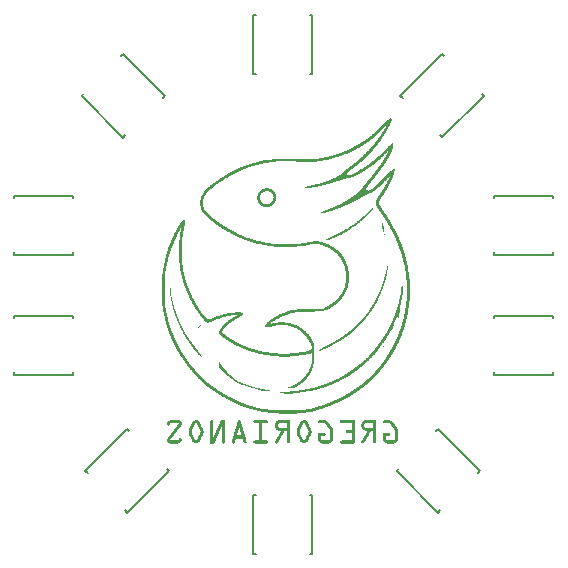
<source format=gbo>
G04 MADE WITH FRITZING*
G04 WWW.FRITZING.ORG*
G04 DOUBLE SIDED*
G04 HOLES PLATED*
G04 CONTOUR ON CENTER OF CONTOUR VECTOR*
%ASAXBY*%
%FSLAX23Y23*%
%MOIN*%
%OFA0B0*%
%SFA1.0B1.0*%
%ADD10C,0.005556*%
%ADD11R,0.001000X0.001000*%
%LNSILK0*%
G90*
G70*
G54D10*
X3241Y4201D02*
X3241Y4209D01*
X3044Y4209D01*
X3044Y4201D01*
D02*
X3044Y4021D02*
X3044Y4012D01*
X3241Y4012D01*
X3241Y4021D01*
D02*
X3241Y3800D02*
X3241Y3809D01*
X3044Y3809D01*
X3044Y3800D01*
D02*
X3044Y3621D02*
X3044Y3612D01*
X3241Y3612D01*
X3241Y3621D01*
D02*
X3274Y4549D02*
X3268Y4543D01*
X3407Y4403D01*
X3413Y4410D01*
D02*
X3540Y4536D02*
X3546Y4543D01*
X3407Y4682D01*
X3401Y4676D01*
D02*
X3849Y4813D02*
X3840Y4813D01*
X3840Y4616D01*
X3849Y4616D01*
D02*
X4028Y4616D02*
X4037Y4616D01*
X4037Y4813D01*
X4028Y4813D01*
D02*
X4477Y4676D02*
X4471Y4682D01*
X4331Y4543D01*
X4338Y4536D01*
D02*
X4464Y4410D02*
X4471Y4404D01*
X4610Y4543D01*
X4604Y4549D01*
D02*
X4841Y4201D02*
X4841Y4209D01*
X4644Y4209D01*
X4644Y4201D01*
D02*
X4644Y4021D02*
X4644Y4012D01*
X4841Y4012D01*
X4841Y4021D01*
D02*
X4841Y3800D02*
X4841Y3809D01*
X4644Y3809D01*
X4644Y3800D01*
D02*
X4644Y3621D02*
X4644Y3612D01*
X4841Y3612D01*
X4841Y3621D01*
D02*
X4324Y3299D02*
X4318Y3293D01*
X4457Y3153D01*
X4463Y3160D01*
D02*
X4590Y3286D02*
X4596Y3293D01*
X4457Y3432D01*
X4451Y3426D01*
D02*
X3849Y3213D02*
X3840Y3213D01*
X3840Y3016D01*
X3849Y3016D01*
D02*
X4028Y3016D02*
X4037Y3016D01*
X4037Y3213D01*
X4028Y3213D01*
D02*
X3427Y3426D02*
X3421Y3432D01*
X3281Y3293D01*
X3288Y3286D01*
D02*
X3414Y3160D02*
X3421Y3153D01*
X3560Y3293D01*
X3554Y3299D01*
D02*
G54D11*
X4296Y4466D02*
X4300Y4466D01*
X4295Y4465D02*
X4301Y4465D01*
X4293Y4464D02*
X4301Y4464D01*
X4292Y4463D02*
X4302Y4463D01*
X4290Y4462D02*
X4302Y4462D01*
X4289Y4461D02*
X4301Y4461D01*
X4288Y4460D02*
X4301Y4460D01*
X4286Y4459D02*
X4301Y4459D01*
X4285Y4458D02*
X4301Y4458D01*
X4284Y4457D02*
X4300Y4457D01*
X4283Y4456D02*
X4300Y4456D01*
X4282Y4455D02*
X4300Y4455D01*
X4281Y4454D02*
X4299Y4454D01*
X4280Y4453D02*
X4299Y4453D01*
X4279Y4452D02*
X4298Y4452D01*
X4278Y4451D02*
X4298Y4451D01*
X4277Y4450D02*
X4297Y4450D01*
X4276Y4449D02*
X4297Y4449D01*
X4275Y4448D02*
X4296Y4448D01*
X4274Y4447D02*
X4296Y4447D01*
X4273Y4446D02*
X4295Y4446D01*
X4272Y4445D02*
X4295Y4445D01*
X4271Y4444D02*
X4294Y4444D01*
X4269Y4443D02*
X4294Y4443D01*
X4268Y4442D02*
X4282Y4442D01*
X4285Y4442D02*
X4293Y4442D01*
X4267Y4441D02*
X4281Y4441D01*
X4284Y4441D02*
X4293Y4441D01*
X4266Y4440D02*
X4280Y4440D01*
X4284Y4440D02*
X4292Y4440D01*
X4265Y4439D02*
X4279Y4439D01*
X4283Y4439D02*
X4292Y4439D01*
X4264Y4438D02*
X4277Y4438D01*
X4283Y4438D02*
X4291Y4438D01*
X4263Y4437D02*
X4276Y4437D01*
X4282Y4437D02*
X4291Y4437D01*
X4262Y4436D02*
X4275Y4436D01*
X4282Y4436D02*
X4290Y4436D01*
X4261Y4435D02*
X4274Y4435D01*
X4281Y4435D02*
X4290Y4435D01*
X4260Y4434D02*
X4273Y4434D01*
X4280Y4434D02*
X4289Y4434D01*
X4259Y4433D02*
X4272Y4433D01*
X4280Y4433D02*
X4289Y4433D01*
X4258Y4432D02*
X4271Y4432D01*
X4279Y4432D02*
X4288Y4432D01*
X4257Y4431D02*
X4270Y4431D01*
X4278Y4431D02*
X4287Y4431D01*
X4256Y4430D02*
X4269Y4430D01*
X4278Y4430D02*
X4287Y4430D01*
X4255Y4429D02*
X4268Y4429D01*
X4277Y4429D02*
X4286Y4429D01*
X4254Y4428D02*
X4267Y4428D01*
X4276Y4428D02*
X4286Y4428D01*
X4253Y4427D02*
X4266Y4427D01*
X4276Y4427D02*
X4285Y4427D01*
X4252Y4426D02*
X4265Y4426D01*
X4275Y4426D02*
X4285Y4426D01*
X4251Y4425D02*
X4264Y4425D01*
X4274Y4425D02*
X4284Y4425D01*
X4250Y4424D02*
X4263Y4424D01*
X4274Y4424D02*
X4283Y4424D01*
X4249Y4423D02*
X4262Y4423D01*
X4273Y4423D02*
X4283Y4423D01*
X4248Y4422D02*
X4261Y4422D01*
X4272Y4422D02*
X4282Y4422D01*
X4247Y4421D02*
X4260Y4421D01*
X4272Y4421D02*
X4282Y4421D01*
X4246Y4420D02*
X4259Y4420D01*
X4271Y4420D02*
X4281Y4420D01*
X4245Y4419D02*
X4258Y4419D01*
X4270Y4419D02*
X4280Y4419D01*
X4244Y4418D02*
X4257Y4418D01*
X4270Y4418D02*
X4280Y4418D01*
X4243Y4417D02*
X4256Y4417D01*
X4269Y4417D02*
X4279Y4417D01*
X4242Y4416D02*
X4255Y4416D01*
X4269Y4416D02*
X4279Y4416D01*
X4241Y4415D02*
X4254Y4415D01*
X4268Y4415D02*
X4278Y4415D01*
X4240Y4414D02*
X4253Y4414D01*
X4267Y4414D02*
X4277Y4414D01*
X4238Y4413D02*
X4252Y4413D01*
X4267Y4413D02*
X4277Y4413D01*
X4237Y4412D02*
X4251Y4412D01*
X4266Y4412D02*
X4276Y4412D01*
X4236Y4411D02*
X4250Y4411D01*
X4265Y4411D02*
X4275Y4411D01*
X4235Y4410D02*
X4249Y4410D01*
X4265Y4410D02*
X4275Y4410D01*
X4234Y4409D02*
X4248Y4409D01*
X4264Y4409D02*
X4274Y4409D01*
X4233Y4408D02*
X4247Y4408D01*
X4263Y4408D02*
X4274Y4408D01*
X4232Y4407D02*
X4246Y4407D01*
X4263Y4407D02*
X4273Y4407D01*
X4231Y4406D02*
X4245Y4406D01*
X4262Y4406D02*
X4272Y4406D01*
X4229Y4405D02*
X4243Y4405D01*
X4261Y4405D02*
X4272Y4405D01*
X4228Y4404D02*
X4242Y4404D01*
X4260Y4404D02*
X4271Y4404D01*
X4227Y4403D02*
X4241Y4403D01*
X4260Y4403D02*
X4270Y4403D01*
X4226Y4402D02*
X4240Y4402D01*
X4259Y4402D02*
X4270Y4402D01*
X4224Y4401D02*
X4239Y4401D01*
X4258Y4401D02*
X4269Y4401D01*
X4223Y4400D02*
X4238Y4400D01*
X4258Y4400D02*
X4268Y4400D01*
X4222Y4399D02*
X4236Y4399D01*
X4257Y4399D02*
X4268Y4399D01*
X4220Y4398D02*
X4235Y4398D01*
X4256Y4398D02*
X4267Y4398D01*
X4219Y4397D02*
X4234Y4397D01*
X4255Y4397D02*
X4266Y4397D01*
X4217Y4396D02*
X4233Y4396D01*
X4255Y4396D02*
X4266Y4396D01*
X4216Y4395D02*
X4232Y4395D01*
X4254Y4395D02*
X4265Y4395D01*
X4214Y4394D02*
X4230Y4394D01*
X4253Y4394D02*
X4264Y4394D01*
X4213Y4393D02*
X4229Y4393D01*
X4253Y4393D02*
X4264Y4393D01*
X4211Y4392D02*
X4228Y4392D01*
X4252Y4392D02*
X4263Y4392D01*
X4209Y4391D02*
X4226Y4391D01*
X4251Y4391D02*
X4262Y4391D01*
X4208Y4390D02*
X4225Y4390D01*
X4250Y4390D02*
X4261Y4390D01*
X4206Y4389D02*
X4224Y4389D01*
X4249Y4389D02*
X4261Y4389D01*
X4204Y4388D02*
X4222Y4388D01*
X4249Y4388D02*
X4260Y4388D01*
X4203Y4387D02*
X4221Y4387D01*
X4248Y4387D02*
X4259Y4387D01*
X4201Y4386D02*
X4220Y4386D01*
X4247Y4386D02*
X4259Y4386D01*
X4199Y4385D02*
X4218Y4385D01*
X4246Y4385D02*
X4258Y4385D01*
X4198Y4384D02*
X4217Y4384D01*
X4245Y4384D02*
X4257Y4384D01*
X4304Y4384D02*
X4306Y4384D01*
X4196Y4383D02*
X4215Y4383D01*
X4245Y4383D02*
X4256Y4383D01*
X4302Y4383D02*
X4307Y4383D01*
X4194Y4382D02*
X4214Y4382D01*
X4244Y4382D02*
X4256Y4382D01*
X4301Y4382D02*
X4307Y4382D01*
X4193Y4381D02*
X4212Y4381D01*
X4243Y4381D02*
X4255Y4381D01*
X4300Y4381D02*
X4307Y4381D01*
X4191Y4380D02*
X4210Y4380D01*
X4242Y4380D02*
X4254Y4380D01*
X4299Y4380D02*
X4307Y4380D01*
X4189Y4379D02*
X4209Y4379D01*
X4241Y4379D02*
X4254Y4379D01*
X4298Y4379D02*
X4307Y4379D01*
X4187Y4378D02*
X4207Y4378D01*
X4241Y4378D02*
X4253Y4378D01*
X4297Y4378D02*
X4306Y4378D01*
X4186Y4377D02*
X4206Y4377D01*
X4240Y4377D02*
X4252Y4377D01*
X4296Y4377D02*
X4306Y4377D01*
X4184Y4376D02*
X4204Y4376D01*
X4239Y4376D02*
X4251Y4376D01*
X4295Y4376D02*
X4306Y4376D01*
X4182Y4375D02*
X4202Y4375D01*
X4238Y4375D02*
X4250Y4375D01*
X4294Y4375D02*
X4306Y4375D01*
X4180Y4374D02*
X4200Y4374D01*
X4237Y4374D02*
X4250Y4374D01*
X4293Y4374D02*
X4306Y4374D01*
X4178Y4373D02*
X4199Y4373D01*
X4236Y4373D02*
X4249Y4373D01*
X4291Y4373D02*
X4306Y4373D01*
X4177Y4372D02*
X4197Y4372D01*
X4236Y4372D02*
X4248Y4372D01*
X4290Y4372D02*
X4305Y4372D01*
X4175Y4371D02*
X4195Y4371D01*
X4235Y4371D02*
X4247Y4371D01*
X4290Y4371D02*
X4305Y4371D01*
X4173Y4370D02*
X4194Y4370D01*
X4234Y4370D02*
X4246Y4370D01*
X4289Y4370D02*
X4305Y4370D01*
X4171Y4369D02*
X4192Y4369D01*
X4233Y4369D02*
X4246Y4369D01*
X4288Y4369D02*
X4305Y4369D01*
X4169Y4368D02*
X4190Y4368D01*
X4232Y4368D02*
X4245Y4368D01*
X4287Y4368D02*
X4305Y4368D01*
X4167Y4367D02*
X4189Y4367D01*
X4231Y4367D02*
X4244Y4367D01*
X4286Y4367D02*
X4304Y4367D01*
X4165Y4366D02*
X4187Y4366D01*
X4230Y4366D02*
X4243Y4366D01*
X4285Y4366D02*
X4304Y4366D01*
X4163Y4365D02*
X4185Y4365D01*
X4229Y4365D02*
X4242Y4365D01*
X4284Y4365D02*
X4304Y4365D01*
X4161Y4364D02*
X4183Y4364D01*
X4229Y4364D02*
X4241Y4364D01*
X4283Y4364D02*
X4303Y4364D01*
X4159Y4363D02*
X4182Y4363D01*
X4228Y4363D02*
X4240Y4363D01*
X4282Y4363D02*
X4303Y4363D01*
X4157Y4362D02*
X4180Y4362D01*
X4227Y4362D02*
X4240Y4362D01*
X4281Y4362D02*
X4303Y4362D01*
X4155Y4361D02*
X4178Y4361D01*
X4226Y4361D02*
X4239Y4361D01*
X4280Y4361D02*
X4303Y4361D01*
X4152Y4360D02*
X4176Y4360D01*
X4225Y4360D02*
X4238Y4360D01*
X4279Y4360D02*
X4302Y4360D01*
X4150Y4359D02*
X4174Y4359D01*
X4224Y4359D02*
X4237Y4359D01*
X4278Y4359D02*
X4290Y4359D01*
X4293Y4359D02*
X4302Y4359D01*
X4148Y4358D02*
X4172Y4358D01*
X4223Y4358D02*
X4236Y4358D01*
X4277Y4358D02*
X4289Y4358D01*
X4292Y4358D02*
X4301Y4358D01*
X4145Y4357D02*
X4170Y4357D01*
X4222Y4357D02*
X4235Y4357D01*
X4276Y4357D02*
X4288Y4357D01*
X4292Y4357D02*
X4301Y4357D01*
X4143Y4356D02*
X4168Y4356D01*
X4221Y4356D02*
X4234Y4356D01*
X4275Y4356D02*
X4287Y4356D01*
X4291Y4356D02*
X4301Y4356D01*
X4141Y4355D02*
X4165Y4355D01*
X4220Y4355D02*
X4233Y4355D01*
X4274Y4355D02*
X4286Y4355D01*
X4291Y4355D02*
X4300Y4355D01*
X4138Y4354D02*
X4163Y4354D01*
X4219Y4354D02*
X4232Y4354D01*
X4273Y4354D02*
X4285Y4354D01*
X4290Y4354D02*
X4300Y4354D01*
X4136Y4353D02*
X4161Y4353D01*
X4218Y4353D02*
X4232Y4353D01*
X4272Y4353D02*
X4284Y4353D01*
X4290Y4353D02*
X4299Y4353D01*
X4133Y4352D02*
X4158Y4352D01*
X4217Y4352D02*
X4231Y4352D01*
X4271Y4352D02*
X4283Y4352D01*
X4289Y4352D02*
X4299Y4352D01*
X4130Y4351D02*
X4156Y4351D01*
X4216Y4351D02*
X4230Y4351D01*
X4270Y4351D02*
X4282Y4351D01*
X4289Y4351D02*
X4298Y4351D01*
X4128Y4350D02*
X4154Y4350D01*
X4215Y4350D02*
X4229Y4350D01*
X4269Y4350D02*
X4281Y4350D01*
X4288Y4350D02*
X4298Y4350D01*
X4125Y4349D02*
X4151Y4349D01*
X4214Y4349D02*
X4228Y4349D01*
X4268Y4349D02*
X4280Y4349D01*
X4288Y4349D02*
X4297Y4349D01*
X4122Y4348D02*
X4148Y4348D01*
X4213Y4348D02*
X4227Y4348D01*
X4267Y4348D02*
X4279Y4348D01*
X4287Y4348D02*
X4297Y4348D01*
X4118Y4347D02*
X4146Y4347D01*
X4212Y4347D02*
X4226Y4347D01*
X4266Y4347D02*
X4278Y4347D01*
X4286Y4347D02*
X4297Y4347D01*
X4115Y4346D02*
X4143Y4346D01*
X4211Y4346D02*
X4225Y4346D01*
X4265Y4346D02*
X4277Y4346D01*
X4286Y4346D02*
X4296Y4346D01*
X4112Y4345D02*
X4141Y4345D01*
X4210Y4345D02*
X4224Y4345D01*
X4264Y4345D02*
X4276Y4345D01*
X4285Y4345D02*
X4295Y4345D01*
X4109Y4344D02*
X4138Y4344D01*
X4209Y4344D02*
X4223Y4344D01*
X4263Y4344D02*
X4275Y4344D01*
X4285Y4344D02*
X4295Y4344D01*
X4105Y4343D02*
X4135Y4343D01*
X4208Y4343D02*
X4222Y4343D01*
X4262Y4343D02*
X4274Y4343D01*
X4284Y4343D02*
X4294Y4343D01*
X4101Y4342D02*
X4132Y4342D01*
X4207Y4342D02*
X4221Y4342D01*
X4260Y4342D02*
X4273Y4342D01*
X4283Y4342D02*
X4294Y4342D01*
X4098Y4341D02*
X4129Y4341D01*
X4206Y4341D02*
X4220Y4341D01*
X4259Y4341D02*
X4272Y4341D01*
X4283Y4341D02*
X4293Y4341D01*
X4094Y4340D02*
X4126Y4340D01*
X4205Y4340D02*
X4219Y4340D01*
X4258Y4340D02*
X4271Y4340D01*
X4282Y4340D02*
X4293Y4340D01*
X4089Y4339D02*
X4123Y4339D01*
X4204Y4339D02*
X4218Y4339D01*
X4257Y4339D02*
X4270Y4339D01*
X4282Y4339D02*
X4292Y4339D01*
X4085Y4338D02*
X4120Y4338D01*
X4203Y4338D02*
X4217Y4338D01*
X4256Y4338D02*
X4269Y4338D01*
X4281Y4338D02*
X4292Y4338D01*
X4081Y4337D02*
X4117Y4337D01*
X4202Y4337D02*
X4216Y4337D01*
X4255Y4337D02*
X4268Y4337D01*
X4281Y4337D02*
X4291Y4337D01*
X4076Y4336D02*
X4113Y4336D01*
X4201Y4336D02*
X4215Y4336D01*
X4254Y4336D02*
X4267Y4336D01*
X4280Y4336D02*
X4291Y4336D01*
X4072Y4335D02*
X4110Y4335D01*
X4200Y4335D02*
X4214Y4335D01*
X4253Y4335D02*
X4266Y4335D01*
X4279Y4335D02*
X4290Y4335D01*
X4066Y4334D02*
X4107Y4334D01*
X4199Y4334D02*
X4213Y4334D01*
X4252Y4334D02*
X4265Y4334D01*
X4279Y4334D02*
X4289Y4334D01*
X4060Y4333D02*
X4103Y4333D01*
X4198Y4333D02*
X4212Y4333D01*
X4251Y4333D02*
X4264Y4333D01*
X4278Y4333D02*
X4289Y4333D01*
X4049Y4332D02*
X4099Y4332D01*
X4197Y4332D02*
X4211Y4332D01*
X4249Y4332D02*
X4263Y4332D01*
X4277Y4332D02*
X4288Y4332D01*
X3919Y4331D02*
X4095Y4331D01*
X4196Y4331D02*
X4210Y4331D01*
X4248Y4331D02*
X4262Y4331D01*
X4277Y4331D02*
X4288Y4331D01*
X3903Y4330D02*
X4091Y4330D01*
X4194Y4330D02*
X4209Y4330D01*
X4247Y4330D02*
X4261Y4330D01*
X4276Y4330D02*
X4287Y4330D01*
X3893Y4329D02*
X4086Y4329D01*
X4193Y4329D02*
X4208Y4329D01*
X4246Y4329D02*
X4260Y4329D01*
X4275Y4329D02*
X4286Y4329D01*
X3885Y4328D02*
X4082Y4328D01*
X4192Y4328D02*
X4206Y4328D01*
X4245Y4328D02*
X4259Y4328D01*
X4275Y4328D02*
X4286Y4328D01*
X3879Y4327D02*
X4077Y4327D01*
X4191Y4327D02*
X4205Y4327D01*
X4244Y4327D02*
X4257Y4327D01*
X4274Y4327D02*
X4285Y4327D01*
X3873Y4326D02*
X4071Y4326D01*
X4190Y4326D02*
X4204Y4326D01*
X4242Y4326D02*
X4256Y4326D01*
X4274Y4326D02*
X4285Y4326D01*
X3869Y4325D02*
X4066Y4325D01*
X4189Y4325D02*
X4203Y4325D01*
X4241Y4325D02*
X4255Y4325D01*
X4273Y4325D02*
X4284Y4325D01*
X3864Y4324D02*
X3927Y4324D01*
X3968Y4324D02*
X4059Y4324D01*
X4188Y4324D02*
X4202Y4324D01*
X4240Y4324D02*
X4254Y4324D01*
X4272Y4324D02*
X4283Y4324D01*
X3860Y4323D02*
X3915Y4323D01*
X3984Y4323D02*
X4051Y4323D01*
X4186Y4323D02*
X4201Y4323D01*
X4238Y4323D02*
X4253Y4323D01*
X4272Y4323D02*
X4283Y4323D01*
X3856Y4322D02*
X3907Y4322D01*
X4004Y4322D02*
X4037Y4322D01*
X4185Y4322D02*
X4200Y4322D01*
X4237Y4322D02*
X4252Y4322D01*
X4271Y4322D02*
X4282Y4322D01*
X3852Y4321D02*
X3900Y4321D01*
X4184Y4321D02*
X4199Y4321D01*
X4236Y4321D02*
X4250Y4321D01*
X4270Y4321D02*
X4282Y4321D01*
X3849Y4320D02*
X3893Y4320D01*
X4183Y4320D02*
X4197Y4320D01*
X4234Y4320D02*
X4249Y4320D01*
X4270Y4320D02*
X4281Y4320D01*
X3845Y4319D02*
X3887Y4319D01*
X4182Y4319D02*
X4196Y4319D01*
X4233Y4319D02*
X4248Y4319D01*
X4269Y4319D02*
X4280Y4319D01*
X3842Y4318D02*
X3882Y4318D01*
X4180Y4318D02*
X4195Y4318D01*
X4232Y4318D02*
X4247Y4318D01*
X4269Y4318D02*
X4280Y4318D01*
X3839Y4317D02*
X3876Y4317D01*
X4179Y4317D02*
X4194Y4317D01*
X4230Y4317D02*
X4246Y4317D01*
X4268Y4317D02*
X4279Y4317D01*
X3836Y4316D02*
X3872Y4316D01*
X4178Y4316D02*
X4193Y4316D01*
X4229Y4316D02*
X4244Y4316D01*
X4267Y4316D02*
X4278Y4316D01*
X3833Y4315D02*
X3867Y4315D01*
X4177Y4315D02*
X4191Y4315D01*
X4228Y4315D02*
X4243Y4315D01*
X4267Y4315D02*
X4278Y4315D01*
X3830Y4314D02*
X3862Y4314D01*
X4175Y4314D02*
X4190Y4314D01*
X4226Y4314D02*
X4242Y4314D01*
X4266Y4314D02*
X4277Y4314D01*
X3827Y4313D02*
X3858Y4313D01*
X4174Y4313D02*
X4189Y4313D01*
X4225Y4313D02*
X4241Y4313D01*
X4265Y4313D02*
X4276Y4313D01*
X3824Y4312D02*
X3854Y4312D01*
X4173Y4312D02*
X4188Y4312D01*
X4223Y4312D02*
X4239Y4312D01*
X4264Y4312D02*
X4276Y4312D01*
X3821Y4311D02*
X3850Y4311D01*
X4171Y4311D02*
X4186Y4311D01*
X4222Y4311D02*
X4238Y4311D01*
X4264Y4311D02*
X4275Y4311D01*
X3818Y4310D02*
X3846Y4310D01*
X4170Y4310D02*
X4185Y4310D01*
X4221Y4310D02*
X4237Y4310D01*
X4263Y4310D02*
X4274Y4310D01*
X3815Y4309D02*
X3842Y4309D01*
X4168Y4309D02*
X4184Y4309D01*
X4219Y4309D02*
X4235Y4309D01*
X4262Y4309D02*
X4274Y4309D01*
X3812Y4308D02*
X3839Y4308D01*
X4167Y4308D02*
X4183Y4308D01*
X4218Y4308D02*
X4234Y4308D01*
X4262Y4308D02*
X4273Y4308D01*
X3809Y4307D02*
X3836Y4307D01*
X4166Y4307D02*
X4181Y4307D01*
X4216Y4307D02*
X4233Y4307D01*
X4261Y4307D02*
X4272Y4307D01*
X3807Y4306D02*
X3833Y4306D01*
X4164Y4306D02*
X4180Y4306D01*
X4215Y4306D02*
X4231Y4306D01*
X4260Y4306D02*
X4272Y4306D01*
X3804Y4305D02*
X3829Y4305D01*
X4163Y4305D02*
X4179Y4305D01*
X4213Y4305D02*
X4230Y4305D01*
X4260Y4305D02*
X4271Y4305D01*
X3801Y4304D02*
X3826Y4304D01*
X4161Y4304D02*
X4177Y4304D01*
X4212Y4304D02*
X4228Y4304D01*
X4259Y4304D02*
X4270Y4304D01*
X3798Y4303D02*
X3823Y4303D01*
X4160Y4303D02*
X4176Y4303D01*
X4210Y4303D02*
X4227Y4303D01*
X4258Y4303D02*
X4269Y4303D01*
X3796Y4302D02*
X3821Y4302D01*
X4159Y4302D02*
X4174Y4302D01*
X4209Y4302D02*
X4225Y4302D01*
X4258Y4302D02*
X4269Y4302D01*
X3793Y4301D02*
X3818Y4301D01*
X4157Y4301D02*
X4173Y4301D01*
X4207Y4301D02*
X4224Y4301D01*
X4257Y4301D02*
X4268Y4301D01*
X3791Y4300D02*
X3815Y4300D01*
X4156Y4300D02*
X4172Y4300D01*
X4205Y4300D02*
X4223Y4300D01*
X4256Y4300D02*
X4267Y4300D01*
X3788Y4299D02*
X3813Y4299D01*
X4155Y4299D02*
X4170Y4299D01*
X4203Y4299D02*
X4221Y4299D01*
X4255Y4299D02*
X4266Y4299D01*
X3786Y4298D02*
X3810Y4298D01*
X4153Y4298D02*
X4169Y4298D01*
X4201Y4298D02*
X4220Y4298D01*
X4255Y4298D02*
X4266Y4298D01*
X4308Y4298D02*
X4310Y4298D01*
X3784Y4297D02*
X3808Y4297D01*
X4152Y4297D02*
X4168Y4297D01*
X4200Y4297D02*
X4218Y4297D01*
X4254Y4297D02*
X4265Y4297D01*
X4306Y4297D02*
X4311Y4297D01*
X3782Y4296D02*
X3805Y4296D01*
X4151Y4296D02*
X4166Y4296D01*
X4198Y4296D02*
X4217Y4296D01*
X4253Y4296D02*
X4264Y4296D01*
X4305Y4296D02*
X4311Y4296D01*
X3780Y4295D02*
X3803Y4295D01*
X4150Y4295D02*
X4165Y4295D01*
X4197Y4295D02*
X4215Y4295D01*
X4252Y4295D02*
X4264Y4295D01*
X4304Y4295D02*
X4311Y4295D01*
X3778Y4294D02*
X3801Y4294D01*
X4149Y4294D02*
X4163Y4294D01*
X4195Y4294D02*
X4214Y4294D01*
X4252Y4294D02*
X4263Y4294D01*
X4303Y4294D02*
X4311Y4294D01*
X3776Y4293D02*
X3798Y4293D01*
X4148Y4293D02*
X4162Y4293D01*
X4194Y4293D02*
X4212Y4293D01*
X4251Y4293D02*
X4262Y4293D01*
X4302Y4293D02*
X4311Y4293D01*
X3774Y4292D02*
X3796Y4292D01*
X4146Y4292D02*
X4161Y4292D01*
X4192Y4292D02*
X4211Y4292D01*
X4250Y4292D02*
X4261Y4292D01*
X4300Y4292D02*
X4311Y4292D01*
X3772Y4291D02*
X3794Y4291D01*
X4145Y4291D02*
X4159Y4291D01*
X4190Y4291D02*
X4209Y4291D01*
X4249Y4291D02*
X4261Y4291D01*
X4299Y4291D02*
X4311Y4291D01*
X3770Y4290D02*
X3792Y4290D01*
X4144Y4290D02*
X4158Y4290D01*
X4189Y4290D02*
X4207Y4290D01*
X4248Y4290D02*
X4260Y4290D01*
X4298Y4290D02*
X4310Y4290D01*
X3768Y4289D02*
X3790Y4289D01*
X4143Y4289D02*
X4157Y4289D01*
X4187Y4289D02*
X4206Y4289D01*
X4248Y4289D02*
X4259Y4289D01*
X4297Y4289D02*
X4310Y4289D01*
X3767Y4288D02*
X3788Y4288D01*
X4142Y4288D02*
X4156Y4288D01*
X4186Y4288D02*
X4204Y4288D01*
X4247Y4288D02*
X4258Y4288D01*
X4296Y4288D02*
X4310Y4288D01*
X3765Y4287D02*
X3786Y4287D01*
X4141Y4287D02*
X4155Y4287D01*
X4184Y4287D02*
X4202Y4287D01*
X4246Y4287D02*
X4258Y4287D01*
X4295Y4287D02*
X4310Y4287D01*
X3763Y4286D02*
X3784Y4286D01*
X4140Y4286D02*
X4154Y4286D01*
X4182Y4286D02*
X4201Y4286D01*
X4245Y4286D02*
X4257Y4286D01*
X4294Y4286D02*
X4309Y4286D01*
X3761Y4285D02*
X3782Y4285D01*
X4139Y4285D02*
X4153Y4285D01*
X4180Y4285D02*
X4199Y4285D01*
X4245Y4285D02*
X4256Y4285D01*
X4293Y4285D02*
X4309Y4285D01*
X3760Y4284D02*
X3780Y4284D01*
X4138Y4284D02*
X4152Y4284D01*
X4178Y4284D02*
X4197Y4284D01*
X4244Y4284D02*
X4255Y4284D01*
X4292Y4284D02*
X4309Y4284D01*
X3758Y4283D02*
X3778Y4283D01*
X4137Y4283D02*
X4151Y4283D01*
X4176Y4283D02*
X4195Y4283D01*
X4243Y4283D02*
X4255Y4283D01*
X4291Y4283D02*
X4309Y4283D01*
X3756Y4282D02*
X3776Y4282D01*
X4135Y4282D02*
X4151Y4282D01*
X4174Y4282D02*
X4194Y4282D01*
X4242Y4282D02*
X4254Y4282D01*
X4290Y4282D02*
X4308Y4282D01*
X3755Y4281D02*
X3774Y4281D01*
X4134Y4281D02*
X4151Y4281D01*
X4172Y4281D02*
X4192Y4281D01*
X4241Y4281D02*
X4253Y4281D01*
X4289Y4281D02*
X4308Y4281D01*
X3753Y4280D02*
X3772Y4280D01*
X4133Y4280D02*
X4152Y4280D01*
X4170Y4280D02*
X4190Y4280D01*
X4241Y4280D02*
X4252Y4280D01*
X4288Y4280D02*
X4308Y4280D01*
X3752Y4279D02*
X3770Y4279D01*
X4131Y4279D02*
X4153Y4279D01*
X4167Y4279D02*
X4188Y4279D01*
X4240Y4279D02*
X4252Y4279D01*
X4287Y4279D02*
X4307Y4279D01*
X3750Y4278D02*
X3768Y4278D01*
X4130Y4278D02*
X4154Y4278D01*
X4165Y4278D02*
X4186Y4278D01*
X4239Y4278D02*
X4251Y4278D01*
X4286Y4278D02*
X4307Y4278D01*
X3748Y4277D02*
X3766Y4277D01*
X4128Y4277D02*
X4157Y4277D01*
X4162Y4277D02*
X4184Y4277D01*
X4238Y4277D02*
X4250Y4277D01*
X4285Y4277D02*
X4307Y4277D01*
X3747Y4276D02*
X3765Y4276D01*
X4127Y4276D02*
X4182Y4276D01*
X4237Y4276D02*
X4249Y4276D01*
X4284Y4276D02*
X4306Y4276D01*
X3745Y4275D02*
X3763Y4275D01*
X4125Y4275D02*
X4179Y4275D01*
X4236Y4275D02*
X4248Y4275D01*
X4283Y4275D02*
X4306Y4275D01*
X3744Y4274D02*
X3761Y4274D01*
X4123Y4274D02*
X4177Y4274D01*
X4236Y4274D02*
X4248Y4274D01*
X4282Y4274D02*
X4306Y4274D01*
X3742Y4273D02*
X3759Y4273D01*
X4121Y4273D02*
X4175Y4273D01*
X4235Y4273D02*
X4247Y4273D01*
X4281Y4273D02*
X4305Y4273D01*
X3740Y4272D02*
X3758Y4272D01*
X4120Y4272D02*
X4172Y4272D01*
X4234Y4272D02*
X4246Y4272D01*
X4280Y4272D02*
X4293Y4272D01*
X4295Y4272D02*
X4305Y4272D01*
X3739Y4271D02*
X3756Y4271D01*
X4118Y4271D02*
X4170Y4271D01*
X4233Y4271D02*
X4245Y4271D01*
X4279Y4271D02*
X4292Y4271D01*
X4295Y4271D02*
X4304Y4271D01*
X3737Y4270D02*
X3754Y4270D01*
X4116Y4270D02*
X4166Y4270D01*
X4232Y4270D02*
X4244Y4270D01*
X4278Y4270D02*
X4291Y4270D01*
X4295Y4270D02*
X4304Y4270D01*
X3736Y4269D02*
X3752Y4269D01*
X4114Y4269D02*
X4163Y4269D01*
X4232Y4269D02*
X4244Y4269D01*
X4277Y4269D02*
X4289Y4269D01*
X4294Y4269D02*
X4304Y4269D01*
X3734Y4268D02*
X3751Y4268D01*
X4112Y4268D02*
X4159Y4268D01*
X4231Y4268D02*
X4243Y4268D01*
X4276Y4268D02*
X4288Y4268D01*
X4294Y4268D02*
X4303Y4268D01*
X3733Y4267D02*
X3749Y4267D01*
X4110Y4267D02*
X4154Y4267D01*
X4230Y4267D02*
X4242Y4267D01*
X4275Y4267D02*
X4287Y4267D01*
X4294Y4267D02*
X4303Y4267D01*
X3731Y4266D02*
X3747Y4266D01*
X4107Y4266D02*
X4150Y4266D01*
X4229Y4266D02*
X4241Y4266D01*
X4274Y4266D02*
X4286Y4266D01*
X4293Y4266D02*
X4302Y4266D01*
X3730Y4265D02*
X3746Y4265D01*
X4105Y4265D02*
X4146Y4265D01*
X4228Y4265D02*
X4240Y4265D01*
X4273Y4265D02*
X4285Y4265D01*
X4293Y4265D02*
X4302Y4265D01*
X3728Y4264D02*
X3744Y4264D01*
X4103Y4264D02*
X4142Y4264D01*
X4227Y4264D02*
X4239Y4264D01*
X4272Y4264D02*
X4284Y4264D01*
X4292Y4264D02*
X4302Y4264D01*
X3727Y4263D02*
X3743Y4263D01*
X4101Y4263D02*
X4139Y4263D01*
X4227Y4263D02*
X4239Y4263D01*
X4271Y4263D02*
X4284Y4263D01*
X4292Y4263D02*
X4301Y4263D01*
X3725Y4262D02*
X3741Y4262D01*
X4098Y4262D02*
X4135Y4262D01*
X4226Y4262D02*
X4238Y4262D01*
X4270Y4262D02*
X4283Y4262D01*
X4291Y4262D02*
X4301Y4262D01*
X3724Y4261D02*
X3739Y4261D01*
X4096Y4261D02*
X4132Y4261D01*
X4225Y4261D02*
X4237Y4261D01*
X4269Y4261D02*
X4282Y4261D01*
X4291Y4261D02*
X4300Y4261D01*
X3722Y4260D02*
X3738Y4260D01*
X4093Y4260D02*
X4129Y4260D01*
X4224Y4260D02*
X4236Y4260D01*
X4268Y4260D02*
X4281Y4260D01*
X4290Y4260D02*
X4300Y4260D01*
X3721Y4259D02*
X3736Y4259D01*
X4091Y4259D02*
X4126Y4259D01*
X4223Y4259D02*
X4235Y4259D01*
X4267Y4259D02*
X4280Y4259D01*
X4290Y4259D02*
X4299Y4259D01*
X3719Y4258D02*
X3735Y4258D01*
X4088Y4258D02*
X4123Y4258D01*
X4223Y4258D02*
X4235Y4258D01*
X4266Y4258D02*
X4279Y4258D01*
X4289Y4258D02*
X4299Y4258D01*
X3718Y4257D02*
X3733Y4257D01*
X4085Y4257D02*
X4120Y4257D01*
X4222Y4257D02*
X4234Y4257D01*
X4265Y4257D02*
X4278Y4257D01*
X4289Y4257D02*
X4298Y4257D01*
X3717Y4256D02*
X3732Y4256D01*
X4082Y4256D02*
X4117Y4256D01*
X4221Y4256D02*
X4233Y4256D01*
X4264Y4256D02*
X4277Y4256D01*
X4288Y4256D02*
X4298Y4256D01*
X3715Y4255D02*
X3730Y4255D01*
X4079Y4255D02*
X4114Y4255D01*
X4220Y4255D02*
X4232Y4255D01*
X4263Y4255D02*
X4276Y4255D01*
X4288Y4255D02*
X4297Y4255D01*
X3714Y4254D02*
X3729Y4254D01*
X4076Y4254D02*
X4111Y4254D01*
X4219Y4254D02*
X4231Y4254D01*
X4262Y4254D02*
X4275Y4254D01*
X4287Y4254D02*
X4297Y4254D01*
X3712Y4253D02*
X3727Y4253D01*
X4073Y4253D02*
X4107Y4253D01*
X4219Y4253D02*
X4231Y4253D01*
X4261Y4253D02*
X4275Y4253D01*
X4287Y4253D02*
X4297Y4253D01*
X3711Y4252D02*
X3726Y4252D01*
X4069Y4252D02*
X4104Y4252D01*
X4218Y4252D02*
X4230Y4252D01*
X4260Y4252D02*
X4274Y4252D01*
X4286Y4252D02*
X4296Y4252D01*
X3709Y4251D02*
X3724Y4251D01*
X4065Y4251D02*
X4101Y4251D01*
X4217Y4251D02*
X4229Y4251D01*
X4259Y4251D02*
X4273Y4251D01*
X4285Y4251D02*
X4296Y4251D01*
X3708Y4250D02*
X3723Y4250D01*
X4062Y4250D02*
X4097Y4250D01*
X4216Y4250D02*
X4228Y4250D01*
X4258Y4250D02*
X4272Y4250D01*
X4285Y4250D02*
X4295Y4250D01*
X3706Y4249D02*
X3722Y4249D01*
X4058Y4249D02*
X4094Y4249D01*
X4215Y4249D02*
X4227Y4249D01*
X4257Y4249D02*
X4271Y4249D01*
X4284Y4249D02*
X4295Y4249D01*
X3705Y4248D02*
X3720Y4248D01*
X4054Y4248D02*
X4090Y4248D01*
X4214Y4248D02*
X4227Y4248D01*
X4256Y4248D02*
X4270Y4248D01*
X4284Y4248D02*
X4294Y4248D01*
X3704Y4247D02*
X3719Y4247D01*
X4050Y4247D02*
X4086Y4247D01*
X4214Y4247D02*
X4226Y4247D01*
X4255Y4247D02*
X4269Y4247D01*
X4283Y4247D02*
X4294Y4247D01*
X3702Y4246D02*
X3717Y4246D01*
X4046Y4246D02*
X4083Y4246D01*
X4213Y4246D02*
X4225Y4246D01*
X4254Y4246D02*
X4268Y4246D01*
X4283Y4246D02*
X4293Y4246D01*
X3701Y4245D02*
X3716Y4245D01*
X4041Y4245D02*
X4079Y4245D01*
X4212Y4245D02*
X4224Y4245D01*
X4253Y4245D02*
X4267Y4245D01*
X4282Y4245D02*
X4293Y4245D01*
X3700Y4244D02*
X3715Y4244D01*
X4037Y4244D02*
X4075Y4244D01*
X4211Y4244D02*
X4223Y4244D01*
X4252Y4244D02*
X4266Y4244D01*
X4281Y4244D02*
X4292Y4244D01*
X3698Y4243D02*
X3713Y4243D01*
X4032Y4243D02*
X4070Y4243D01*
X4210Y4243D02*
X4223Y4243D01*
X4251Y4243D02*
X4265Y4243D01*
X4281Y4243D02*
X4291Y4243D01*
X3697Y4242D02*
X3712Y4242D01*
X4028Y4242D02*
X4066Y4242D01*
X4210Y4242D02*
X4222Y4242D01*
X4250Y4242D02*
X4264Y4242D01*
X4280Y4242D02*
X4291Y4242D01*
X3696Y4241D02*
X3711Y4241D01*
X4024Y4241D02*
X4062Y4241D01*
X4209Y4241D02*
X4221Y4241D01*
X4248Y4241D02*
X4262Y4241D01*
X4280Y4241D02*
X4290Y4241D01*
X3695Y4240D02*
X3709Y4240D01*
X4021Y4240D02*
X4057Y4240D01*
X4208Y4240D02*
X4221Y4240D01*
X4247Y4240D02*
X4261Y4240D01*
X4279Y4240D02*
X4290Y4240D01*
X3694Y4239D02*
X3708Y4239D01*
X4018Y4239D02*
X4052Y4239D01*
X4207Y4239D02*
X4220Y4239D01*
X4246Y4239D02*
X4260Y4239D01*
X4278Y4239D02*
X4289Y4239D01*
X3693Y4238D02*
X3707Y4238D01*
X4015Y4238D02*
X4046Y4238D01*
X4207Y4238D02*
X4219Y4238D01*
X4245Y4238D02*
X4259Y4238D01*
X4278Y4238D02*
X4289Y4238D01*
X3691Y4237D02*
X3706Y4237D01*
X4013Y4237D02*
X4041Y4237D01*
X4206Y4237D02*
X4219Y4237D01*
X4244Y4237D02*
X4258Y4237D01*
X4277Y4237D02*
X4288Y4237D01*
X3690Y4236D02*
X3704Y4236D01*
X4012Y4236D02*
X4034Y4236D01*
X4205Y4236D02*
X4218Y4236D01*
X4242Y4236D02*
X4257Y4236D01*
X4277Y4236D02*
X4288Y4236D01*
X3689Y4235D02*
X3703Y4235D01*
X4013Y4235D02*
X4025Y4235D01*
X4205Y4235D02*
X4218Y4235D01*
X4241Y4235D02*
X4256Y4235D01*
X4276Y4235D02*
X4287Y4235D01*
X3688Y4234D02*
X3702Y4234D01*
X4204Y4234D02*
X4217Y4234D01*
X4240Y4234D02*
X4255Y4234D01*
X4276Y4234D02*
X4287Y4234D01*
X3687Y4233D02*
X3701Y4233D01*
X3879Y4233D02*
X3893Y4233D01*
X4203Y4233D02*
X4217Y4233D01*
X4239Y4233D02*
X4253Y4233D01*
X4275Y4233D02*
X4286Y4233D01*
X3686Y4232D02*
X3699Y4232D01*
X3876Y4232D02*
X3897Y4232D01*
X4203Y4232D02*
X4216Y4232D01*
X4237Y4232D02*
X4252Y4232D01*
X4274Y4232D02*
X4286Y4232D01*
X3685Y4231D02*
X3698Y4231D01*
X3873Y4231D02*
X3899Y4231D01*
X4202Y4231D02*
X4216Y4231D01*
X4236Y4231D02*
X4251Y4231D01*
X4274Y4231D02*
X4285Y4231D01*
X3684Y4230D02*
X3697Y4230D01*
X3871Y4230D02*
X3901Y4230D01*
X4201Y4230D02*
X4216Y4230D01*
X4234Y4230D02*
X4250Y4230D01*
X4273Y4230D02*
X4284Y4230D01*
X3683Y4229D02*
X3696Y4229D01*
X3869Y4229D02*
X3903Y4229D01*
X4200Y4229D02*
X4216Y4229D01*
X4233Y4229D02*
X4248Y4229D01*
X4273Y4229D02*
X4284Y4229D01*
X3682Y4228D02*
X3695Y4228D01*
X3868Y4228D02*
X3904Y4228D01*
X4199Y4228D02*
X4217Y4228D01*
X4231Y4228D02*
X4247Y4228D01*
X4272Y4228D02*
X4283Y4228D01*
X3682Y4227D02*
X3694Y4227D01*
X3867Y4227D02*
X3906Y4227D01*
X4198Y4227D02*
X4218Y4227D01*
X4229Y4227D02*
X4246Y4227D01*
X4271Y4227D02*
X4283Y4227D01*
X3681Y4226D02*
X3693Y4226D01*
X3865Y4226D02*
X3907Y4226D01*
X4197Y4226D02*
X4222Y4226D01*
X4225Y4226D02*
X4245Y4226D01*
X4271Y4226D02*
X4282Y4226D01*
X3680Y4225D02*
X3692Y4225D01*
X3864Y4225D02*
X3908Y4225D01*
X4196Y4225D02*
X4243Y4225D01*
X4270Y4225D02*
X4281Y4225D01*
X3679Y4224D02*
X3691Y4224D01*
X3863Y4224D02*
X3909Y4224D01*
X4195Y4224D02*
X4242Y4224D01*
X4269Y4224D02*
X4281Y4224D01*
X3678Y4223D02*
X3690Y4223D01*
X3862Y4223D02*
X3878Y4223D01*
X3892Y4223D02*
X3909Y4223D01*
X4194Y4223D02*
X4240Y4223D01*
X4269Y4223D02*
X4280Y4223D01*
X3677Y4222D02*
X3689Y4222D01*
X3861Y4222D02*
X3875Y4222D01*
X3895Y4222D02*
X3910Y4222D01*
X4193Y4222D02*
X4239Y4222D01*
X4268Y4222D02*
X4280Y4222D01*
X3677Y4221D02*
X3688Y4221D01*
X3860Y4221D02*
X3873Y4221D01*
X3898Y4221D02*
X3911Y4221D01*
X4192Y4221D02*
X4237Y4221D01*
X4268Y4221D02*
X4279Y4221D01*
X3676Y4220D02*
X3687Y4220D01*
X3860Y4220D02*
X3872Y4220D01*
X3899Y4220D02*
X3911Y4220D01*
X4190Y4220D02*
X4205Y4220D01*
X4208Y4220D02*
X4235Y4220D01*
X4267Y4220D02*
X4278Y4220D01*
X3675Y4219D02*
X3686Y4219D01*
X3859Y4219D02*
X3870Y4219D01*
X3900Y4219D02*
X3912Y4219D01*
X4189Y4219D02*
X4205Y4219D01*
X4208Y4219D02*
X4234Y4219D01*
X4266Y4219D02*
X4278Y4219D01*
X3675Y4218D02*
X3685Y4218D01*
X3858Y4218D02*
X3869Y4218D01*
X3901Y4218D02*
X3912Y4218D01*
X4188Y4218D02*
X4205Y4218D01*
X4208Y4218D02*
X4232Y4218D01*
X4266Y4218D02*
X4277Y4218D01*
X3674Y4217D02*
X3684Y4217D01*
X3858Y4217D02*
X3868Y4217D01*
X3902Y4217D02*
X3913Y4217D01*
X4187Y4217D02*
X4229Y4217D01*
X4265Y4217D02*
X4277Y4217D01*
X3673Y4216D02*
X3683Y4216D01*
X3857Y4216D02*
X3867Y4216D01*
X3903Y4216D02*
X3913Y4216D01*
X4186Y4216D02*
X4227Y4216D01*
X4264Y4216D02*
X4276Y4216D01*
X3673Y4215D02*
X3683Y4215D01*
X3857Y4215D02*
X3867Y4215D01*
X3904Y4215D02*
X3913Y4215D01*
X4184Y4215D02*
X4224Y4215D01*
X4264Y4215D02*
X4275Y4215D01*
X3672Y4214D02*
X3682Y4214D01*
X3856Y4214D02*
X3866Y4214D01*
X3904Y4214D02*
X3914Y4214D01*
X4183Y4214D02*
X4221Y4214D01*
X4263Y4214D02*
X4275Y4214D01*
X3672Y4213D02*
X3681Y4213D01*
X3856Y4213D02*
X3865Y4213D01*
X3905Y4213D02*
X3914Y4213D01*
X4182Y4213D02*
X4219Y4213D01*
X4262Y4213D02*
X4274Y4213D01*
X3671Y4212D02*
X3681Y4212D01*
X3855Y4212D02*
X3865Y4212D01*
X3906Y4212D02*
X3914Y4212D01*
X4181Y4212D02*
X4217Y4212D01*
X4262Y4212D02*
X4273Y4212D01*
X3670Y4211D02*
X3680Y4211D01*
X3855Y4211D02*
X3864Y4211D01*
X3906Y4211D02*
X3914Y4211D01*
X4179Y4211D02*
X4215Y4211D01*
X4261Y4211D02*
X4272Y4211D01*
X3670Y4210D02*
X3679Y4210D01*
X3855Y4210D02*
X3863Y4210D01*
X3907Y4210D02*
X3915Y4210D01*
X4178Y4210D02*
X4212Y4210D01*
X4260Y4210D02*
X4272Y4210D01*
X3669Y4209D02*
X3679Y4209D01*
X3854Y4209D02*
X3863Y4209D01*
X3907Y4209D02*
X3915Y4209D01*
X4177Y4209D02*
X4211Y4209D01*
X4260Y4209D02*
X4271Y4209D01*
X3669Y4208D02*
X3678Y4208D01*
X3854Y4208D02*
X3863Y4208D01*
X3908Y4208D02*
X3915Y4208D01*
X4175Y4208D02*
X4209Y4208D01*
X4259Y4208D02*
X4270Y4208D01*
X3668Y4207D02*
X3678Y4207D01*
X3854Y4207D02*
X3862Y4207D01*
X3908Y4207D02*
X3915Y4207D01*
X4174Y4207D02*
X4207Y4207D01*
X4259Y4207D02*
X4270Y4207D01*
X3668Y4206D02*
X3677Y4206D01*
X3854Y4206D02*
X3862Y4206D01*
X3908Y4206D02*
X3915Y4206D01*
X4172Y4206D02*
X4205Y4206D01*
X4258Y4206D02*
X4269Y4206D01*
X3668Y4205D02*
X3677Y4205D01*
X3854Y4205D02*
X3862Y4205D01*
X3909Y4205D02*
X3915Y4205D01*
X4171Y4205D02*
X4204Y4205D01*
X4257Y4205D02*
X4268Y4205D01*
X3667Y4204D02*
X3676Y4204D01*
X3854Y4204D02*
X3862Y4204D01*
X3909Y4204D02*
X3915Y4204D01*
X4170Y4204D02*
X4202Y4204D01*
X4257Y4204D02*
X4268Y4204D01*
X3667Y4203D02*
X3676Y4203D01*
X3854Y4203D02*
X3862Y4203D01*
X3909Y4203D02*
X3915Y4203D01*
X4168Y4203D02*
X4200Y4203D01*
X4256Y4203D02*
X4267Y4203D01*
X3667Y4202D02*
X3675Y4202D01*
X3854Y4202D02*
X3862Y4202D01*
X3909Y4202D02*
X3915Y4202D01*
X4167Y4202D02*
X4198Y4202D01*
X4255Y4202D02*
X4266Y4202D01*
X3666Y4201D02*
X3675Y4201D01*
X3854Y4201D02*
X3862Y4201D01*
X3909Y4201D02*
X3915Y4201D01*
X4165Y4201D02*
X4197Y4201D01*
X4255Y4201D02*
X4266Y4201D01*
X3666Y4200D02*
X3674Y4200D01*
X3854Y4200D02*
X3862Y4200D01*
X3908Y4200D02*
X3915Y4200D01*
X4164Y4200D02*
X4195Y4200D01*
X4254Y4200D02*
X4265Y4200D01*
X3666Y4199D02*
X3674Y4199D01*
X3854Y4199D02*
X3862Y4199D01*
X3908Y4199D02*
X3915Y4199D01*
X4162Y4199D02*
X4193Y4199D01*
X4254Y4199D02*
X4264Y4199D01*
X3665Y4198D02*
X3674Y4198D01*
X3854Y4198D02*
X3862Y4198D01*
X3908Y4198D02*
X3915Y4198D01*
X4161Y4198D02*
X4191Y4198D01*
X4253Y4198D02*
X4264Y4198D01*
X3665Y4197D02*
X3673Y4197D01*
X3854Y4197D02*
X3862Y4197D01*
X3907Y4197D02*
X3915Y4197D01*
X4159Y4197D02*
X4190Y4197D01*
X4253Y4197D02*
X4263Y4197D01*
X3665Y4196D02*
X3673Y4196D01*
X3854Y4196D02*
X3863Y4196D01*
X3907Y4196D02*
X3915Y4196D01*
X4158Y4196D02*
X4188Y4196D01*
X4252Y4196D02*
X4263Y4196D01*
X3665Y4195D02*
X3673Y4195D01*
X3854Y4195D02*
X3863Y4195D01*
X3906Y4195D02*
X3915Y4195D01*
X4156Y4195D02*
X4186Y4195D01*
X4252Y4195D02*
X4262Y4195D01*
X3664Y4194D02*
X3673Y4194D01*
X3855Y4194D02*
X3864Y4194D01*
X3906Y4194D02*
X3914Y4194D01*
X4155Y4194D02*
X4184Y4194D01*
X4251Y4194D02*
X4262Y4194D01*
X3664Y4193D02*
X3672Y4193D01*
X3855Y4193D02*
X3864Y4193D01*
X3905Y4193D02*
X3914Y4193D01*
X4153Y4193D02*
X4182Y4193D01*
X4251Y4193D02*
X4261Y4193D01*
X3664Y4192D02*
X3672Y4192D01*
X3855Y4192D02*
X3865Y4192D01*
X3904Y4192D02*
X3914Y4192D01*
X4151Y4192D02*
X4180Y4192D01*
X4250Y4192D02*
X4261Y4192D01*
X3664Y4191D02*
X3672Y4191D01*
X3856Y4191D02*
X3865Y4191D01*
X3904Y4191D02*
X3914Y4191D01*
X4150Y4191D02*
X4178Y4191D01*
X4250Y4191D02*
X4260Y4191D01*
X3664Y4190D02*
X3672Y4190D01*
X3856Y4190D02*
X3866Y4190D01*
X3903Y4190D02*
X3913Y4190D01*
X4148Y4190D02*
X4176Y4190D01*
X4250Y4190D02*
X4260Y4190D01*
X3664Y4189D02*
X3672Y4189D01*
X3857Y4189D02*
X3867Y4189D01*
X3902Y4189D02*
X3913Y4189D01*
X4146Y4189D02*
X4174Y4189D01*
X4249Y4189D02*
X4259Y4189D01*
X3664Y4188D02*
X3672Y4188D01*
X3857Y4188D02*
X3868Y4188D01*
X3901Y4188D02*
X3912Y4188D01*
X4145Y4188D02*
X4172Y4188D01*
X4249Y4188D02*
X4259Y4188D01*
X3664Y4187D02*
X3672Y4187D01*
X3858Y4187D02*
X3869Y4187D01*
X3900Y4187D02*
X3912Y4187D01*
X4143Y4187D02*
X4170Y4187D01*
X4249Y4187D02*
X4258Y4187D01*
X3664Y4186D02*
X3672Y4186D01*
X3858Y4186D02*
X3869Y4186D01*
X3899Y4186D02*
X3912Y4186D01*
X4141Y4186D02*
X4168Y4186D01*
X4249Y4186D02*
X4258Y4186D01*
X3664Y4185D02*
X3672Y4185D01*
X3859Y4185D02*
X3870Y4185D01*
X3898Y4185D02*
X3911Y4185D01*
X4139Y4185D02*
X4166Y4185D01*
X4249Y4185D02*
X4258Y4185D01*
X3663Y4184D02*
X3672Y4184D01*
X3860Y4184D02*
X3872Y4184D01*
X3897Y4184D02*
X3910Y4184D01*
X4137Y4184D02*
X4164Y4184D01*
X4249Y4184D02*
X4258Y4184D01*
X3663Y4183D02*
X3671Y4183D01*
X3860Y4183D02*
X3873Y4183D01*
X3895Y4183D02*
X3910Y4183D01*
X4135Y4183D02*
X4162Y4183D01*
X4249Y4183D02*
X4259Y4183D01*
X3664Y4182D02*
X3672Y4182D01*
X3861Y4182D02*
X3876Y4182D01*
X3892Y4182D02*
X3909Y4182D01*
X4133Y4182D02*
X4159Y4182D01*
X4249Y4182D02*
X4259Y4182D01*
X3664Y4181D02*
X3672Y4181D01*
X3862Y4181D02*
X3908Y4181D01*
X4131Y4181D02*
X4157Y4181D01*
X4249Y4181D02*
X4259Y4181D01*
X3664Y4180D02*
X3672Y4180D01*
X3863Y4180D02*
X3907Y4180D01*
X4129Y4180D02*
X4155Y4180D01*
X4249Y4180D02*
X4260Y4180D01*
X3664Y4179D02*
X3672Y4179D01*
X3864Y4179D02*
X3906Y4179D01*
X4127Y4179D02*
X4153Y4179D01*
X4250Y4179D02*
X4260Y4179D01*
X3664Y4178D02*
X3672Y4178D01*
X3865Y4178D02*
X3905Y4178D01*
X4125Y4178D02*
X4150Y4178D01*
X4250Y4178D02*
X4261Y4178D01*
X3664Y4177D02*
X3672Y4177D01*
X3867Y4177D02*
X3904Y4177D01*
X4123Y4177D02*
X4148Y4177D01*
X4250Y4177D02*
X4261Y4177D01*
X3664Y4176D02*
X3672Y4176D01*
X3868Y4176D02*
X3902Y4176D01*
X4121Y4176D02*
X4146Y4176D01*
X4251Y4176D02*
X4262Y4176D01*
X3664Y4175D02*
X3672Y4175D01*
X3870Y4175D02*
X3901Y4175D01*
X4118Y4175D02*
X4144Y4175D01*
X4251Y4175D02*
X4262Y4175D01*
X3665Y4174D02*
X3673Y4174D01*
X3872Y4174D02*
X3899Y4174D01*
X4116Y4174D02*
X4141Y4174D01*
X4252Y4174D02*
X4263Y4174D01*
X3665Y4173D02*
X3673Y4173D01*
X3874Y4173D02*
X3896Y4173D01*
X4114Y4173D02*
X4139Y4173D01*
X4253Y4173D02*
X4264Y4173D01*
X3665Y4172D02*
X3673Y4172D01*
X3877Y4172D02*
X3893Y4172D01*
X4112Y4172D02*
X4136Y4172D01*
X4253Y4172D02*
X4264Y4172D01*
X3665Y4171D02*
X3674Y4171D01*
X3884Y4171D02*
X3886Y4171D01*
X4109Y4171D02*
X4134Y4171D01*
X4254Y4171D02*
X4265Y4171D01*
X3666Y4170D02*
X3674Y4170D01*
X4107Y4170D02*
X4131Y4170D01*
X4242Y4170D02*
X4242Y4170D01*
X4254Y4170D02*
X4266Y4170D01*
X3666Y4169D02*
X3674Y4169D01*
X4104Y4169D02*
X4129Y4169D01*
X4241Y4169D02*
X4242Y4169D01*
X4255Y4169D02*
X4266Y4169D01*
X3666Y4168D02*
X3675Y4168D01*
X4102Y4168D02*
X4126Y4168D01*
X4239Y4168D02*
X4242Y4168D01*
X4256Y4168D02*
X4267Y4168D01*
X3666Y4167D02*
X3675Y4167D01*
X4099Y4167D02*
X4124Y4167D01*
X4238Y4167D02*
X4241Y4167D01*
X4256Y4167D02*
X4268Y4167D01*
X3667Y4166D02*
X3676Y4166D01*
X4097Y4166D02*
X4121Y4166D01*
X4237Y4166D02*
X4240Y4166D01*
X4257Y4166D02*
X4268Y4166D01*
X3667Y4165D02*
X3676Y4165D01*
X4094Y4165D02*
X4119Y4165D01*
X4236Y4165D02*
X4240Y4165D01*
X4258Y4165D02*
X4269Y4165D01*
X3668Y4164D02*
X3677Y4164D01*
X4092Y4164D02*
X4116Y4164D01*
X4234Y4164D02*
X4239Y4164D01*
X4258Y4164D02*
X4270Y4164D01*
X3668Y4163D02*
X3677Y4163D01*
X4089Y4163D02*
X4113Y4163D01*
X4233Y4163D02*
X4238Y4163D01*
X4259Y4163D02*
X4270Y4163D01*
X3668Y4162D02*
X3678Y4162D01*
X4087Y4162D02*
X4110Y4162D01*
X4232Y4162D02*
X4237Y4162D01*
X4260Y4162D02*
X4271Y4162D01*
X3669Y4161D02*
X3678Y4161D01*
X4084Y4161D02*
X4108Y4161D01*
X4231Y4161D02*
X4236Y4161D01*
X4261Y4161D02*
X4272Y4161D01*
X3669Y4160D02*
X3679Y4160D01*
X4081Y4160D02*
X4105Y4160D01*
X4230Y4160D02*
X4235Y4160D01*
X4261Y4160D02*
X4272Y4160D01*
X3670Y4159D02*
X3680Y4159D01*
X4079Y4159D02*
X4102Y4159D01*
X4229Y4159D02*
X4235Y4159D01*
X4262Y4159D02*
X4273Y4159D01*
X3670Y4158D02*
X3680Y4158D01*
X4076Y4158D02*
X4098Y4158D01*
X4228Y4158D02*
X4234Y4158D01*
X4263Y4158D02*
X4274Y4158D01*
X3671Y4157D02*
X3681Y4157D01*
X4074Y4157D02*
X4095Y4157D01*
X4227Y4157D02*
X4233Y4157D01*
X4263Y4157D02*
X4275Y4157D01*
X3671Y4156D02*
X3682Y4156D01*
X4072Y4156D02*
X4092Y4156D01*
X4225Y4156D02*
X4232Y4156D01*
X4264Y4156D02*
X4275Y4156D01*
X3672Y4155D02*
X3683Y4155D01*
X4070Y4155D02*
X4089Y4155D01*
X4224Y4155D02*
X4231Y4155D01*
X4265Y4155D02*
X4276Y4155D01*
X3673Y4154D02*
X3684Y4154D01*
X4069Y4154D02*
X4085Y4154D01*
X4223Y4154D02*
X4230Y4154D01*
X4265Y4154D02*
X4277Y4154D01*
X3673Y4153D02*
X3685Y4153D01*
X4068Y4153D02*
X4081Y4153D01*
X4222Y4153D02*
X4229Y4153D01*
X4266Y4153D02*
X4277Y4153D01*
X3674Y4152D02*
X3686Y4152D01*
X4068Y4152D02*
X4077Y4152D01*
X4221Y4152D02*
X4228Y4152D01*
X4267Y4152D02*
X4278Y4152D01*
X3675Y4151D02*
X3687Y4151D01*
X4220Y4151D02*
X4227Y4151D01*
X4267Y4151D02*
X4279Y4151D01*
X3675Y4150D02*
X3688Y4150D01*
X4219Y4150D02*
X4226Y4150D01*
X4268Y4150D02*
X4279Y4150D01*
X3676Y4149D02*
X3689Y4149D01*
X4218Y4149D02*
X4225Y4149D01*
X4269Y4149D02*
X4280Y4149D01*
X3677Y4148D02*
X3690Y4148D01*
X4217Y4148D02*
X4224Y4148D01*
X4269Y4148D02*
X4281Y4148D01*
X3678Y4147D02*
X3691Y4147D01*
X4216Y4147D02*
X4223Y4147D01*
X4270Y4147D02*
X4281Y4147D01*
X3679Y4146D02*
X3692Y4146D01*
X4215Y4146D02*
X4222Y4146D01*
X4271Y4146D02*
X4282Y4146D01*
X3680Y4145D02*
X3693Y4145D01*
X4214Y4145D02*
X4221Y4145D01*
X4271Y4145D02*
X4282Y4145D01*
X3681Y4144D02*
X3694Y4144D01*
X4213Y4144D02*
X4220Y4144D01*
X4272Y4144D02*
X4283Y4144D01*
X3682Y4143D02*
X3695Y4143D01*
X4212Y4143D02*
X4219Y4143D01*
X4273Y4143D02*
X4284Y4143D01*
X3683Y4142D02*
X3696Y4142D01*
X4210Y4142D02*
X4218Y4142D01*
X4273Y4142D02*
X4284Y4142D01*
X3684Y4141D02*
X3698Y4141D01*
X4209Y4141D02*
X4217Y4141D01*
X4274Y4141D02*
X4285Y4141D01*
X3685Y4140D02*
X3699Y4140D01*
X4208Y4140D02*
X4216Y4140D01*
X4274Y4140D02*
X4286Y4140D01*
X3686Y4139D02*
X3700Y4139D01*
X4207Y4139D02*
X4215Y4139D01*
X4275Y4139D02*
X4286Y4139D01*
X3687Y4138D02*
X3701Y4138D01*
X4206Y4138D02*
X4214Y4138D01*
X4276Y4138D02*
X4287Y4138D01*
X3688Y4137D02*
X3702Y4137D01*
X4205Y4137D02*
X4213Y4137D01*
X4276Y4137D02*
X4288Y4137D01*
X3689Y4136D02*
X3703Y4136D01*
X4204Y4136D02*
X4212Y4136D01*
X4277Y4136D02*
X4288Y4136D01*
X3691Y4135D02*
X3705Y4135D01*
X4203Y4135D02*
X4211Y4135D01*
X4278Y4135D02*
X4289Y4135D01*
X3692Y4134D02*
X3706Y4134D01*
X4201Y4134D02*
X4210Y4134D01*
X4278Y4134D02*
X4289Y4134D01*
X3693Y4133D02*
X3707Y4133D01*
X4200Y4133D02*
X4209Y4133D01*
X4279Y4133D02*
X4290Y4133D01*
X3694Y4132D02*
X3708Y4132D01*
X4199Y4132D02*
X4208Y4132D01*
X4279Y4132D02*
X4291Y4132D01*
X3695Y4131D02*
X3710Y4131D01*
X4198Y4131D02*
X4206Y4131D01*
X4280Y4131D02*
X4291Y4131D01*
X3697Y4130D02*
X3711Y4130D01*
X4197Y4130D02*
X4205Y4130D01*
X4281Y4130D02*
X4292Y4130D01*
X3609Y4129D02*
X3611Y4129D01*
X3698Y4129D02*
X3712Y4129D01*
X4196Y4129D02*
X4204Y4129D01*
X4281Y4129D02*
X4292Y4129D01*
X3607Y4128D02*
X3612Y4128D01*
X3699Y4128D02*
X3713Y4128D01*
X4194Y4128D02*
X4203Y4128D01*
X4282Y4128D02*
X4293Y4128D01*
X3606Y4127D02*
X3612Y4127D01*
X3700Y4127D02*
X3715Y4127D01*
X4193Y4127D02*
X4202Y4127D01*
X4283Y4127D02*
X4294Y4127D01*
X3605Y4126D02*
X3613Y4126D01*
X3701Y4126D02*
X3716Y4126D01*
X4192Y4126D02*
X4201Y4126D01*
X4283Y4126D02*
X4294Y4126D01*
X3605Y4125D02*
X3613Y4125D01*
X3703Y4125D02*
X3717Y4125D01*
X4191Y4125D02*
X4200Y4125D01*
X4284Y4125D02*
X4295Y4125D01*
X3604Y4124D02*
X3613Y4124D01*
X3704Y4124D02*
X3719Y4124D01*
X4189Y4124D02*
X4199Y4124D01*
X4284Y4124D02*
X4295Y4124D01*
X3603Y4123D02*
X3613Y4123D01*
X3705Y4123D02*
X3720Y4123D01*
X4188Y4123D02*
X4197Y4123D01*
X4285Y4123D02*
X4296Y4123D01*
X3602Y4122D02*
X3613Y4122D01*
X3706Y4122D02*
X3722Y4122D01*
X4187Y4122D02*
X4196Y4122D01*
X4286Y4122D02*
X4297Y4122D01*
X3601Y4121D02*
X3613Y4121D01*
X3708Y4121D02*
X3723Y4121D01*
X4186Y4121D02*
X4195Y4121D01*
X4286Y4121D02*
X4297Y4121D01*
X3600Y4120D02*
X3612Y4120D01*
X3709Y4120D02*
X3724Y4120D01*
X4185Y4120D02*
X4194Y4120D01*
X4287Y4120D02*
X4298Y4120D01*
X3600Y4119D02*
X3612Y4119D01*
X3710Y4119D02*
X3726Y4119D01*
X4183Y4119D02*
X4193Y4119D01*
X4287Y4119D02*
X4298Y4119D01*
X3599Y4118D02*
X3612Y4118D01*
X3712Y4118D02*
X3727Y4118D01*
X4182Y4118D02*
X4191Y4118D01*
X4288Y4118D02*
X4299Y4118D01*
X3598Y4117D02*
X3612Y4117D01*
X3713Y4117D02*
X3729Y4117D01*
X4180Y4117D02*
X4190Y4117D01*
X4270Y4117D02*
X4270Y4117D01*
X4289Y4117D02*
X4300Y4117D01*
X3598Y4116D02*
X3612Y4116D01*
X3714Y4116D02*
X3730Y4116D01*
X4179Y4116D02*
X4189Y4116D01*
X4269Y4116D02*
X4271Y4116D01*
X4289Y4116D02*
X4300Y4116D01*
X3597Y4115D02*
X3612Y4115D01*
X3715Y4115D02*
X3732Y4115D01*
X4178Y4115D02*
X4188Y4115D01*
X4269Y4115D02*
X4271Y4115D01*
X4290Y4115D02*
X4301Y4115D01*
X3596Y4114D02*
X3612Y4114D01*
X3717Y4114D02*
X3733Y4114D01*
X4176Y4114D02*
X4186Y4114D01*
X4269Y4114D02*
X4272Y4114D01*
X4290Y4114D02*
X4301Y4114D01*
X3596Y4113D02*
X3612Y4113D01*
X3718Y4113D02*
X3735Y4113D01*
X4175Y4113D02*
X4185Y4113D01*
X4269Y4113D02*
X4272Y4113D01*
X4291Y4113D02*
X4302Y4113D01*
X3595Y4112D02*
X3611Y4112D01*
X3720Y4112D02*
X3736Y4112D01*
X4173Y4112D02*
X4184Y4112D01*
X4269Y4112D02*
X4272Y4112D01*
X4291Y4112D02*
X4302Y4112D01*
X3594Y4111D02*
X3611Y4111D01*
X3721Y4111D02*
X3738Y4111D01*
X4172Y4111D02*
X4182Y4111D01*
X4269Y4111D02*
X4273Y4111D01*
X4292Y4111D02*
X4303Y4111D01*
X3594Y4110D02*
X3611Y4110D01*
X3722Y4110D02*
X3739Y4110D01*
X4171Y4110D02*
X4181Y4110D01*
X4269Y4110D02*
X4273Y4110D01*
X4293Y4110D02*
X4303Y4110D01*
X3593Y4109D02*
X3611Y4109D01*
X3724Y4109D02*
X3741Y4109D01*
X4169Y4109D02*
X4179Y4109D01*
X4269Y4109D02*
X4273Y4109D01*
X4293Y4109D02*
X4304Y4109D01*
X3592Y4108D02*
X3611Y4108D01*
X3725Y4108D02*
X3743Y4108D01*
X4168Y4108D02*
X4178Y4108D01*
X4269Y4108D02*
X4274Y4108D01*
X4294Y4108D02*
X4305Y4108D01*
X3592Y4107D02*
X3610Y4107D01*
X3727Y4107D02*
X3744Y4107D01*
X4166Y4107D02*
X4176Y4107D01*
X4270Y4107D02*
X4274Y4107D01*
X4294Y4107D02*
X4305Y4107D01*
X3591Y4106D02*
X3610Y4106D01*
X3728Y4106D02*
X3746Y4106D01*
X4164Y4106D02*
X4175Y4106D01*
X4270Y4106D02*
X4274Y4106D01*
X4295Y4106D02*
X4306Y4106D01*
X3590Y4105D02*
X3610Y4105D01*
X3730Y4105D02*
X3748Y4105D01*
X4163Y4105D02*
X4173Y4105D01*
X4270Y4105D02*
X4274Y4105D01*
X4295Y4105D02*
X4306Y4105D01*
X3590Y4104D02*
X3610Y4104D01*
X3731Y4104D02*
X3749Y4104D01*
X4161Y4104D02*
X4172Y4104D01*
X4270Y4104D02*
X4275Y4104D01*
X4296Y4104D02*
X4307Y4104D01*
X3589Y4103D02*
X3610Y4103D01*
X3733Y4103D02*
X3751Y4103D01*
X4160Y4103D02*
X4170Y4103D01*
X4270Y4103D02*
X4275Y4103D01*
X4297Y4103D02*
X4307Y4103D01*
X3589Y4102D02*
X3599Y4102D01*
X3601Y4102D02*
X3609Y4102D01*
X3734Y4102D02*
X3753Y4102D01*
X4158Y4102D02*
X4169Y4102D01*
X4270Y4102D02*
X4275Y4102D01*
X4297Y4102D02*
X4308Y4102D01*
X3588Y4101D02*
X3598Y4101D01*
X3601Y4101D02*
X3609Y4101D01*
X3736Y4101D02*
X3754Y4101D01*
X4156Y4101D02*
X4168Y4101D01*
X4271Y4101D02*
X4275Y4101D01*
X4298Y4101D02*
X4308Y4101D01*
X3587Y4100D02*
X3597Y4100D01*
X3601Y4100D02*
X3609Y4100D01*
X3737Y4100D02*
X3756Y4100D01*
X4155Y4100D02*
X4166Y4100D01*
X4271Y4100D02*
X4275Y4100D01*
X4298Y4100D02*
X4309Y4100D01*
X3587Y4099D02*
X3597Y4099D01*
X3600Y4099D02*
X3609Y4099D01*
X3739Y4099D02*
X3758Y4099D01*
X4153Y4099D02*
X4165Y4099D01*
X4271Y4099D02*
X4276Y4099D01*
X4299Y4099D02*
X4309Y4099D01*
X3586Y4098D02*
X3596Y4098D01*
X3600Y4098D02*
X3609Y4098D01*
X3740Y4098D02*
X3759Y4098D01*
X4151Y4098D02*
X4164Y4098D01*
X4271Y4098D02*
X4276Y4098D01*
X4300Y4098D02*
X4310Y4098D01*
X3586Y4097D02*
X3596Y4097D01*
X3600Y4097D02*
X3608Y4097D01*
X3742Y4097D02*
X3761Y4097D01*
X4150Y4097D02*
X4163Y4097D01*
X4271Y4097D02*
X4276Y4097D01*
X4300Y4097D02*
X4311Y4097D01*
X3585Y4096D02*
X3595Y4096D01*
X3600Y4096D02*
X3608Y4096D01*
X3744Y4096D02*
X3763Y4096D01*
X4148Y4096D02*
X4161Y4096D01*
X4272Y4096D02*
X4276Y4096D01*
X4301Y4096D02*
X4311Y4096D01*
X3585Y4095D02*
X3595Y4095D01*
X3600Y4095D02*
X3608Y4095D01*
X3745Y4095D02*
X3765Y4095D01*
X4146Y4095D02*
X4160Y4095D01*
X4272Y4095D02*
X4276Y4095D01*
X4301Y4095D02*
X4312Y4095D01*
X3584Y4094D02*
X3594Y4094D01*
X3600Y4094D02*
X3608Y4094D01*
X3747Y4094D02*
X3767Y4094D01*
X4144Y4094D02*
X4158Y4094D01*
X4272Y4094D02*
X4276Y4094D01*
X4302Y4094D02*
X4312Y4094D01*
X3583Y4093D02*
X3594Y4093D01*
X3599Y4093D02*
X3608Y4093D01*
X3749Y4093D02*
X3768Y4093D01*
X4143Y4093D02*
X4157Y4093D01*
X4273Y4093D02*
X4276Y4093D01*
X4302Y4093D02*
X4313Y4093D01*
X3583Y4092D02*
X3593Y4092D01*
X3599Y4092D02*
X3607Y4092D01*
X3751Y4092D02*
X3770Y4092D01*
X4141Y4092D02*
X4155Y4092D01*
X4273Y4092D02*
X4277Y4092D01*
X4303Y4092D02*
X4313Y4092D01*
X3582Y4091D02*
X3593Y4091D01*
X3599Y4091D02*
X3607Y4091D01*
X3752Y4091D02*
X3772Y4091D01*
X4139Y4091D02*
X4154Y4091D01*
X4273Y4091D02*
X4277Y4091D01*
X4303Y4091D02*
X4314Y4091D01*
X3582Y4090D02*
X3592Y4090D01*
X3599Y4090D02*
X3607Y4090D01*
X3754Y4090D02*
X3774Y4090D01*
X4137Y4090D02*
X4152Y4090D01*
X4274Y4090D02*
X4277Y4090D01*
X4304Y4090D02*
X4314Y4090D01*
X3581Y4089D02*
X3591Y4089D01*
X3599Y4089D02*
X3607Y4089D01*
X3756Y4089D02*
X3776Y4089D01*
X4135Y4089D02*
X4150Y4089D01*
X4274Y4089D02*
X4277Y4089D01*
X4304Y4089D02*
X4315Y4089D01*
X3581Y4088D02*
X3591Y4088D01*
X3598Y4088D02*
X3607Y4088D01*
X3758Y4088D02*
X3778Y4088D01*
X4133Y4088D02*
X4149Y4088D01*
X4274Y4088D02*
X4277Y4088D01*
X4305Y4088D02*
X4315Y4088D01*
X3580Y4087D02*
X3590Y4087D01*
X3598Y4087D02*
X3606Y4087D01*
X3760Y4087D02*
X3780Y4087D01*
X4131Y4087D02*
X4147Y4087D01*
X4275Y4087D02*
X4277Y4087D01*
X4306Y4087D02*
X4316Y4087D01*
X3580Y4086D02*
X3590Y4086D01*
X3598Y4086D02*
X3606Y4086D01*
X3762Y4086D02*
X3782Y4086D01*
X4129Y4086D02*
X4145Y4086D01*
X4275Y4086D02*
X4277Y4086D01*
X4306Y4086D02*
X4316Y4086D01*
X3579Y4085D02*
X3589Y4085D01*
X3598Y4085D02*
X3606Y4085D01*
X3763Y4085D02*
X3784Y4085D01*
X4127Y4085D02*
X4143Y4085D01*
X4276Y4085D02*
X4277Y4085D01*
X4307Y4085D02*
X4317Y4085D01*
X3579Y4084D02*
X3589Y4084D01*
X3598Y4084D02*
X3606Y4084D01*
X3765Y4084D02*
X3785Y4084D01*
X4125Y4084D02*
X4141Y4084D01*
X4276Y4084D02*
X4277Y4084D01*
X4307Y4084D02*
X4317Y4084D01*
X3578Y4083D02*
X3588Y4083D01*
X3598Y4083D02*
X3606Y4083D01*
X3767Y4083D02*
X3787Y4083D01*
X4123Y4083D02*
X4139Y4083D01*
X4277Y4083D02*
X4277Y4083D01*
X4308Y4083D02*
X4318Y4083D01*
X3578Y4082D02*
X3588Y4082D01*
X3597Y4082D02*
X3605Y4082D01*
X3769Y4082D02*
X3789Y4082D01*
X4121Y4082D02*
X4137Y4082D01*
X4277Y4082D02*
X4278Y4082D01*
X4308Y4082D02*
X4318Y4082D01*
X3577Y4081D02*
X3587Y4081D01*
X3597Y4081D02*
X3605Y4081D01*
X3771Y4081D02*
X3791Y4081D01*
X4119Y4081D02*
X4135Y4081D01*
X4278Y4081D02*
X4278Y4081D01*
X4309Y4081D02*
X4319Y4081D01*
X3577Y4080D02*
X3587Y4080D01*
X3597Y4080D02*
X3605Y4080D01*
X3773Y4080D02*
X3793Y4080D01*
X4117Y4080D02*
X4134Y4080D01*
X4278Y4080D02*
X4278Y4080D01*
X4309Y4080D02*
X4319Y4080D01*
X3576Y4079D02*
X3587Y4079D01*
X3597Y4079D02*
X3605Y4079D01*
X3775Y4079D02*
X3795Y4079D01*
X4115Y4079D02*
X4131Y4079D01*
X4310Y4079D02*
X4320Y4079D01*
X3576Y4078D02*
X3586Y4078D01*
X3597Y4078D02*
X3605Y4078D01*
X3777Y4078D02*
X3797Y4078D01*
X4113Y4078D02*
X4129Y4078D01*
X4310Y4078D02*
X4320Y4078D01*
X3575Y4077D02*
X3586Y4077D01*
X3597Y4077D02*
X3605Y4077D01*
X3779Y4077D02*
X3799Y4077D01*
X4111Y4077D02*
X4127Y4077D01*
X4311Y4077D02*
X4321Y4077D01*
X3575Y4076D02*
X3585Y4076D01*
X3596Y4076D02*
X3604Y4076D01*
X3781Y4076D02*
X3802Y4076D01*
X4109Y4076D02*
X4125Y4076D01*
X4311Y4076D02*
X4321Y4076D01*
X3574Y4075D02*
X3585Y4075D01*
X3596Y4075D02*
X3604Y4075D01*
X3783Y4075D02*
X3804Y4075D01*
X4107Y4075D02*
X4123Y4075D01*
X4311Y4075D02*
X4322Y4075D01*
X3574Y4074D02*
X3584Y4074D01*
X3596Y4074D02*
X3604Y4074D01*
X3785Y4074D02*
X3806Y4074D01*
X4105Y4074D02*
X4121Y4074D01*
X4312Y4074D02*
X4322Y4074D01*
X3573Y4073D02*
X3584Y4073D01*
X3596Y4073D02*
X3604Y4073D01*
X3787Y4073D02*
X3809Y4073D01*
X4103Y4073D02*
X4119Y4073D01*
X4312Y4073D02*
X4322Y4073D01*
X3573Y4072D02*
X3583Y4072D01*
X3596Y4072D02*
X3604Y4072D01*
X3789Y4072D02*
X3811Y4072D01*
X4101Y4072D02*
X4116Y4072D01*
X4313Y4072D02*
X4323Y4072D01*
X3572Y4071D02*
X3583Y4071D01*
X3596Y4071D02*
X3604Y4071D01*
X3792Y4071D02*
X3814Y4071D01*
X4099Y4071D02*
X4114Y4071D01*
X4313Y4071D02*
X4323Y4071D01*
X3572Y4070D02*
X3582Y4070D01*
X3596Y4070D02*
X3603Y4070D01*
X3794Y4070D02*
X3817Y4070D01*
X4097Y4070D02*
X4112Y4070D01*
X4314Y4070D02*
X4324Y4070D01*
X3571Y4069D02*
X3582Y4069D01*
X3595Y4069D02*
X3603Y4069D01*
X3796Y4069D02*
X3820Y4069D01*
X4095Y4069D02*
X4110Y4069D01*
X4314Y4069D02*
X4324Y4069D01*
X3571Y4068D02*
X3581Y4068D01*
X3595Y4068D02*
X3603Y4068D01*
X3798Y4068D02*
X3823Y4068D01*
X4093Y4068D02*
X4107Y4068D01*
X4315Y4068D02*
X4325Y4068D01*
X3571Y4067D02*
X3581Y4067D01*
X3595Y4067D02*
X3603Y4067D01*
X3801Y4067D02*
X3826Y4067D01*
X4092Y4067D02*
X4105Y4067D01*
X4315Y4067D02*
X4325Y4067D01*
X3570Y4066D02*
X3581Y4066D01*
X3595Y4066D02*
X3603Y4066D01*
X3803Y4066D02*
X3829Y4066D01*
X4090Y4066D02*
X4102Y4066D01*
X4315Y4066D02*
X4326Y4066D01*
X3570Y4065D02*
X3580Y4065D01*
X3595Y4065D02*
X3603Y4065D01*
X3806Y4065D02*
X3832Y4065D01*
X4088Y4065D02*
X4099Y4065D01*
X4316Y4065D02*
X4326Y4065D01*
X3569Y4064D02*
X3580Y4064D01*
X3595Y4064D02*
X3603Y4064D01*
X3808Y4064D02*
X3835Y4064D01*
X4086Y4064D02*
X4097Y4064D01*
X4316Y4064D02*
X4327Y4064D01*
X3569Y4063D02*
X3579Y4063D01*
X3595Y4063D02*
X3602Y4063D01*
X3810Y4063D02*
X3839Y4063D01*
X4084Y4063D02*
X4094Y4063D01*
X4317Y4063D02*
X4327Y4063D01*
X3568Y4062D02*
X3579Y4062D01*
X3595Y4062D02*
X3602Y4062D01*
X3813Y4062D02*
X3842Y4062D01*
X4083Y4062D02*
X4091Y4062D01*
X4317Y4062D02*
X4328Y4062D01*
X3568Y4061D02*
X3578Y4061D01*
X3595Y4061D02*
X3602Y4061D01*
X3816Y4061D02*
X3846Y4061D01*
X4082Y4061D02*
X4088Y4061D01*
X4318Y4061D02*
X4328Y4061D01*
X3568Y4060D02*
X3578Y4060D01*
X3594Y4060D02*
X3602Y4060D01*
X3819Y4060D02*
X3849Y4060D01*
X4082Y4060D02*
X4083Y4060D01*
X4318Y4060D02*
X4328Y4060D01*
X3567Y4059D02*
X3577Y4059D01*
X3594Y4059D02*
X3602Y4059D01*
X3821Y4059D02*
X3853Y4059D01*
X4318Y4059D02*
X4329Y4059D01*
X3567Y4058D02*
X3577Y4058D01*
X3594Y4058D02*
X3602Y4058D01*
X3824Y4058D02*
X3857Y4058D01*
X4319Y4058D02*
X4329Y4058D01*
X3566Y4057D02*
X3577Y4057D01*
X3594Y4057D02*
X3602Y4057D01*
X3827Y4057D02*
X3861Y4057D01*
X4319Y4057D02*
X4330Y4057D01*
X3566Y4056D02*
X3576Y4056D01*
X3594Y4056D02*
X3602Y4056D01*
X3830Y4056D02*
X3865Y4056D01*
X4040Y4056D02*
X4060Y4056D01*
X4320Y4056D02*
X4330Y4056D01*
X3566Y4055D02*
X3576Y4055D01*
X3594Y4055D02*
X3601Y4055D01*
X3834Y4055D02*
X3870Y4055D01*
X4032Y4055D02*
X4066Y4055D01*
X4320Y4055D02*
X4330Y4055D01*
X3565Y4054D02*
X3575Y4054D01*
X3594Y4054D02*
X3601Y4054D01*
X3837Y4054D02*
X3874Y4054D01*
X4025Y4054D02*
X4070Y4054D01*
X4320Y4054D02*
X4331Y4054D01*
X3565Y4053D02*
X3575Y4053D01*
X3594Y4053D02*
X3601Y4053D01*
X3840Y4053D02*
X3879Y4053D01*
X4019Y4053D02*
X4073Y4053D01*
X4321Y4053D02*
X4331Y4053D01*
X3564Y4052D02*
X3574Y4052D01*
X3594Y4052D02*
X3601Y4052D01*
X3843Y4052D02*
X3884Y4052D01*
X4013Y4052D02*
X4077Y4052D01*
X4321Y4052D02*
X4332Y4052D01*
X3564Y4051D02*
X3574Y4051D01*
X3594Y4051D02*
X3601Y4051D01*
X3847Y4051D02*
X3890Y4051D01*
X4007Y4051D02*
X4079Y4051D01*
X4322Y4051D02*
X4332Y4051D01*
X3564Y4050D02*
X3574Y4050D01*
X3594Y4050D02*
X3601Y4050D01*
X3851Y4050D02*
X3898Y4050D01*
X3999Y4050D02*
X4082Y4050D01*
X4322Y4050D02*
X4332Y4050D01*
X3563Y4049D02*
X3573Y4049D01*
X3594Y4049D02*
X3601Y4049D01*
X3855Y4049D02*
X3914Y4049D01*
X3983Y4049D02*
X4084Y4049D01*
X4322Y4049D02*
X4333Y4049D01*
X3563Y4048D02*
X3573Y4048D01*
X3594Y4048D02*
X3601Y4048D01*
X3859Y4048D02*
X4087Y4048D01*
X4323Y4048D02*
X4333Y4048D01*
X3562Y4047D02*
X3572Y4047D01*
X3594Y4047D02*
X3601Y4047D01*
X3864Y4047D02*
X4035Y4047D01*
X4055Y4047D02*
X4089Y4047D01*
X4323Y4047D02*
X4334Y4047D01*
X3562Y4046D02*
X3572Y4046D01*
X3594Y4046D02*
X3601Y4046D01*
X3869Y4046D02*
X4030Y4046D01*
X4062Y4046D02*
X4091Y4046D01*
X4323Y4046D02*
X4334Y4046D01*
X3562Y4045D02*
X3572Y4045D01*
X3593Y4045D02*
X3601Y4045D01*
X3874Y4045D02*
X4026Y4045D01*
X4066Y4045D02*
X4093Y4045D01*
X4324Y4045D02*
X4335Y4045D01*
X3561Y4044D02*
X3571Y4044D01*
X3593Y4044D02*
X3601Y4044D01*
X3879Y4044D02*
X4021Y4044D01*
X4070Y4044D02*
X4095Y4044D01*
X4324Y4044D02*
X4335Y4044D01*
X3561Y4043D02*
X3571Y4043D01*
X3593Y4043D02*
X3601Y4043D01*
X3885Y4043D02*
X4015Y4043D01*
X4073Y4043D02*
X4097Y4043D01*
X4324Y4043D02*
X4335Y4043D01*
X3561Y4042D02*
X3570Y4042D01*
X3593Y4042D02*
X3601Y4042D01*
X3892Y4042D02*
X4008Y4042D01*
X4076Y4042D02*
X4099Y4042D01*
X4325Y4042D02*
X4336Y4042D01*
X3560Y4041D02*
X3570Y4041D01*
X3593Y4041D02*
X3601Y4041D01*
X3899Y4041D02*
X3998Y4041D01*
X4079Y4041D02*
X4100Y4041D01*
X4325Y4041D02*
X4336Y4041D01*
X3560Y4040D02*
X3570Y4040D01*
X3593Y4040D02*
X3601Y4040D01*
X3909Y4040D02*
X3986Y4040D01*
X4081Y4040D02*
X4102Y4040D01*
X4326Y4040D02*
X4336Y4040D01*
X3560Y4039D02*
X3569Y4039D01*
X3593Y4039D02*
X3601Y4039D01*
X3923Y4039D02*
X3967Y4039D01*
X4084Y4039D02*
X4104Y4039D01*
X4326Y4039D02*
X4337Y4039D01*
X3559Y4038D02*
X3569Y4038D01*
X3593Y4038D02*
X3601Y4038D01*
X4086Y4038D02*
X4105Y4038D01*
X4326Y4038D02*
X4337Y4038D01*
X3559Y4037D02*
X3568Y4037D01*
X3593Y4037D02*
X3601Y4037D01*
X4088Y4037D02*
X4107Y4037D01*
X4327Y4037D02*
X4338Y4037D01*
X3558Y4036D02*
X3568Y4036D01*
X3593Y4036D02*
X3601Y4036D01*
X4090Y4036D02*
X4108Y4036D01*
X4327Y4036D02*
X4338Y4036D01*
X3558Y4035D02*
X3568Y4035D01*
X3593Y4035D02*
X3601Y4035D01*
X4092Y4035D02*
X4110Y4035D01*
X4327Y4035D02*
X4338Y4035D01*
X3558Y4034D02*
X3567Y4034D01*
X3593Y4034D02*
X3601Y4034D01*
X4094Y4034D02*
X4111Y4034D01*
X4328Y4034D02*
X4339Y4034D01*
X3557Y4033D02*
X3567Y4033D01*
X3593Y4033D02*
X3601Y4033D01*
X4096Y4033D02*
X4113Y4033D01*
X4328Y4033D02*
X4339Y4033D01*
X3557Y4032D02*
X3567Y4032D01*
X3593Y4032D02*
X3601Y4032D01*
X4097Y4032D02*
X4114Y4032D01*
X4328Y4032D02*
X4339Y4032D01*
X3557Y4031D02*
X3566Y4031D01*
X3593Y4031D02*
X3601Y4031D01*
X4099Y4031D02*
X4116Y4031D01*
X4329Y4031D02*
X4340Y4031D01*
X3556Y4030D02*
X3566Y4030D01*
X3593Y4030D02*
X3601Y4030D01*
X4101Y4030D02*
X4117Y4030D01*
X4329Y4030D02*
X4340Y4030D01*
X3556Y4029D02*
X3566Y4029D01*
X3593Y4029D02*
X3601Y4029D01*
X4102Y4029D02*
X4118Y4029D01*
X4329Y4029D02*
X4340Y4029D01*
X3556Y4028D02*
X3565Y4028D01*
X3593Y4028D02*
X3601Y4028D01*
X4104Y4028D02*
X4119Y4028D01*
X4330Y4028D02*
X4341Y4028D01*
X3556Y4027D02*
X3565Y4027D01*
X3593Y4027D02*
X3601Y4027D01*
X4105Y4027D02*
X4120Y4027D01*
X4330Y4027D02*
X4341Y4027D01*
X3555Y4026D02*
X3564Y4026D01*
X3593Y4026D02*
X3601Y4026D01*
X4107Y4026D02*
X4122Y4026D01*
X4331Y4026D02*
X4341Y4026D01*
X3555Y4025D02*
X3564Y4025D01*
X3593Y4025D02*
X3601Y4025D01*
X4108Y4025D02*
X4123Y4025D01*
X4331Y4025D02*
X4341Y4025D01*
X3555Y4024D02*
X3564Y4024D01*
X3593Y4024D02*
X3601Y4024D01*
X4109Y4024D02*
X4124Y4024D01*
X4331Y4024D02*
X4342Y4024D01*
X3554Y4023D02*
X3563Y4023D01*
X3593Y4023D02*
X3601Y4023D01*
X4111Y4023D02*
X4125Y4023D01*
X4332Y4023D02*
X4342Y4023D01*
X3554Y4022D02*
X3563Y4022D01*
X3593Y4022D02*
X3601Y4022D01*
X4112Y4022D02*
X4126Y4022D01*
X4332Y4022D02*
X4342Y4022D01*
X3554Y4021D02*
X3563Y4021D01*
X3593Y4021D02*
X3601Y4021D01*
X4113Y4021D02*
X4127Y4021D01*
X4332Y4021D02*
X4343Y4021D01*
X3553Y4020D02*
X3562Y4020D01*
X3593Y4020D02*
X3601Y4020D01*
X4114Y4020D02*
X4128Y4020D01*
X4332Y4020D02*
X4343Y4020D01*
X3553Y4019D02*
X3562Y4019D01*
X3593Y4019D02*
X3601Y4019D01*
X4115Y4019D02*
X4129Y4019D01*
X4333Y4019D02*
X4343Y4019D01*
X3553Y4018D02*
X3562Y4018D01*
X3593Y4018D02*
X3601Y4018D01*
X4116Y4018D02*
X4130Y4018D01*
X4333Y4018D02*
X4344Y4018D01*
X3553Y4017D02*
X3561Y4017D01*
X3593Y4017D02*
X3601Y4017D01*
X4117Y4017D02*
X4131Y4017D01*
X4333Y4017D02*
X4344Y4017D01*
X3552Y4016D02*
X3561Y4016D01*
X3593Y4016D02*
X3601Y4016D01*
X4119Y4016D02*
X4132Y4016D01*
X4334Y4016D02*
X4344Y4016D01*
X3552Y4015D02*
X3561Y4015D01*
X3593Y4015D02*
X3601Y4015D01*
X4120Y4015D02*
X4133Y4015D01*
X4334Y4015D02*
X4345Y4015D01*
X3552Y4014D02*
X3561Y4014D01*
X3593Y4014D02*
X3601Y4014D01*
X4121Y4014D02*
X4133Y4014D01*
X4334Y4014D02*
X4345Y4014D01*
X3551Y4013D02*
X3560Y4013D01*
X3593Y4013D02*
X3601Y4013D01*
X4122Y4013D02*
X4134Y4013D01*
X4335Y4013D02*
X4345Y4013D01*
X3551Y4012D02*
X3560Y4012D01*
X3593Y4012D02*
X3601Y4012D01*
X4122Y4012D02*
X4135Y4012D01*
X4335Y4012D02*
X4345Y4012D01*
X3551Y4011D02*
X3560Y4011D01*
X3593Y4011D02*
X3601Y4011D01*
X4123Y4011D02*
X4136Y4011D01*
X4335Y4011D02*
X4346Y4011D01*
X3551Y4010D02*
X3559Y4010D01*
X3593Y4010D02*
X3601Y4010D01*
X4124Y4010D02*
X4136Y4010D01*
X4336Y4010D02*
X4346Y4010D01*
X3550Y4009D02*
X3559Y4009D01*
X3593Y4009D02*
X3601Y4009D01*
X4125Y4009D02*
X4137Y4009D01*
X4336Y4009D02*
X4346Y4009D01*
X3550Y4008D02*
X3559Y4008D01*
X3593Y4008D02*
X3601Y4008D01*
X4126Y4008D02*
X4138Y4008D01*
X4336Y4008D02*
X4346Y4008D01*
X3550Y4007D02*
X3558Y4007D01*
X3593Y4007D02*
X3601Y4007D01*
X4127Y4007D02*
X4138Y4007D01*
X4337Y4007D02*
X4347Y4007D01*
X3550Y4006D02*
X3558Y4006D01*
X3593Y4006D02*
X3601Y4006D01*
X4128Y4006D02*
X4139Y4006D01*
X4337Y4006D02*
X4347Y4006D01*
X3549Y4005D02*
X3558Y4005D01*
X3593Y4005D02*
X3601Y4005D01*
X4128Y4005D02*
X4140Y4005D01*
X4337Y4005D02*
X4347Y4005D01*
X3549Y4004D02*
X3557Y4004D01*
X3593Y4004D02*
X3602Y4004D01*
X4129Y4004D02*
X4140Y4004D01*
X4337Y4004D02*
X4348Y4004D01*
X3549Y4003D02*
X3557Y4003D01*
X3593Y4003D02*
X3602Y4003D01*
X4130Y4003D02*
X4141Y4003D01*
X4338Y4003D02*
X4348Y4003D01*
X3548Y4002D02*
X3557Y4002D01*
X3593Y4002D02*
X3602Y4002D01*
X4130Y4002D02*
X4141Y4002D01*
X4338Y4002D02*
X4348Y4002D01*
X3548Y4001D02*
X3557Y4001D01*
X3593Y4001D02*
X3602Y4001D01*
X4131Y4001D02*
X4142Y4001D01*
X4338Y4001D02*
X4348Y4001D01*
X3548Y4000D02*
X3556Y4000D01*
X3593Y4000D02*
X3602Y4000D01*
X4132Y4000D02*
X4143Y4000D01*
X4339Y4000D02*
X4349Y4000D01*
X3548Y3999D02*
X3556Y3999D01*
X3593Y3999D02*
X3602Y3999D01*
X4132Y3999D02*
X4143Y3999D01*
X4339Y3999D02*
X4349Y3999D01*
X3548Y3998D02*
X3556Y3998D01*
X3594Y3998D02*
X3602Y3998D01*
X4133Y3998D02*
X4144Y3998D01*
X4339Y3998D02*
X4349Y3998D01*
X3547Y3997D02*
X3555Y3997D01*
X3594Y3997D02*
X3602Y3997D01*
X4134Y3997D02*
X4144Y3997D01*
X4339Y3997D02*
X4349Y3997D01*
X3547Y3996D02*
X3555Y3996D01*
X3594Y3996D02*
X3602Y3996D01*
X4134Y3996D02*
X4145Y3996D01*
X4340Y3996D02*
X4350Y3996D01*
X3547Y3995D02*
X3555Y3995D01*
X3594Y3995D02*
X3602Y3995D01*
X4135Y3995D02*
X4145Y3995D01*
X4340Y3995D02*
X4350Y3995D01*
X3547Y3994D02*
X3555Y3994D01*
X3594Y3994D02*
X3602Y3994D01*
X4136Y3994D02*
X4146Y3994D01*
X4340Y3994D02*
X4350Y3994D01*
X3546Y3993D02*
X3554Y3993D01*
X3594Y3993D02*
X3602Y3993D01*
X4136Y3993D02*
X4146Y3993D01*
X4341Y3993D02*
X4350Y3993D01*
X3546Y3992D02*
X3554Y3992D01*
X3594Y3992D02*
X3602Y3992D01*
X4137Y3992D02*
X4147Y3992D01*
X4341Y3992D02*
X4351Y3992D01*
X3546Y3991D02*
X3554Y3991D01*
X3594Y3991D02*
X3602Y3991D01*
X4137Y3991D02*
X4147Y3991D01*
X4341Y3991D02*
X4351Y3991D01*
X3546Y3990D02*
X3554Y3990D01*
X3594Y3990D02*
X3602Y3990D01*
X4138Y3990D02*
X4148Y3990D01*
X4341Y3990D02*
X4351Y3990D01*
X3545Y3989D02*
X3553Y3989D01*
X3594Y3989D02*
X3603Y3989D01*
X4138Y3989D02*
X4148Y3989D01*
X4342Y3989D02*
X4351Y3989D01*
X3545Y3988D02*
X3553Y3988D01*
X3594Y3988D02*
X3603Y3988D01*
X4139Y3988D02*
X4148Y3988D01*
X4342Y3988D02*
X4352Y3988D01*
X3545Y3987D02*
X3553Y3987D01*
X3594Y3987D02*
X3603Y3987D01*
X4139Y3987D02*
X4149Y3987D01*
X4342Y3987D02*
X4352Y3987D01*
X3545Y3986D02*
X3553Y3986D01*
X3594Y3986D02*
X3603Y3986D01*
X4140Y3986D02*
X4149Y3986D01*
X4342Y3986D02*
X4352Y3986D01*
X3545Y3985D02*
X3553Y3985D01*
X3595Y3985D02*
X3603Y3985D01*
X4140Y3985D02*
X4150Y3985D01*
X4343Y3985D02*
X4352Y3985D01*
X3544Y3984D02*
X3552Y3984D01*
X3595Y3984D02*
X3603Y3984D01*
X4140Y3984D02*
X4150Y3984D01*
X4343Y3984D02*
X4352Y3984D01*
X3544Y3983D02*
X3552Y3983D01*
X3595Y3983D02*
X3603Y3983D01*
X4141Y3983D02*
X4150Y3983D01*
X4343Y3983D02*
X4353Y3983D01*
X3544Y3982D02*
X3552Y3982D01*
X3595Y3982D02*
X3603Y3982D01*
X4141Y3982D02*
X4151Y3982D01*
X4343Y3982D02*
X4353Y3982D01*
X3544Y3981D02*
X3552Y3981D01*
X3595Y3981D02*
X3603Y3981D01*
X4142Y3981D02*
X4151Y3981D01*
X4344Y3981D02*
X4353Y3981D01*
X3544Y3980D02*
X3551Y3980D01*
X3595Y3980D02*
X3603Y3980D01*
X4142Y3980D02*
X4151Y3980D01*
X4344Y3980D02*
X4353Y3980D01*
X3544Y3979D02*
X3551Y3979D01*
X3595Y3979D02*
X3604Y3979D01*
X4143Y3979D02*
X4152Y3979D01*
X4344Y3979D02*
X4354Y3979D01*
X3543Y3978D02*
X3551Y3978D01*
X3595Y3978D02*
X3604Y3978D01*
X4143Y3978D02*
X4152Y3978D01*
X4344Y3978D02*
X4354Y3978D01*
X3543Y3977D02*
X3551Y3977D01*
X3596Y3977D02*
X3604Y3977D01*
X4143Y3977D02*
X4153Y3977D01*
X4289Y3977D02*
X4289Y3977D01*
X4345Y3977D02*
X4354Y3977D01*
X3543Y3976D02*
X3551Y3976D01*
X3596Y3976D02*
X3604Y3976D01*
X4144Y3976D02*
X4153Y3976D01*
X4289Y3976D02*
X4289Y3976D01*
X4345Y3976D02*
X4354Y3976D01*
X3543Y3975D02*
X3551Y3975D01*
X3596Y3975D02*
X3604Y3975D01*
X4144Y3975D02*
X4153Y3975D01*
X4288Y3975D02*
X4289Y3975D01*
X4345Y3975D02*
X4354Y3975D01*
X3543Y3974D02*
X3550Y3974D01*
X3596Y3974D02*
X3604Y3974D01*
X4144Y3974D02*
X4153Y3974D01*
X4288Y3974D02*
X4289Y3974D01*
X4345Y3974D02*
X4354Y3974D01*
X3542Y3973D02*
X3550Y3973D01*
X3596Y3973D02*
X3604Y3973D01*
X4145Y3973D02*
X4154Y3973D01*
X4288Y3973D02*
X4289Y3973D01*
X4346Y3973D02*
X4355Y3973D01*
X3542Y3972D02*
X3550Y3972D01*
X3596Y3972D02*
X3604Y3972D01*
X4145Y3972D02*
X4154Y3972D01*
X4287Y3972D02*
X4289Y3972D01*
X4346Y3972D02*
X4355Y3972D01*
X3542Y3971D02*
X3550Y3971D01*
X3596Y3971D02*
X3605Y3971D01*
X4145Y3971D02*
X4154Y3971D01*
X4287Y3971D02*
X4289Y3971D01*
X4346Y3971D02*
X4355Y3971D01*
X3542Y3970D02*
X3550Y3970D01*
X3596Y3970D02*
X3605Y3970D01*
X4146Y3970D02*
X4155Y3970D01*
X4287Y3970D02*
X4289Y3970D01*
X4346Y3970D02*
X4355Y3970D01*
X3542Y3969D02*
X3549Y3969D01*
X3597Y3969D02*
X3605Y3969D01*
X4146Y3969D02*
X4155Y3969D01*
X4287Y3969D02*
X4288Y3969D01*
X4346Y3969D02*
X4355Y3969D01*
X3542Y3968D02*
X3549Y3968D01*
X3597Y3968D02*
X3605Y3968D01*
X4146Y3968D02*
X4155Y3968D01*
X4286Y3968D02*
X4288Y3968D01*
X4347Y3968D02*
X4356Y3968D01*
X3541Y3967D02*
X3549Y3967D01*
X3597Y3967D02*
X3605Y3967D01*
X4146Y3967D02*
X4155Y3967D01*
X4286Y3967D02*
X4288Y3967D01*
X4347Y3967D02*
X4356Y3967D01*
X3541Y3966D02*
X3549Y3966D01*
X3597Y3966D02*
X3605Y3966D01*
X4147Y3966D02*
X4156Y3966D01*
X4286Y3966D02*
X4288Y3966D01*
X4347Y3966D02*
X4356Y3966D01*
X3541Y3965D02*
X3549Y3965D01*
X3597Y3965D02*
X3605Y3965D01*
X4147Y3965D02*
X4156Y3965D01*
X4286Y3965D02*
X4288Y3965D01*
X4347Y3965D02*
X4356Y3965D01*
X3541Y3964D02*
X3549Y3964D01*
X3597Y3964D02*
X3606Y3964D01*
X4147Y3964D02*
X4156Y3964D01*
X4285Y3964D02*
X4288Y3964D01*
X4347Y3964D02*
X4356Y3964D01*
X3541Y3963D02*
X3548Y3963D01*
X3598Y3963D02*
X3606Y3963D01*
X4147Y3963D02*
X4156Y3963D01*
X4285Y3963D02*
X4288Y3963D01*
X4347Y3963D02*
X4356Y3963D01*
X3541Y3962D02*
X3548Y3962D01*
X3598Y3962D02*
X3606Y3962D01*
X4148Y3962D02*
X4157Y3962D01*
X4285Y3962D02*
X4288Y3962D01*
X4348Y3962D02*
X4357Y3962D01*
X3540Y3961D02*
X3548Y3961D01*
X3598Y3961D02*
X3606Y3961D01*
X4148Y3961D02*
X4157Y3961D01*
X4285Y3961D02*
X4288Y3961D01*
X4348Y3961D02*
X4357Y3961D01*
X3540Y3960D02*
X3548Y3960D01*
X3598Y3960D02*
X3606Y3960D01*
X4148Y3960D02*
X4157Y3960D01*
X4284Y3960D02*
X4287Y3960D01*
X4348Y3960D02*
X4357Y3960D01*
X3540Y3959D02*
X3548Y3959D01*
X3598Y3959D02*
X3606Y3959D01*
X4148Y3959D02*
X4157Y3959D01*
X4284Y3959D02*
X4287Y3959D01*
X4348Y3959D02*
X4357Y3959D01*
X3540Y3958D02*
X3548Y3958D01*
X3598Y3958D02*
X3607Y3958D01*
X4149Y3958D02*
X4158Y3958D01*
X4284Y3958D02*
X4287Y3958D01*
X4348Y3958D02*
X4357Y3958D01*
X3540Y3957D02*
X3548Y3957D01*
X3599Y3957D02*
X3607Y3957D01*
X4149Y3957D02*
X4158Y3957D01*
X4284Y3957D02*
X4287Y3957D01*
X4348Y3957D02*
X4357Y3957D01*
X3540Y3956D02*
X3547Y3956D01*
X3599Y3956D02*
X3607Y3956D01*
X4149Y3956D02*
X4158Y3956D01*
X4284Y3956D02*
X4287Y3956D01*
X4349Y3956D02*
X4357Y3956D01*
X3540Y3955D02*
X3547Y3955D01*
X3599Y3955D02*
X3607Y3955D01*
X4149Y3955D02*
X4158Y3955D01*
X4283Y3955D02*
X4287Y3955D01*
X4349Y3955D02*
X4358Y3955D01*
X3539Y3954D02*
X3547Y3954D01*
X3599Y3954D02*
X3607Y3954D01*
X4149Y3954D02*
X4158Y3954D01*
X4283Y3954D02*
X4286Y3954D01*
X4349Y3954D02*
X4358Y3954D01*
X3539Y3953D02*
X3547Y3953D01*
X3599Y3953D02*
X3608Y3953D01*
X4149Y3953D02*
X4158Y3953D01*
X4283Y3953D02*
X4286Y3953D01*
X4349Y3953D02*
X4358Y3953D01*
X3539Y3952D02*
X3547Y3952D01*
X3600Y3952D02*
X3608Y3952D01*
X4149Y3952D02*
X4159Y3952D01*
X4283Y3952D02*
X4286Y3952D01*
X4349Y3952D02*
X4358Y3952D01*
X3539Y3951D02*
X3547Y3951D01*
X3600Y3951D02*
X3608Y3951D01*
X4150Y3951D02*
X4159Y3951D01*
X4282Y3951D02*
X4286Y3951D01*
X4349Y3951D02*
X4358Y3951D01*
X3539Y3950D02*
X3547Y3950D01*
X3600Y3950D02*
X3608Y3950D01*
X4150Y3950D02*
X4159Y3950D01*
X4282Y3950D02*
X4286Y3950D01*
X4349Y3950D02*
X4358Y3950D01*
X3539Y3949D02*
X3547Y3949D01*
X3600Y3949D02*
X3608Y3949D01*
X4150Y3949D02*
X4159Y3949D01*
X4282Y3949D02*
X4285Y3949D01*
X4350Y3949D02*
X4358Y3949D01*
X3539Y3948D02*
X3547Y3948D01*
X3601Y3948D02*
X3609Y3948D01*
X4150Y3948D02*
X4159Y3948D01*
X4282Y3948D02*
X4285Y3948D01*
X4350Y3948D02*
X4359Y3948D01*
X3539Y3947D02*
X3546Y3947D01*
X3601Y3947D02*
X3609Y3947D01*
X4150Y3947D02*
X4159Y3947D01*
X4281Y3947D02*
X4285Y3947D01*
X4350Y3947D02*
X4359Y3947D01*
X3538Y3946D02*
X3546Y3946D01*
X3601Y3946D02*
X3609Y3946D01*
X4150Y3946D02*
X4159Y3946D01*
X4281Y3946D02*
X4285Y3946D01*
X4350Y3946D02*
X4359Y3946D01*
X3538Y3945D02*
X3546Y3945D01*
X3601Y3945D02*
X3609Y3945D01*
X4150Y3945D02*
X4159Y3945D01*
X4281Y3945D02*
X4284Y3945D01*
X4350Y3945D02*
X4359Y3945D01*
X3538Y3944D02*
X3546Y3944D01*
X3601Y3944D02*
X3610Y3944D01*
X4150Y3944D02*
X4159Y3944D01*
X4281Y3944D02*
X4284Y3944D01*
X4350Y3944D02*
X4359Y3944D01*
X3538Y3943D02*
X3546Y3943D01*
X3602Y3943D02*
X3610Y3943D01*
X4150Y3943D02*
X4159Y3943D01*
X4280Y3943D02*
X4284Y3943D01*
X4350Y3943D02*
X4359Y3943D01*
X3538Y3942D02*
X3546Y3942D01*
X3602Y3942D02*
X3610Y3942D01*
X4150Y3942D02*
X4160Y3942D01*
X4280Y3942D02*
X4284Y3942D01*
X4350Y3942D02*
X4359Y3942D01*
X3538Y3941D02*
X3546Y3941D01*
X3602Y3941D02*
X3610Y3941D01*
X4150Y3941D02*
X4160Y3941D01*
X4280Y3941D02*
X4283Y3941D01*
X4350Y3941D02*
X4359Y3941D01*
X3538Y3940D02*
X3546Y3940D01*
X3602Y3940D02*
X3611Y3940D01*
X4150Y3940D02*
X4160Y3940D01*
X4279Y3940D02*
X4283Y3940D01*
X4351Y3940D02*
X4360Y3940D01*
X3538Y3939D02*
X3546Y3939D01*
X3603Y3939D02*
X3611Y3939D01*
X4150Y3939D02*
X4160Y3939D01*
X4279Y3939D02*
X4283Y3939D01*
X4351Y3939D02*
X4360Y3939D01*
X3538Y3938D02*
X3546Y3938D01*
X3603Y3938D02*
X3611Y3938D01*
X4150Y3938D02*
X4160Y3938D01*
X4279Y3938D02*
X4283Y3938D01*
X4351Y3938D02*
X4360Y3938D01*
X3537Y3937D02*
X3546Y3937D01*
X3603Y3937D02*
X3611Y3937D01*
X4150Y3937D02*
X4160Y3937D01*
X4279Y3937D02*
X4282Y3937D01*
X4351Y3937D02*
X4360Y3937D01*
X3537Y3936D02*
X3545Y3936D01*
X3603Y3936D02*
X3612Y3936D01*
X4150Y3936D02*
X4160Y3936D01*
X4278Y3936D02*
X4282Y3936D01*
X4351Y3936D02*
X4360Y3936D01*
X3537Y3935D02*
X3545Y3935D01*
X3604Y3935D02*
X3612Y3935D01*
X4150Y3935D02*
X4160Y3935D01*
X4278Y3935D02*
X4282Y3935D01*
X4351Y3935D02*
X4360Y3935D01*
X3537Y3934D02*
X3545Y3934D01*
X3604Y3934D02*
X3612Y3934D01*
X4150Y3934D02*
X4160Y3934D01*
X4278Y3934D02*
X4282Y3934D01*
X4351Y3934D02*
X4360Y3934D01*
X3537Y3933D02*
X3545Y3933D01*
X3604Y3933D02*
X3612Y3933D01*
X4150Y3933D02*
X4160Y3933D01*
X4277Y3933D02*
X4281Y3933D01*
X4351Y3933D02*
X4360Y3933D01*
X3537Y3932D02*
X3545Y3932D01*
X3604Y3932D02*
X3613Y3932D01*
X4150Y3932D02*
X4160Y3932D01*
X4277Y3932D02*
X4281Y3932D01*
X4351Y3932D02*
X4360Y3932D01*
X3537Y3931D02*
X3545Y3931D01*
X3605Y3931D02*
X3613Y3931D01*
X4150Y3931D02*
X4160Y3931D01*
X4277Y3931D02*
X4281Y3931D01*
X4351Y3931D02*
X4361Y3931D01*
X3537Y3930D02*
X3545Y3930D01*
X3605Y3930D02*
X3613Y3930D01*
X4150Y3930D02*
X4159Y3930D01*
X4277Y3930D02*
X4281Y3930D01*
X4351Y3930D02*
X4361Y3930D01*
X3537Y3929D02*
X3545Y3929D01*
X3605Y3929D02*
X3614Y3929D01*
X4150Y3929D02*
X4159Y3929D01*
X4276Y3929D02*
X4280Y3929D01*
X4352Y3929D02*
X4361Y3929D01*
X3537Y3928D02*
X3545Y3928D01*
X3606Y3928D02*
X3614Y3928D01*
X4150Y3928D02*
X4159Y3928D01*
X4276Y3928D02*
X4280Y3928D01*
X4352Y3928D02*
X4361Y3928D01*
X3537Y3927D02*
X3545Y3927D01*
X3606Y3927D02*
X3614Y3927D01*
X4150Y3927D02*
X4159Y3927D01*
X4276Y3927D02*
X4280Y3927D01*
X4352Y3927D02*
X4361Y3927D01*
X3537Y3926D02*
X3545Y3926D01*
X3606Y3926D02*
X3614Y3926D01*
X4150Y3926D02*
X4159Y3926D01*
X4275Y3926D02*
X4279Y3926D01*
X4352Y3926D02*
X4361Y3926D01*
X3536Y3925D02*
X3545Y3925D01*
X3606Y3925D02*
X3615Y3925D01*
X4150Y3925D02*
X4159Y3925D01*
X4275Y3925D02*
X4279Y3925D01*
X4352Y3925D02*
X4361Y3925D01*
X3536Y3924D02*
X3545Y3924D01*
X3607Y3924D02*
X3615Y3924D01*
X4150Y3924D02*
X4159Y3924D01*
X4275Y3924D02*
X4279Y3924D01*
X4352Y3924D02*
X4361Y3924D01*
X3536Y3923D02*
X3545Y3923D01*
X3607Y3923D02*
X3615Y3923D01*
X4150Y3923D02*
X4159Y3923D01*
X4274Y3923D02*
X4279Y3923D01*
X4352Y3923D02*
X4361Y3923D01*
X3536Y3922D02*
X3545Y3922D01*
X3607Y3922D02*
X3616Y3922D01*
X4149Y3922D02*
X4159Y3922D01*
X4274Y3922D02*
X4278Y3922D01*
X4352Y3922D02*
X4361Y3922D01*
X3536Y3921D02*
X3545Y3921D01*
X3608Y3921D02*
X3616Y3921D01*
X4149Y3921D02*
X4158Y3921D01*
X4274Y3921D02*
X4278Y3921D01*
X4352Y3921D02*
X4362Y3921D01*
X3536Y3920D02*
X3545Y3920D01*
X3608Y3920D02*
X3616Y3920D01*
X4149Y3920D02*
X4158Y3920D01*
X4273Y3920D02*
X4278Y3920D01*
X4352Y3920D02*
X4362Y3920D01*
X3536Y3919D02*
X3545Y3919D01*
X3608Y3919D02*
X3617Y3919D01*
X4149Y3919D02*
X4158Y3919D01*
X4273Y3919D02*
X4277Y3919D01*
X4352Y3919D02*
X4362Y3919D01*
X3536Y3918D02*
X3544Y3918D01*
X3609Y3918D02*
X3617Y3918D01*
X4149Y3918D02*
X4158Y3918D01*
X4273Y3918D02*
X4277Y3918D01*
X4352Y3918D02*
X4362Y3918D01*
X3536Y3917D02*
X3544Y3917D01*
X3609Y3917D02*
X3617Y3917D01*
X4149Y3917D02*
X4158Y3917D01*
X4272Y3917D02*
X4277Y3917D01*
X4337Y3917D02*
X4338Y3917D01*
X4352Y3917D02*
X4362Y3917D01*
X3536Y3916D02*
X3544Y3916D01*
X3609Y3916D02*
X3618Y3916D01*
X4148Y3916D02*
X4157Y3916D01*
X4272Y3916D02*
X4276Y3916D01*
X4337Y3916D02*
X4337Y3916D01*
X4352Y3916D02*
X4362Y3916D01*
X3536Y3915D02*
X3544Y3915D01*
X3609Y3915D02*
X3618Y3915D01*
X4148Y3915D02*
X4157Y3915D01*
X4272Y3915D02*
X4276Y3915D01*
X4352Y3915D02*
X4362Y3915D01*
X3536Y3914D02*
X3544Y3914D01*
X3610Y3914D02*
X3618Y3914D01*
X4148Y3914D02*
X4157Y3914D01*
X4271Y3914D02*
X4276Y3914D01*
X4353Y3914D02*
X4362Y3914D01*
X3536Y3913D02*
X3544Y3913D01*
X3610Y3913D02*
X3619Y3913D01*
X4148Y3913D02*
X4157Y3913D01*
X4271Y3913D02*
X4275Y3913D01*
X4353Y3913D02*
X4362Y3913D01*
X3536Y3912D02*
X3544Y3912D01*
X3610Y3912D02*
X3619Y3912D01*
X4147Y3912D02*
X4157Y3912D01*
X4271Y3912D02*
X4275Y3912D01*
X4353Y3912D02*
X4362Y3912D01*
X3536Y3911D02*
X3544Y3911D01*
X3611Y3911D02*
X3619Y3911D01*
X4147Y3911D02*
X4156Y3911D01*
X4270Y3911D02*
X4275Y3911D01*
X4336Y3911D02*
X4336Y3911D01*
X4353Y3911D02*
X4362Y3911D01*
X3536Y3910D02*
X3544Y3910D01*
X3611Y3910D02*
X3620Y3910D01*
X4147Y3910D02*
X4156Y3910D01*
X4270Y3910D02*
X4274Y3910D01*
X4335Y3910D02*
X4337Y3910D01*
X4353Y3910D02*
X4363Y3910D01*
X3536Y3909D02*
X3544Y3909D01*
X3611Y3909D02*
X3620Y3909D01*
X4147Y3909D02*
X4156Y3909D01*
X4270Y3909D02*
X4274Y3909D01*
X4335Y3909D02*
X4338Y3909D01*
X4353Y3909D02*
X4363Y3909D01*
X3536Y3908D02*
X3544Y3908D01*
X3562Y3908D02*
X3562Y3908D01*
X3612Y3908D02*
X3620Y3908D01*
X4146Y3908D02*
X4155Y3908D01*
X4269Y3908D02*
X4274Y3908D01*
X4335Y3908D02*
X4338Y3908D01*
X4353Y3908D02*
X4363Y3908D01*
X3536Y3907D02*
X3544Y3907D01*
X3562Y3907D02*
X3563Y3907D01*
X3612Y3907D02*
X3621Y3907D01*
X4146Y3907D02*
X4155Y3907D01*
X4269Y3907D02*
X4273Y3907D01*
X4335Y3907D02*
X4338Y3907D01*
X4353Y3907D02*
X4363Y3907D01*
X3536Y3906D02*
X3544Y3906D01*
X3562Y3906D02*
X3563Y3906D01*
X3612Y3906D02*
X3621Y3906D01*
X4146Y3906D02*
X4155Y3906D01*
X4269Y3906D02*
X4273Y3906D01*
X4335Y3906D02*
X4338Y3906D01*
X4353Y3906D02*
X4363Y3906D01*
X3536Y3905D02*
X3544Y3905D01*
X3562Y3905D02*
X3563Y3905D01*
X3613Y3905D02*
X3622Y3905D01*
X4145Y3905D02*
X4155Y3905D01*
X4268Y3905D02*
X4273Y3905D01*
X4334Y3905D02*
X4339Y3905D01*
X4353Y3905D02*
X4363Y3905D01*
X3535Y3904D02*
X3544Y3904D01*
X3562Y3904D02*
X3563Y3904D01*
X3613Y3904D02*
X3622Y3904D01*
X4145Y3904D02*
X4154Y3904D01*
X4268Y3904D02*
X4272Y3904D01*
X4334Y3904D02*
X4339Y3904D01*
X4353Y3904D02*
X4363Y3904D01*
X3535Y3903D02*
X3544Y3903D01*
X3562Y3903D02*
X3563Y3903D01*
X3614Y3903D02*
X3622Y3903D01*
X4145Y3903D02*
X4154Y3903D01*
X4267Y3903D02*
X4272Y3903D01*
X4334Y3903D02*
X4339Y3903D01*
X4353Y3903D02*
X4363Y3903D01*
X3535Y3902D02*
X3544Y3902D01*
X3562Y3902D02*
X3563Y3902D01*
X3614Y3902D02*
X3623Y3902D01*
X4144Y3902D02*
X4153Y3902D01*
X4267Y3902D02*
X4271Y3902D01*
X4334Y3902D02*
X4339Y3902D01*
X4353Y3902D02*
X4363Y3902D01*
X3535Y3901D02*
X3544Y3901D01*
X3562Y3901D02*
X3564Y3901D01*
X3614Y3901D02*
X3623Y3901D01*
X4144Y3901D02*
X4153Y3901D01*
X4267Y3901D02*
X4271Y3901D01*
X4334Y3901D02*
X4339Y3901D01*
X4353Y3901D02*
X4363Y3901D01*
X3535Y3900D02*
X3544Y3900D01*
X3562Y3900D02*
X3564Y3900D01*
X3615Y3900D02*
X3624Y3900D01*
X4143Y3900D02*
X4153Y3900D01*
X4266Y3900D02*
X4271Y3900D01*
X4334Y3900D02*
X4339Y3900D01*
X4353Y3900D02*
X4363Y3900D01*
X3535Y3899D02*
X3544Y3899D01*
X3562Y3899D02*
X3564Y3899D01*
X3615Y3899D02*
X3624Y3899D01*
X4143Y3899D02*
X4152Y3899D01*
X4266Y3899D02*
X4270Y3899D01*
X4334Y3899D02*
X4339Y3899D01*
X4353Y3899D02*
X4363Y3899D01*
X3535Y3898D02*
X3544Y3898D01*
X3562Y3898D02*
X3564Y3898D01*
X3615Y3898D02*
X3624Y3898D01*
X4143Y3898D02*
X4152Y3898D01*
X4265Y3898D02*
X4270Y3898D01*
X4334Y3898D02*
X4339Y3898D01*
X4353Y3898D02*
X4363Y3898D01*
X3535Y3897D02*
X3544Y3897D01*
X3562Y3897D02*
X3564Y3897D01*
X3616Y3897D02*
X3625Y3897D01*
X4142Y3897D02*
X4152Y3897D01*
X4265Y3897D02*
X4270Y3897D01*
X4334Y3897D02*
X4340Y3897D01*
X4353Y3897D02*
X4363Y3897D01*
X3535Y3896D02*
X3544Y3896D01*
X3562Y3896D02*
X3564Y3896D01*
X3616Y3896D02*
X3625Y3896D01*
X4142Y3896D02*
X4151Y3896D01*
X4265Y3896D02*
X4269Y3896D01*
X4334Y3896D02*
X4340Y3896D01*
X4353Y3896D02*
X4363Y3896D01*
X3535Y3895D02*
X3544Y3895D01*
X3562Y3895D02*
X3564Y3895D01*
X3617Y3895D02*
X3626Y3895D01*
X4141Y3895D02*
X4151Y3895D01*
X4264Y3895D02*
X4269Y3895D01*
X4334Y3895D02*
X4340Y3895D01*
X4353Y3895D02*
X4363Y3895D01*
X3535Y3894D02*
X3544Y3894D01*
X3562Y3894D02*
X3565Y3894D01*
X3617Y3894D02*
X3626Y3894D01*
X4141Y3894D02*
X4150Y3894D01*
X4264Y3894D02*
X4269Y3894D01*
X4334Y3894D02*
X4340Y3894D01*
X4353Y3894D02*
X4363Y3894D01*
X3535Y3893D02*
X3544Y3893D01*
X3562Y3893D02*
X3565Y3893D01*
X3617Y3893D02*
X3627Y3893D01*
X4140Y3893D02*
X4150Y3893D01*
X4263Y3893D02*
X4268Y3893D01*
X4334Y3893D02*
X4340Y3893D01*
X4353Y3893D02*
X4363Y3893D01*
X3535Y3892D02*
X3544Y3892D01*
X3562Y3892D02*
X3565Y3892D01*
X3618Y3892D02*
X3627Y3892D01*
X4140Y3892D02*
X4149Y3892D01*
X4263Y3892D02*
X4268Y3892D01*
X4334Y3892D02*
X4340Y3892D01*
X4353Y3892D02*
X4363Y3892D01*
X3535Y3891D02*
X3544Y3891D01*
X3562Y3891D02*
X3565Y3891D01*
X3618Y3891D02*
X3627Y3891D01*
X4139Y3891D02*
X4149Y3891D01*
X4263Y3891D02*
X4267Y3891D01*
X4333Y3891D02*
X4340Y3891D01*
X4353Y3891D02*
X4363Y3891D01*
X3535Y3890D02*
X3544Y3890D01*
X3562Y3890D02*
X3565Y3890D01*
X3619Y3890D02*
X3628Y3890D01*
X4139Y3890D02*
X4149Y3890D01*
X4262Y3890D02*
X4267Y3890D01*
X4333Y3890D02*
X4339Y3890D01*
X4353Y3890D02*
X4363Y3890D01*
X3535Y3889D02*
X3544Y3889D01*
X3562Y3889D02*
X3565Y3889D01*
X3619Y3889D02*
X3628Y3889D01*
X4138Y3889D02*
X4148Y3889D01*
X4262Y3889D02*
X4267Y3889D01*
X4333Y3889D02*
X4339Y3889D01*
X4353Y3889D02*
X4363Y3889D01*
X3535Y3888D02*
X3544Y3888D01*
X3562Y3888D02*
X3565Y3888D01*
X3619Y3888D02*
X3629Y3888D01*
X4138Y3888D02*
X4148Y3888D01*
X4261Y3888D02*
X4266Y3888D01*
X4333Y3888D02*
X4339Y3888D01*
X4353Y3888D02*
X4363Y3888D01*
X3535Y3887D02*
X3544Y3887D01*
X3563Y3887D02*
X3565Y3887D01*
X3620Y3887D02*
X3629Y3887D01*
X4137Y3887D02*
X4147Y3887D01*
X4261Y3887D02*
X4266Y3887D01*
X4333Y3887D02*
X4339Y3887D01*
X4353Y3887D02*
X4363Y3887D01*
X3535Y3886D02*
X3544Y3886D01*
X3563Y3886D02*
X3565Y3886D01*
X3620Y3886D02*
X3630Y3886D01*
X4137Y3886D02*
X4147Y3886D01*
X4260Y3886D02*
X4266Y3886D01*
X4333Y3886D02*
X4339Y3886D01*
X4353Y3886D02*
X4363Y3886D01*
X3536Y3885D02*
X3544Y3885D01*
X3563Y3885D02*
X3566Y3885D01*
X3621Y3885D02*
X3630Y3885D01*
X4136Y3885D02*
X4146Y3885D01*
X4260Y3885D02*
X4265Y3885D01*
X4333Y3885D02*
X4339Y3885D01*
X4353Y3885D02*
X4363Y3885D01*
X3536Y3884D02*
X3544Y3884D01*
X3563Y3884D02*
X3566Y3884D01*
X3621Y3884D02*
X3631Y3884D01*
X4135Y3884D02*
X4146Y3884D01*
X4259Y3884D02*
X4265Y3884D01*
X4332Y3884D02*
X4339Y3884D01*
X4353Y3884D02*
X4363Y3884D01*
X3536Y3883D02*
X3544Y3883D01*
X3563Y3883D02*
X3566Y3883D01*
X3622Y3883D02*
X3631Y3883D01*
X4135Y3883D02*
X4145Y3883D01*
X4259Y3883D02*
X4264Y3883D01*
X4332Y3883D02*
X4339Y3883D01*
X4353Y3883D02*
X4363Y3883D01*
X3536Y3882D02*
X3544Y3882D01*
X3563Y3882D02*
X3566Y3882D01*
X3622Y3882D02*
X3632Y3882D01*
X4134Y3882D02*
X4144Y3882D01*
X4259Y3882D02*
X4264Y3882D01*
X4332Y3882D02*
X4339Y3882D01*
X4353Y3882D02*
X4363Y3882D01*
X3536Y3881D02*
X3544Y3881D01*
X3563Y3881D02*
X3566Y3881D01*
X3622Y3881D02*
X3632Y3881D01*
X4134Y3881D02*
X4144Y3881D01*
X4258Y3881D02*
X4264Y3881D01*
X4332Y3881D02*
X4338Y3881D01*
X4353Y3881D02*
X4363Y3881D01*
X3536Y3880D02*
X3544Y3880D01*
X3564Y3880D02*
X3566Y3880D01*
X3623Y3880D02*
X3632Y3880D01*
X4133Y3880D02*
X4143Y3880D01*
X4258Y3880D02*
X4263Y3880D01*
X4332Y3880D02*
X4338Y3880D01*
X4353Y3880D02*
X4363Y3880D01*
X3536Y3879D02*
X3544Y3879D01*
X3564Y3879D02*
X3566Y3879D01*
X3623Y3879D02*
X3633Y3879D01*
X4132Y3879D02*
X4143Y3879D01*
X4257Y3879D02*
X4263Y3879D01*
X4332Y3879D02*
X4338Y3879D01*
X4353Y3879D02*
X4363Y3879D01*
X3536Y3878D02*
X3544Y3878D01*
X3564Y3878D02*
X3566Y3878D01*
X3624Y3878D02*
X3633Y3878D01*
X4132Y3878D02*
X4142Y3878D01*
X4257Y3878D02*
X4262Y3878D01*
X4331Y3878D02*
X4338Y3878D01*
X4353Y3878D02*
X4363Y3878D01*
X3536Y3877D02*
X3544Y3877D01*
X3564Y3877D02*
X3566Y3877D01*
X3624Y3877D02*
X3634Y3877D01*
X4131Y3877D02*
X4142Y3877D01*
X4256Y3877D02*
X4262Y3877D01*
X4331Y3877D02*
X4337Y3877D01*
X4353Y3877D02*
X4363Y3877D01*
X3536Y3876D02*
X3544Y3876D01*
X3564Y3876D02*
X3567Y3876D01*
X3625Y3876D02*
X3634Y3876D01*
X4130Y3876D02*
X4141Y3876D01*
X4256Y3876D02*
X4261Y3876D01*
X4331Y3876D02*
X4337Y3876D01*
X4353Y3876D02*
X4363Y3876D01*
X3536Y3875D02*
X3544Y3875D01*
X3564Y3875D02*
X3567Y3875D01*
X3625Y3875D02*
X3635Y3875D01*
X4129Y3875D02*
X4140Y3875D01*
X4255Y3875D02*
X4261Y3875D01*
X4331Y3875D02*
X4337Y3875D01*
X4353Y3875D02*
X4363Y3875D01*
X3536Y3874D02*
X3544Y3874D01*
X3565Y3874D02*
X3567Y3874D01*
X3626Y3874D02*
X3635Y3874D01*
X4129Y3874D02*
X4140Y3874D01*
X4255Y3874D02*
X4261Y3874D01*
X4331Y3874D02*
X4337Y3874D01*
X4353Y3874D02*
X4362Y3874D01*
X3536Y3873D02*
X3544Y3873D01*
X3565Y3873D02*
X3567Y3873D01*
X3626Y3873D02*
X3636Y3873D01*
X4128Y3873D02*
X4139Y3873D01*
X4254Y3873D02*
X4260Y3873D01*
X4330Y3873D02*
X4336Y3873D01*
X4353Y3873D02*
X4362Y3873D01*
X3536Y3872D02*
X3545Y3872D01*
X3565Y3872D02*
X3567Y3872D01*
X3627Y3872D02*
X3636Y3872D01*
X4127Y3872D02*
X4138Y3872D01*
X4254Y3872D02*
X4260Y3872D01*
X4330Y3872D02*
X4336Y3872D01*
X4353Y3872D02*
X4362Y3872D01*
X3536Y3871D02*
X3545Y3871D01*
X3565Y3871D02*
X3567Y3871D01*
X3627Y3871D02*
X3637Y3871D01*
X4126Y3871D02*
X4138Y3871D01*
X4253Y3871D02*
X4259Y3871D01*
X4330Y3871D02*
X4336Y3871D01*
X4353Y3871D02*
X4362Y3871D01*
X3536Y3870D02*
X3545Y3870D01*
X3565Y3870D02*
X3568Y3870D01*
X3628Y3870D02*
X3637Y3870D01*
X4126Y3870D02*
X4137Y3870D01*
X4253Y3870D02*
X4259Y3870D01*
X4330Y3870D02*
X4336Y3870D01*
X4353Y3870D02*
X4362Y3870D01*
X3536Y3869D02*
X3545Y3869D01*
X3566Y3869D02*
X3568Y3869D01*
X3628Y3869D02*
X3638Y3869D01*
X4125Y3869D02*
X4136Y3869D01*
X4252Y3869D02*
X4258Y3869D01*
X4330Y3869D02*
X4335Y3869D01*
X4353Y3869D02*
X4362Y3869D01*
X3536Y3868D02*
X3545Y3868D01*
X3566Y3868D02*
X3568Y3868D01*
X3629Y3868D02*
X3638Y3868D01*
X4124Y3868D02*
X4135Y3868D01*
X4252Y3868D02*
X4258Y3868D01*
X4329Y3868D02*
X4335Y3868D01*
X4353Y3868D02*
X4362Y3868D01*
X3536Y3867D02*
X3545Y3867D01*
X3566Y3867D02*
X3568Y3867D01*
X3629Y3867D02*
X3639Y3867D01*
X4123Y3867D02*
X4135Y3867D01*
X4251Y3867D02*
X4257Y3867D01*
X4329Y3867D02*
X4335Y3867D01*
X4352Y3867D02*
X4362Y3867D01*
X3536Y3866D02*
X3545Y3866D01*
X3566Y3866D02*
X3568Y3866D01*
X3629Y3866D02*
X3639Y3866D01*
X4122Y3866D02*
X4134Y3866D01*
X4251Y3866D02*
X4257Y3866D01*
X4329Y3866D02*
X4335Y3866D01*
X4352Y3866D02*
X4361Y3866D01*
X3536Y3865D02*
X3545Y3865D01*
X3567Y3865D02*
X3569Y3865D01*
X3630Y3865D02*
X3640Y3865D01*
X4121Y3865D02*
X4133Y3865D01*
X4250Y3865D02*
X4256Y3865D01*
X4329Y3865D02*
X4334Y3865D01*
X4352Y3865D02*
X4361Y3865D01*
X3536Y3864D02*
X3545Y3864D01*
X3567Y3864D02*
X3569Y3864D01*
X3630Y3864D02*
X3641Y3864D01*
X4120Y3864D02*
X4132Y3864D01*
X4250Y3864D02*
X4256Y3864D01*
X4329Y3864D02*
X4334Y3864D01*
X4352Y3864D02*
X4361Y3864D01*
X3537Y3863D02*
X3545Y3863D01*
X3567Y3863D02*
X3569Y3863D01*
X3631Y3863D02*
X3641Y3863D01*
X4119Y3863D02*
X4132Y3863D01*
X4249Y3863D02*
X4256Y3863D01*
X4328Y3863D02*
X4334Y3863D01*
X4352Y3863D02*
X4361Y3863D01*
X3537Y3862D02*
X3545Y3862D01*
X3567Y3862D02*
X3569Y3862D01*
X3631Y3862D02*
X3642Y3862D01*
X4118Y3862D02*
X4131Y3862D01*
X4249Y3862D02*
X4255Y3862D01*
X4328Y3862D02*
X4334Y3862D01*
X4352Y3862D02*
X4361Y3862D01*
X3537Y3861D02*
X3545Y3861D01*
X3567Y3861D02*
X3569Y3861D01*
X3632Y3861D02*
X3642Y3861D01*
X4117Y3861D02*
X4130Y3861D01*
X4248Y3861D02*
X4255Y3861D01*
X4328Y3861D02*
X4333Y3861D01*
X4352Y3861D02*
X4361Y3861D01*
X3537Y3860D02*
X3545Y3860D01*
X3568Y3860D02*
X3570Y3860D01*
X3633Y3860D02*
X3643Y3860D01*
X4116Y3860D02*
X4129Y3860D01*
X4248Y3860D02*
X4254Y3860D01*
X4328Y3860D02*
X4333Y3860D01*
X4352Y3860D02*
X4361Y3860D01*
X3537Y3859D02*
X3545Y3859D01*
X3568Y3859D02*
X3570Y3859D01*
X3633Y3859D02*
X3643Y3859D01*
X4115Y3859D02*
X4128Y3859D01*
X4247Y3859D02*
X4254Y3859D01*
X4327Y3859D02*
X4333Y3859D01*
X4352Y3859D02*
X4361Y3859D01*
X3537Y3858D02*
X3545Y3858D01*
X3568Y3858D02*
X3570Y3858D01*
X3634Y3858D02*
X3644Y3858D01*
X4114Y3858D02*
X4127Y3858D01*
X4247Y3858D02*
X4253Y3858D01*
X4327Y3858D02*
X4333Y3858D01*
X4352Y3858D02*
X4361Y3858D01*
X3537Y3857D02*
X3545Y3857D01*
X3568Y3857D02*
X3570Y3857D01*
X3634Y3857D02*
X3644Y3857D01*
X4113Y3857D02*
X4126Y3857D01*
X4246Y3857D02*
X4253Y3857D01*
X4327Y3857D02*
X4333Y3857D01*
X4352Y3857D02*
X4360Y3857D01*
X3537Y3856D02*
X3545Y3856D01*
X3569Y3856D02*
X3571Y3856D01*
X3635Y3856D02*
X3645Y3856D01*
X4112Y3856D02*
X4125Y3856D01*
X4245Y3856D02*
X4252Y3856D01*
X4327Y3856D02*
X4332Y3856D01*
X4351Y3856D02*
X4360Y3856D01*
X3537Y3855D02*
X3545Y3855D01*
X3569Y3855D02*
X3571Y3855D01*
X3635Y3855D02*
X3645Y3855D01*
X4111Y3855D02*
X4124Y3855D01*
X4245Y3855D02*
X4252Y3855D01*
X4326Y3855D02*
X4332Y3855D01*
X4351Y3855D02*
X4360Y3855D01*
X3537Y3854D02*
X3545Y3854D01*
X3569Y3854D02*
X3571Y3854D01*
X3636Y3854D02*
X3646Y3854D01*
X4109Y3854D02*
X4123Y3854D01*
X4244Y3854D02*
X4251Y3854D01*
X4326Y3854D02*
X4332Y3854D01*
X4351Y3854D02*
X4360Y3854D01*
X3537Y3853D02*
X3546Y3853D01*
X3569Y3853D02*
X3571Y3853D01*
X3636Y3853D02*
X3646Y3853D01*
X4108Y3853D02*
X4122Y3853D01*
X4244Y3853D02*
X4251Y3853D01*
X4326Y3853D02*
X4332Y3853D01*
X4351Y3853D02*
X4360Y3853D01*
X3537Y3852D02*
X3546Y3852D01*
X3570Y3852D02*
X3572Y3852D01*
X3637Y3852D02*
X3647Y3852D01*
X4107Y3852D02*
X4121Y3852D01*
X4243Y3852D02*
X4250Y3852D01*
X4325Y3852D02*
X4332Y3852D01*
X4351Y3852D02*
X4360Y3852D01*
X3538Y3851D02*
X3546Y3851D01*
X3570Y3851D02*
X3572Y3851D01*
X3637Y3851D02*
X3648Y3851D01*
X4106Y3851D02*
X4120Y3851D01*
X4243Y3851D02*
X4250Y3851D01*
X4325Y3851D02*
X4332Y3851D01*
X4351Y3851D02*
X4360Y3851D01*
X3538Y3850D02*
X3546Y3850D01*
X3570Y3850D02*
X3572Y3850D01*
X3638Y3850D02*
X3648Y3850D01*
X4104Y3850D02*
X4119Y3850D01*
X4242Y3850D02*
X4249Y3850D01*
X4325Y3850D02*
X4331Y3850D01*
X4351Y3850D02*
X4360Y3850D01*
X3538Y3849D02*
X3546Y3849D01*
X3570Y3849D02*
X3572Y3849D01*
X3638Y3849D02*
X3649Y3849D01*
X4103Y3849D02*
X4118Y3849D01*
X4241Y3849D02*
X4249Y3849D01*
X4325Y3849D02*
X4331Y3849D01*
X4351Y3849D02*
X4359Y3849D01*
X3538Y3848D02*
X3546Y3848D01*
X3570Y3848D02*
X3573Y3848D01*
X3639Y3848D02*
X3649Y3848D01*
X4101Y3848D02*
X4117Y3848D01*
X4241Y3848D02*
X4248Y3848D01*
X4324Y3848D02*
X4331Y3848D01*
X4350Y3848D02*
X4359Y3848D01*
X3538Y3847D02*
X3546Y3847D01*
X3571Y3847D02*
X3573Y3847D01*
X3640Y3847D02*
X3650Y3847D01*
X4100Y3847D02*
X4115Y3847D01*
X4240Y3847D02*
X4247Y3847D01*
X4324Y3847D02*
X4331Y3847D01*
X4350Y3847D02*
X4359Y3847D01*
X3538Y3846D02*
X3546Y3846D01*
X3571Y3846D02*
X3573Y3846D01*
X3640Y3846D02*
X3650Y3846D01*
X4098Y3846D02*
X4114Y3846D01*
X4240Y3846D02*
X4247Y3846D01*
X4324Y3846D02*
X4331Y3846D01*
X4350Y3846D02*
X4359Y3846D01*
X3538Y3845D02*
X3546Y3845D01*
X3571Y3845D02*
X3574Y3845D01*
X3641Y3845D02*
X3651Y3845D01*
X4097Y3845D02*
X4113Y3845D01*
X4239Y3845D02*
X4246Y3845D01*
X4323Y3845D02*
X4331Y3845D01*
X4350Y3845D02*
X4359Y3845D01*
X3538Y3844D02*
X3546Y3844D01*
X3571Y3844D02*
X3574Y3844D01*
X3641Y3844D02*
X3652Y3844D01*
X4095Y3844D02*
X4112Y3844D01*
X4238Y3844D02*
X4246Y3844D01*
X4323Y3844D02*
X4331Y3844D01*
X4350Y3844D02*
X4359Y3844D01*
X3538Y3843D02*
X3547Y3843D01*
X3571Y3843D02*
X3574Y3843D01*
X3642Y3843D02*
X3652Y3843D01*
X4093Y3843D02*
X4110Y3843D01*
X4238Y3843D02*
X4245Y3843D01*
X4323Y3843D02*
X4330Y3843D01*
X4350Y3843D02*
X4359Y3843D01*
X3539Y3842D02*
X3547Y3842D01*
X3572Y3842D02*
X3574Y3842D01*
X3643Y3842D02*
X3653Y3842D01*
X4091Y3842D02*
X4109Y3842D01*
X4237Y3842D02*
X4245Y3842D01*
X4322Y3842D02*
X4330Y3842D01*
X4350Y3842D02*
X4358Y3842D01*
X3539Y3841D02*
X3547Y3841D01*
X3572Y3841D02*
X3575Y3841D01*
X3643Y3841D02*
X3653Y3841D01*
X4090Y3841D02*
X4107Y3841D01*
X4237Y3841D02*
X4244Y3841D01*
X4322Y3841D02*
X4330Y3841D01*
X4349Y3841D02*
X4358Y3841D01*
X3539Y3840D02*
X3547Y3840D01*
X3572Y3840D02*
X3575Y3840D01*
X3644Y3840D02*
X3654Y3840D01*
X4088Y3840D02*
X4106Y3840D01*
X4236Y3840D02*
X4243Y3840D01*
X4322Y3840D02*
X4330Y3840D01*
X4349Y3840D02*
X4358Y3840D01*
X3539Y3839D02*
X3547Y3839D01*
X3572Y3839D02*
X3575Y3839D01*
X3644Y3839D02*
X3655Y3839D01*
X4086Y3839D02*
X4105Y3839D01*
X4235Y3839D02*
X4243Y3839D01*
X4321Y3839D02*
X4330Y3839D01*
X4349Y3839D02*
X4358Y3839D01*
X3539Y3838D02*
X3547Y3838D01*
X3572Y3838D02*
X3576Y3838D01*
X3645Y3838D02*
X3655Y3838D01*
X4084Y3838D02*
X4103Y3838D01*
X4235Y3838D02*
X4242Y3838D01*
X4321Y3838D02*
X4330Y3838D01*
X4349Y3838D02*
X4358Y3838D01*
X3539Y3837D02*
X3547Y3837D01*
X3572Y3837D02*
X3576Y3837D01*
X3646Y3837D02*
X3656Y3837D01*
X4082Y3837D02*
X4102Y3837D01*
X4234Y3837D02*
X4242Y3837D01*
X4321Y3837D02*
X4330Y3837D01*
X4349Y3837D02*
X4358Y3837D01*
X3539Y3836D02*
X3547Y3836D01*
X3573Y3836D02*
X3576Y3836D01*
X3646Y3836D02*
X3656Y3836D01*
X4080Y3836D02*
X4100Y3836D01*
X4233Y3836D02*
X4241Y3836D01*
X4321Y3836D02*
X4330Y3836D01*
X4349Y3836D02*
X4358Y3836D01*
X3540Y3835D02*
X3548Y3835D01*
X3573Y3835D02*
X3577Y3835D01*
X3647Y3835D02*
X3657Y3835D01*
X4078Y3835D02*
X4098Y3835D01*
X4233Y3835D02*
X4240Y3835D01*
X4320Y3835D02*
X4329Y3835D01*
X4348Y3835D02*
X4357Y3835D01*
X3540Y3834D02*
X3548Y3834D01*
X3573Y3834D02*
X3577Y3834D01*
X3647Y3834D02*
X3658Y3834D01*
X4076Y3834D02*
X4097Y3834D01*
X4232Y3834D02*
X4240Y3834D01*
X4320Y3834D02*
X4329Y3834D01*
X4348Y3834D02*
X4357Y3834D01*
X3540Y3833D02*
X3548Y3833D01*
X3573Y3833D02*
X3577Y3833D01*
X3648Y3833D02*
X3658Y3833D01*
X4075Y3833D02*
X4095Y3833D01*
X4231Y3833D02*
X4239Y3833D01*
X4320Y3833D02*
X4329Y3833D01*
X4348Y3833D02*
X4357Y3833D01*
X3540Y3832D02*
X3548Y3832D01*
X3573Y3832D02*
X3578Y3832D01*
X3649Y3832D02*
X3659Y3832D01*
X4015Y3832D02*
X4093Y3832D01*
X4231Y3832D02*
X4238Y3832D01*
X4319Y3832D02*
X4329Y3832D01*
X4348Y3832D02*
X4357Y3832D01*
X3540Y3831D02*
X3548Y3831D01*
X3574Y3831D02*
X3578Y3831D01*
X3649Y3831D02*
X3660Y3831D01*
X3995Y3831D02*
X4091Y3831D01*
X4230Y3831D02*
X4238Y3831D01*
X4319Y3831D02*
X4329Y3831D01*
X4348Y3831D02*
X4357Y3831D01*
X3540Y3830D02*
X3548Y3830D01*
X3574Y3830D02*
X3578Y3830D01*
X3650Y3830D02*
X3660Y3830D01*
X3985Y3830D02*
X4089Y3830D01*
X4229Y3830D02*
X4237Y3830D01*
X4319Y3830D02*
X4329Y3830D01*
X4348Y3830D02*
X4357Y3830D01*
X3540Y3829D02*
X3548Y3829D01*
X3574Y3829D02*
X3579Y3829D01*
X3651Y3829D02*
X3661Y3829D01*
X3978Y3829D02*
X4086Y3829D01*
X4229Y3829D02*
X4236Y3829D01*
X4319Y3829D02*
X4329Y3829D01*
X4348Y3829D02*
X4356Y3829D01*
X3541Y3828D02*
X3549Y3828D01*
X3575Y3828D02*
X3579Y3828D01*
X3651Y3828D02*
X3662Y3828D01*
X3972Y3828D02*
X4083Y3828D01*
X4228Y3828D02*
X4236Y3828D01*
X4318Y3828D02*
X4329Y3828D01*
X4347Y3828D02*
X4356Y3828D01*
X3541Y3827D02*
X3549Y3827D01*
X3575Y3827D02*
X3579Y3827D01*
X3652Y3827D02*
X3662Y3827D01*
X3968Y3827D02*
X4080Y3827D01*
X4227Y3827D02*
X4235Y3827D01*
X4318Y3827D02*
X4329Y3827D01*
X4347Y3827D02*
X4356Y3827D01*
X3541Y3826D02*
X3549Y3826D01*
X3575Y3826D02*
X3580Y3826D01*
X3653Y3826D02*
X3663Y3826D01*
X3964Y3826D02*
X4076Y3826D01*
X4227Y3826D02*
X4234Y3826D01*
X4318Y3826D02*
X4328Y3826D01*
X4347Y3826D02*
X4356Y3826D01*
X3541Y3825D02*
X3549Y3825D01*
X3575Y3825D02*
X3580Y3825D01*
X3653Y3825D02*
X3664Y3825D01*
X3960Y3825D02*
X4070Y3825D01*
X4226Y3825D02*
X4234Y3825D01*
X4317Y3825D02*
X4328Y3825D01*
X4347Y3825D02*
X4356Y3825D01*
X3541Y3824D02*
X3549Y3824D01*
X3576Y3824D02*
X3580Y3824D01*
X3654Y3824D02*
X3664Y3824D01*
X3957Y3824D02*
X4062Y3824D01*
X4225Y3824D02*
X4233Y3824D01*
X4317Y3824D02*
X4328Y3824D01*
X4347Y3824D02*
X4356Y3824D01*
X3541Y3823D02*
X3550Y3823D01*
X3576Y3823D02*
X3581Y3823D01*
X3655Y3823D02*
X3665Y3823D01*
X3954Y3823D02*
X4045Y3823D01*
X4225Y3823D02*
X4232Y3823D01*
X4317Y3823D02*
X4328Y3823D01*
X4346Y3823D02*
X4355Y3823D01*
X3542Y3822D02*
X3550Y3822D01*
X3576Y3822D02*
X3581Y3822D01*
X3655Y3822D02*
X3666Y3822D01*
X3951Y3822D02*
X3992Y3822D01*
X4224Y3822D02*
X4231Y3822D01*
X4316Y3822D02*
X4328Y3822D01*
X4346Y3822D02*
X4355Y3822D01*
X3542Y3821D02*
X3550Y3821D01*
X3577Y3821D02*
X3581Y3821D01*
X3656Y3821D02*
X3666Y3821D01*
X3948Y3821D02*
X3983Y3821D01*
X4223Y3821D02*
X4231Y3821D01*
X4316Y3821D02*
X4328Y3821D01*
X4346Y3821D02*
X4355Y3821D01*
X3542Y3820D02*
X3550Y3820D01*
X3577Y3820D02*
X3582Y3820D01*
X3657Y3820D02*
X3667Y3820D01*
X3779Y3820D02*
X3800Y3820D01*
X3945Y3820D02*
X3978Y3820D01*
X4222Y3820D02*
X4230Y3820D01*
X4316Y3820D02*
X4328Y3820D01*
X4346Y3820D02*
X4355Y3820D01*
X3542Y3819D02*
X3550Y3819D01*
X3577Y3819D02*
X3582Y3819D01*
X3657Y3819D02*
X3668Y3819D01*
X3770Y3819D02*
X3803Y3819D01*
X3942Y3819D02*
X3974Y3819D01*
X4222Y3819D02*
X4229Y3819D01*
X4315Y3819D02*
X4328Y3819D01*
X4346Y3819D02*
X4355Y3819D01*
X3542Y3818D02*
X3551Y3818D01*
X3578Y3818D02*
X3582Y3818D01*
X3658Y3818D02*
X3668Y3818D01*
X3764Y3818D02*
X3805Y3818D01*
X3940Y3818D02*
X3970Y3818D01*
X4221Y3818D02*
X4228Y3818D01*
X4315Y3818D02*
X4328Y3818D01*
X4345Y3818D02*
X4355Y3818D01*
X3542Y3817D02*
X3551Y3817D01*
X3578Y3817D02*
X3583Y3817D01*
X3659Y3817D02*
X3669Y3817D01*
X3758Y3817D02*
X3805Y3817D01*
X3937Y3817D02*
X3967Y3817D01*
X4220Y3817D02*
X4228Y3817D01*
X4315Y3817D02*
X4328Y3817D01*
X4345Y3817D02*
X4354Y3817D01*
X3543Y3816D02*
X3551Y3816D01*
X3579Y3816D02*
X3583Y3816D01*
X3659Y3816D02*
X3670Y3816D01*
X3753Y3816D02*
X3806Y3816D01*
X3935Y3816D02*
X3963Y3816D01*
X4219Y3816D02*
X4227Y3816D01*
X4314Y3816D02*
X4327Y3816D01*
X4345Y3816D02*
X4354Y3816D01*
X3543Y3815D02*
X3551Y3815D01*
X3579Y3815D02*
X3584Y3815D01*
X3660Y3815D02*
X3671Y3815D01*
X3749Y3815D02*
X3806Y3815D01*
X3933Y3815D02*
X3960Y3815D01*
X4219Y3815D02*
X4226Y3815D01*
X4314Y3815D02*
X4327Y3815D01*
X4345Y3815D02*
X4354Y3815D01*
X3543Y3814D02*
X3551Y3814D01*
X3579Y3814D02*
X3584Y3814D01*
X3661Y3814D02*
X3671Y3814D01*
X3745Y3814D02*
X3806Y3814D01*
X3930Y3814D02*
X3957Y3814D01*
X4218Y3814D02*
X4225Y3814D01*
X4314Y3814D02*
X4327Y3814D01*
X4345Y3814D02*
X4354Y3814D01*
X3543Y3813D02*
X3552Y3813D01*
X3580Y3813D02*
X3584Y3813D01*
X3662Y3813D02*
X3672Y3813D01*
X3741Y3813D02*
X3805Y3813D01*
X3928Y3813D02*
X3954Y3813D01*
X4217Y3813D02*
X4225Y3813D01*
X4313Y3813D02*
X4327Y3813D01*
X4344Y3813D02*
X4354Y3813D01*
X3543Y3812D02*
X3552Y3812D01*
X3580Y3812D02*
X3585Y3812D01*
X3662Y3812D02*
X3673Y3812D01*
X3737Y3812D02*
X3805Y3812D01*
X3926Y3812D02*
X3951Y3812D01*
X4216Y3812D02*
X4224Y3812D01*
X4313Y3812D02*
X4327Y3812D01*
X4344Y3812D02*
X4353Y3812D01*
X3544Y3811D02*
X3552Y3811D01*
X3580Y3811D02*
X3585Y3811D01*
X3663Y3811D02*
X3674Y3811D01*
X3733Y3811D02*
X3774Y3811D01*
X3782Y3811D02*
X3804Y3811D01*
X3924Y3811D02*
X3949Y3811D01*
X4216Y3811D02*
X4223Y3811D01*
X4312Y3811D02*
X4327Y3811D01*
X4344Y3811D02*
X4353Y3811D01*
X3544Y3810D02*
X3552Y3810D01*
X3581Y3810D02*
X3585Y3810D01*
X3664Y3810D02*
X3675Y3810D01*
X3730Y3810D02*
X3766Y3810D01*
X3787Y3810D02*
X3803Y3810D01*
X3922Y3810D02*
X3946Y3810D01*
X4215Y3810D02*
X4222Y3810D01*
X4312Y3810D02*
X4327Y3810D01*
X4344Y3810D02*
X4353Y3810D01*
X3544Y3809D02*
X3552Y3809D01*
X3581Y3809D02*
X3586Y3809D01*
X3665Y3809D02*
X3675Y3809D01*
X3727Y3809D02*
X3761Y3809D01*
X3785Y3809D02*
X3801Y3809D01*
X3921Y3809D02*
X3944Y3809D01*
X4214Y3809D02*
X4221Y3809D01*
X4312Y3809D02*
X4327Y3809D01*
X4344Y3809D02*
X4353Y3809D01*
X3544Y3808D02*
X3553Y3808D01*
X3581Y3808D02*
X3586Y3808D01*
X3665Y3808D02*
X3676Y3808D01*
X3724Y3808D02*
X3757Y3808D01*
X3783Y3808D02*
X3800Y3808D01*
X3919Y3808D02*
X3941Y3808D01*
X4213Y3808D02*
X4221Y3808D01*
X4311Y3808D02*
X4326Y3808D01*
X4343Y3808D02*
X4353Y3808D01*
X3545Y3807D02*
X3553Y3807D01*
X3582Y3807D02*
X3587Y3807D01*
X3666Y3807D02*
X3677Y3807D01*
X3721Y3807D02*
X3752Y3807D01*
X3781Y3807D02*
X3799Y3807D01*
X3917Y3807D02*
X3939Y3807D01*
X4212Y3807D02*
X4220Y3807D01*
X4311Y3807D02*
X4326Y3807D01*
X4343Y3807D02*
X4352Y3807D01*
X3545Y3806D02*
X3553Y3806D01*
X3582Y3806D02*
X3587Y3806D01*
X3667Y3806D02*
X3678Y3806D01*
X3718Y3806D02*
X3748Y3806D01*
X3780Y3806D02*
X3797Y3806D01*
X3915Y3806D02*
X3937Y3806D01*
X4212Y3806D02*
X4219Y3806D01*
X4310Y3806D02*
X4326Y3806D01*
X4343Y3806D02*
X4352Y3806D01*
X3545Y3805D02*
X3553Y3805D01*
X3583Y3805D02*
X3587Y3805D01*
X3668Y3805D02*
X3679Y3805D01*
X3716Y3805D02*
X3745Y3805D01*
X3778Y3805D02*
X3795Y3805D01*
X3914Y3805D02*
X3935Y3805D01*
X4211Y3805D02*
X4218Y3805D01*
X4310Y3805D02*
X4326Y3805D01*
X4343Y3805D02*
X4352Y3805D01*
X3545Y3804D02*
X3554Y3804D01*
X3583Y3804D02*
X3588Y3804D01*
X3669Y3804D02*
X3680Y3804D01*
X3713Y3804D02*
X3741Y3804D01*
X3776Y3804D02*
X3793Y3804D01*
X3912Y3804D02*
X3932Y3804D01*
X4210Y3804D02*
X4217Y3804D01*
X4310Y3804D02*
X4325Y3804D01*
X4343Y3804D02*
X4352Y3804D01*
X3545Y3803D02*
X3554Y3803D01*
X3583Y3803D02*
X3588Y3803D01*
X3669Y3803D02*
X3681Y3803D01*
X3711Y3803D02*
X3737Y3803D01*
X3774Y3803D02*
X3792Y3803D01*
X3910Y3803D02*
X3930Y3803D01*
X4209Y3803D02*
X4216Y3803D01*
X4309Y3803D02*
X4318Y3803D01*
X4322Y3803D02*
X4325Y3803D01*
X4342Y3803D02*
X4352Y3803D01*
X3546Y3802D02*
X3554Y3802D01*
X3584Y3802D02*
X3589Y3802D01*
X3670Y3802D02*
X3682Y3802D01*
X3709Y3802D02*
X3734Y3802D01*
X3772Y3802D02*
X3790Y3802D01*
X3909Y3802D02*
X3928Y3802D01*
X4208Y3802D02*
X4216Y3802D01*
X4309Y3802D02*
X4317Y3802D01*
X4323Y3802D02*
X4324Y3802D01*
X4342Y3802D02*
X4351Y3802D01*
X3546Y3801D02*
X3554Y3801D01*
X3584Y3801D02*
X3589Y3801D01*
X3671Y3801D02*
X3683Y3801D01*
X3706Y3801D02*
X3731Y3801D01*
X3771Y3801D02*
X3788Y3801D01*
X3907Y3801D02*
X3926Y3801D01*
X4207Y3801D02*
X4215Y3801D01*
X4308Y3801D02*
X4316Y3801D01*
X4342Y3801D02*
X4351Y3801D01*
X3546Y3800D02*
X3555Y3800D01*
X3585Y3800D02*
X3589Y3800D01*
X3672Y3800D02*
X3684Y3800D01*
X3704Y3800D02*
X3728Y3800D01*
X3769Y3800D02*
X3786Y3800D01*
X3906Y3800D02*
X3924Y3800D01*
X4206Y3800D02*
X4214Y3800D01*
X4308Y3800D02*
X4316Y3800D01*
X4342Y3800D02*
X4351Y3800D01*
X3546Y3799D02*
X3555Y3799D01*
X3585Y3799D02*
X3590Y3799D01*
X3673Y3799D02*
X3685Y3799D01*
X3701Y3799D02*
X3725Y3799D01*
X3767Y3799D02*
X3784Y3799D01*
X3904Y3799D02*
X3922Y3799D01*
X4206Y3799D02*
X4213Y3799D01*
X4307Y3799D02*
X4315Y3799D01*
X4341Y3799D02*
X4351Y3799D01*
X3547Y3798D02*
X3555Y3798D01*
X3585Y3798D02*
X3590Y3798D01*
X3674Y3798D02*
X3687Y3798D01*
X3699Y3798D02*
X3722Y3798D01*
X3766Y3798D02*
X3783Y3798D01*
X3903Y3798D02*
X3920Y3798D01*
X4205Y3798D02*
X4212Y3798D01*
X4307Y3798D02*
X4315Y3798D01*
X4341Y3798D02*
X4350Y3798D01*
X3547Y3797D02*
X3555Y3797D01*
X3586Y3797D02*
X3591Y3797D01*
X3674Y3797D02*
X3688Y3797D01*
X3696Y3797D02*
X3719Y3797D01*
X3764Y3797D02*
X3781Y3797D01*
X3902Y3797D02*
X3918Y3797D01*
X4204Y3797D02*
X4212Y3797D01*
X4307Y3797D02*
X4314Y3797D01*
X4341Y3797D02*
X4350Y3797D01*
X3547Y3796D02*
X3556Y3796D01*
X3586Y3796D02*
X3591Y3796D01*
X3675Y3796D02*
X3717Y3796D01*
X3763Y3796D02*
X3779Y3796D01*
X3900Y3796D02*
X3916Y3796D01*
X4203Y3796D02*
X4211Y3796D01*
X4306Y3796D02*
X4314Y3796D01*
X4341Y3796D02*
X4350Y3796D01*
X3547Y3795D02*
X3556Y3795D01*
X3587Y3795D02*
X3591Y3795D01*
X3676Y3795D02*
X3715Y3795D01*
X3761Y3795D02*
X3777Y3795D01*
X3899Y3795D02*
X3914Y3795D01*
X4202Y3795D02*
X4210Y3795D01*
X4306Y3795D02*
X4313Y3795D01*
X4340Y3795D02*
X4350Y3795D01*
X3548Y3794D02*
X3556Y3794D01*
X3587Y3794D02*
X3592Y3794D01*
X3677Y3794D02*
X3712Y3794D01*
X3760Y3794D02*
X3776Y3794D01*
X3897Y3794D02*
X3912Y3794D01*
X4201Y3794D02*
X4209Y3794D01*
X4305Y3794D02*
X4313Y3794D01*
X4340Y3794D02*
X4349Y3794D01*
X3548Y3793D02*
X3556Y3793D01*
X3587Y3793D02*
X3592Y3793D01*
X3678Y3793D02*
X3710Y3793D01*
X3758Y3793D02*
X3774Y3793D01*
X3896Y3793D02*
X3911Y3793D01*
X4200Y3793D02*
X4208Y3793D01*
X4305Y3793D02*
X4312Y3793D01*
X4340Y3793D02*
X4349Y3793D01*
X3548Y3792D02*
X3557Y3792D01*
X3588Y3792D02*
X3593Y3792D01*
X3679Y3792D02*
X3708Y3792D01*
X3757Y3792D02*
X3772Y3792D01*
X3895Y3792D02*
X3909Y3792D01*
X4199Y3792D02*
X4207Y3792D01*
X4304Y3792D02*
X4312Y3792D01*
X4340Y3792D02*
X4349Y3792D01*
X3548Y3791D02*
X3557Y3791D01*
X3588Y3791D02*
X3593Y3791D01*
X3680Y3791D02*
X3706Y3791D01*
X3756Y3791D02*
X3771Y3791D01*
X3894Y3791D02*
X3907Y3791D01*
X4199Y3791D02*
X4206Y3791D01*
X4304Y3791D02*
X4312Y3791D01*
X4339Y3791D02*
X4349Y3791D01*
X3549Y3790D02*
X3557Y3790D01*
X3589Y3790D02*
X3593Y3790D01*
X3681Y3790D02*
X3703Y3790D01*
X3755Y3790D02*
X3769Y3790D01*
X3892Y3790D02*
X3905Y3790D01*
X4198Y3790D02*
X4205Y3790D01*
X4303Y3790D02*
X4311Y3790D01*
X4339Y3790D02*
X4349Y3790D01*
X3549Y3789D02*
X3557Y3789D01*
X3589Y3789D02*
X3594Y3789D01*
X3682Y3789D02*
X3701Y3789D01*
X3753Y3789D02*
X3768Y3789D01*
X3891Y3789D02*
X3904Y3789D01*
X4197Y3789D02*
X4204Y3789D01*
X4303Y3789D02*
X4311Y3789D01*
X4339Y3789D02*
X4348Y3789D01*
X3549Y3788D02*
X3558Y3788D01*
X3589Y3788D02*
X3594Y3788D01*
X3683Y3788D02*
X3698Y3788D01*
X3752Y3788D02*
X3766Y3788D01*
X3890Y3788D02*
X3903Y3788D01*
X4196Y3788D02*
X4204Y3788D01*
X4303Y3788D02*
X4311Y3788D01*
X4339Y3788D02*
X4348Y3788D01*
X3549Y3787D02*
X3558Y3787D01*
X3590Y3787D02*
X3595Y3787D01*
X3684Y3787D02*
X3695Y3787D01*
X3751Y3787D02*
X3765Y3787D01*
X3889Y3787D02*
X3901Y3787D01*
X4195Y3787D02*
X4203Y3787D01*
X4302Y3787D02*
X4310Y3787D01*
X4338Y3787D02*
X4348Y3787D01*
X3550Y3786D02*
X3558Y3786D01*
X3590Y3786D02*
X3595Y3786D01*
X3687Y3786D02*
X3691Y3786D01*
X3750Y3786D02*
X3764Y3786D01*
X3888Y3786D02*
X3900Y3786D01*
X3923Y3786D02*
X3946Y3786D01*
X4194Y3786D02*
X4202Y3786D01*
X4302Y3786D02*
X4310Y3786D01*
X4338Y3786D02*
X4348Y3786D01*
X3550Y3785D02*
X3558Y3785D01*
X3591Y3785D02*
X3596Y3785D01*
X3748Y3785D02*
X3763Y3785D01*
X3887Y3785D02*
X3899Y3785D01*
X3916Y3785D02*
X3955Y3785D01*
X4193Y3785D02*
X4201Y3785D01*
X4301Y3785D02*
X4310Y3785D01*
X4338Y3785D02*
X4347Y3785D01*
X3550Y3784D02*
X3559Y3784D01*
X3591Y3784D02*
X3596Y3784D01*
X3747Y3784D02*
X3761Y3784D01*
X3886Y3784D02*
X3898Y3784D01*
X3910Y3784D02*
X3961Y3784D01*
X4192Y3784D02*
X4200Y3784D01*
X4301Y3784D02*
X4309Y3784D01*
X4338Y3784D02*
X4347Y3784D01*
X3550Y3783D02*
X3559Y3783D01*
X3592Y3783D02*
X3597Y3783D01*
X3746Y3783D02*
X3760Y3783D01*
X3885Y3783D02*
X3898Y3783D01*
X3904Y3783D02*
X3966Y3783D01*
X4191Y3783D02*
X4199Y3783D01*
X4300Y3783D02*
X4309Y3783D01*
X4337Y3783D02*
X4347Y3783D01*
X3551Y3782D02*
X3559Y3782D01*
X3592Y3782D02*
X3597Y3782D01*
X3745Y3782D02*
X3759Y3782D01*
X3884Y3782D02*
X3969Y3782D01*
X4190Y3782D02*
X4198Y3782D01*
X4300Y3782D02*
X4309Y3782D01*
X4337Y3782D02*
X4346Y3782D01*
X3551Y3781D02*
X3560Y3781D01*
X3592Y3781D02*
X3597Y3781D01*
X3744Y3781D02*
X3758Y3781D01*
X3884Y3781D02*
X3973Y3781D01*
X4189Y3781D02*
X4197Y3781D01*
X4299Y3781D02*
X4309Y3781D01*
X4337Y3781D02*
X4346Y3781D01*
X3551Y3780D02*
X3560Y3780D01*
X3593Y3780D02*
X3598Y3780D01*
X3743Y3780D02*
X3756Y3780D01*
X3883Y3780D02*
X3976Y3780D01*
X4188Y3780D02*
X4196Y3780D01*
X4299Y3780D02*
X4308Y3780D01*
X4336Y3780D02*
X4346Y3780D01*
X3552Y3779D02*
X3560Y3779D01*
X3593Y3779D02*
X3598Y3779D01*
X3742Y3779D02*
X3755Y3779D01*
X3882Y3779D02*
X3979Y3779D01*
X4187Y3779D02*
X4195Y3779D01*
X4298Y3779D02*
X4308Y3779D01*
X4336Y3779D02*
X4346Y3779D01*
X3552Y3778D02*
X3561Y3778D01*
X3594Y3778D02*
X3599Y3778D01*
X3741Y3778D02*
X3754Y3778D01*
X3882Y3778D02*
X3933Y3778D01*
X3942Y3778D02*
X3981Y3778D01*
X4186Y3778D02*
X4194Y3778D01*
X4298Y3778D02*
X4308Y3778D01*
X4336Y3778D02*
X4345Y3778D01*
X3552Y3777D02*
X3561Y3777D01*
X3594Y3777D02*
X3599Y3777D01*
X3665Y3777D02*
X3667Y3777D01*
X3740Y3777D02*
X3753Y3777D01*
X3881Y3777D02*
X3923Y3777D01*
X3950Y3777D02*
X3983Y3777D01*
X4185Y3777D02*
X4193Y3777D01*
X4297Y3777D02*
X4308Y3777D01*
X4336Y3777D02*
X4345Y3777D01*
X3553Y3776D02*
X3561Y3776D01*
X3595Y3776D02*
X3600Y3776D01*
X3664Y3776D02*
X3666Y3776D01*
X3740Y3776D02*
X3752Y3776D01*
X3881Y3776D02*
X3917Y3776D01*
X3955Y3776D02*
X3985Y3776D01*
X4184Y3776D02*
X4193Y3776D01*
X4297Y3776D02*
X4308Y3776D01*
X4335Y3776D02*
X4345Y3776D01*
X3553Y3775D02*
X3562Y3775D01*
X3595Y3775D02*
X3600Y3775D01*
X3663Y3775D02*
X3665Y3775D01*
X3739Y3775D02*
X3751Y3775D01*
X3881Y3775D02*
X3912Y3775D01*
X3960Y3775D02*
X3987Y3775D01*
X4183Y3775D02*
X4192Y3775D01*
X4296Y3775D02*
X4307Y3775D01*
X4335Y3775D02*
X4345Y3775D01*
X3553Y3774D02*
X3562Y3774D01*
X3596Y3774D02*
X3601Y3774D01*
X3662Y3774D02*
X3665Y3774D01*
X3738Y3774D02*
X3750Y3774D01*
X3880Y3774D02*
X3906Y3774D01*
X3964Y3774D02*
X3989Y3774D01*
X4182Y3774D02*
X4191Y3774D01*
X4296Y3774D02*
X4307Y3774D01*
X4335Y3774D02*
X4344Y3774D01*
X3553Y3773D02*
X3562Y3773D01*
X3596Y3773D02*
X3601Y3773D01*
X3661Y3773D02*
X3663Y3773D01*
X3737Y3773D02*
X3749Y3773D01*
X3881Y3773D02*
X3901Y3773D01*
X3968Y3773D02*
X3991Y3773D01*
X4181Y3773D02*
X4190Y3773D01*
X4295Y3773D02*
X4307Y3773D01*
X4334Y3773D02*
X4344Y3773D01*
X3554Y3772D02*
X3563Y3772D01*
X3597Y3772D02*
X3602Y3772D01*
X3660Y3772D02*
X3662Y3772D01*
X3736Y3772D02*
X3748Y3772D01*
X3881Y3772D02*
X3895Y3772D01*
X3971Y3772D02*
X3993Y3772D01*
X4180Y3772D02*
X4189Y3772D01*
X4295Y3772D02*
X4307Y3772D01*
X4334Y3772D02*
X4344Y3772D01*
X3554Y3771D02*
X3563Y3771D01*
X3597Y3771D02*
X3602Y3771D01*
X3659Y3771D02*
X3661Y3771D01*
X3736Y3771D02*
X3747Y3771D01*
X3882Y3771D02*
X3887Y3771D01*
X3975Y3771D02*
X3994Y3771D01*
X4179Y3771D02*
X4188Y3771D01*
X4294Y3771D02*
X4307Y3771D01*
X4334Y3771D02*
X4343Y3771D01*
X3554Y3770D02*
X3563Y3770D01*
X3598Y3770D02*
X3603Y3770D01*
X3658Y3770D02*
X3660Y3770D01*
X3735Y3770D02*
X3746Y3770D01*
X3977Y3770D02*
X3996Y3770D01*
X4177Y3770D02*
X4187Y3770D01*
X4294Y3770D02*
X4306Y3770D01*
X4333Y3770D02*
X4343Y3770D01*
X3555Y3769D02*
X3564Y3769D01*
X3598Y3769D02*
X3603Y3769D01*
X3657Y3769D02*
X3659Y3769D01*
X3734Y3769D02*
X3745Y3769D01*
X3980Y3769D02*
X3997Y3769D01*
X4176Y3769D02*
X4186Y3769D01*
X4293Y3769D02*
X4306Y3769D01*
X4333Y3769D02*
X4343Y3769D01*
X3555Y3768D02*
X3564Y3768D01*
X3599Y3768D02*
X3604Y3768D01*
X3657Y3768D02*
X3658Y3768D01*
X3734Y3768D02*
X3744Y3768D01*
X3982Y3768D02*
X3999Y3768D01*
X4175Y3768D02*
X4185Y3768D01*
X4293Y3768D02*
X4306Y3768D01*
X4333Y3768D02*
X4342Y3768D01*
X3555Y3767D02*
X3565Y3767D01*
X3599Y3767D02*
X3604Y3767D01*
X3656Y3767D02*
X3656Y3767D01*
X3733Y3767D02*
X3744Y3767D01*
X3984Y3767D02*
X4000Y3767D01*
X4174Y3767D02*
X4184Y3767D01*
X4292Y3767D02*
X4305Y3767D01*
X4332Y3767D02*
X4342Y3767D01*
X3556Y3766D02*
X3565Y3766D01*
X3600Y3766D02*
X3605Y3766D01*
X3655Y3766D02*
X3655Y3766D01*
X3732Y3766D02*
X3743Y3766D01*
X3986Y3766D02*
X4002Y3766D01*
X4173Y3766D02*
X4183Y3766D01*
X4292Y3766D02*
X4304Y3766D01*
X4332Y3766D02*
X4342Y3766D01*
X3556Y3765D02*
X3565Y3765D01*
X3600Y3765D02*
X3605Y3765D01*
X3654Y3765D02*
X3654Y3765D01*
X3732Y3765D02*
X3742Y3765D01*
X3988Y3765D02*
X4003Y3765D01*
X4172Y3765D02*
X4182Y3765D01*
X4291Y3765D02*
X4303Y3765D01*
X4332Y3765D02*
X4341Y3765D01*
X3556Y3764D02*
X3566Y3764D01*
X3601Y3764D02*
X3606Y3764D01*
X3731Y3764D02*
X3741Y3764D01*
X3989Y3764D02*
X4005Y3764D01*
X4171Y3764D02*
X4181Y3764D01*
X4291Y3764D02*
X4302Y3764D01*
X4331Y3764D02*
X4341Y3764D01*
X3557Y3763D02*
X3566Y3763D01*
X3601Y3763D02*
X3606Y3763D01*
X3731Y3763D02*
X3740Y3763D01*
X3991Y3763D02*
X4006Y3763D01*
X4170Y3763D02*
X4180Y3763D01*
X4290Y3763D02*
X4301Y3763D01*
X4331Y3763D02*
X4341Y3763D01*
X3557Y3762D02*
X3566Y3762D01*
X3602Y3762D02*
X3607Y3762D01*
X3730Y3762D02*
X3740Y3762D01*
X3992Y3762D02*
X4007Y3762D01*
X4168Y3762D02*
X4179Y3762D01*
X4290Y3762D02*
X4301Y3762D01*
X4331Y3762D02*
X4341Y3762D01*
X3557Y3761D02*
X3567Y3761D01*
X3602Y3761D02*
X3607Y3761D01*
X3730Y3761D02*
X3739Y3761D01*
X3994Y3761D02*
X4008Y3761D01*
X4167Y3761D02*
X4178Y3761D01*
X4289Y3761D02*
X4300Y3761D01*
X4330Y3761D02*
X4340Y3761D01*
X3558Y3760D02*
X3567Y3760D01*
X3603Y3760D02*
X3608Y3760D01*
X3729Y3760D02*
X3738Y3760D01*
X3995Y3760D02*
X4010Y3760D01*
X4166Y3760D02*
X4177Y3760D01*
X4289Y3760D02*
X4299Y3760D01*
X4330Y3760D02*
X4340Y3760D01*
X3558Y3759D02*
X3568Y3759D01*
X3603Y3759D02*
X3608Y3759D01*
X3729Y3759D02*
X3738Y3759D01*
X3996Y3759D02*
X4011Y3759D01*
X4165Y3759D02*
X4176Y3759D01*
X4288Y3759D02*
X4299Y3759D01*
X4329Y3759D02*
X4340Y3759D01*
X3558Y3758D02*
X3568Y3758D01*
X3604Y3758D02*
X3609Y3758D01*
X3729Y3758D02*
X3737Y3758D01*
X3997Y3758D02*
X4012Y3758D01*
X4164Y3758D02*
X4175Y3758D01*
X4287Y3758D02*
X4298Y3758D01*
X4329Y3758D02*
X4339Y3758D01*
X3559Y3757D02*
X3568Y3757D01*
X3604Y3757D02*
X3609Y3757D01*
X3728Y3757D02*
X3737Y3757D01*
X3999Y3757D02*
X4013Y3757D01*
X4162Y3757D02*
X4174Y3757D01*
X4287Y3757D02*
X4297Y3757D01*
X4329Y3757D02*
X4339Y3757D01*
X3559Y3756D02*
X3569Y3756D01*
X3605Y3756D02*
X3610Y3756D01*
X3728Y3756D02*
X3736Y3756D01*
X4000Y3756D02*
X4014Y3756D01*
X4161Y3756D02*
X4172Y3756D01*
X4286Y3756D02*
X4297Y3756D01*
X4328Y3756D02*
X4338Y3756D01*
X3560Y3755D02*
X3569Y3755D01*
X3606Y3755D02*
X3610Y3755D01*
X3728Y3755D02*
X3736Y3755D01*
X4001Y3755D02*
X4015Y3755D01*
X4160Y3755D02*
X4171Y3755D01*
X4286Y3755D02*
X4296Y3755D01*
X4328Y3755D02*
X4338Y3755D01*
X3560Y3754D02*
X3569Y3754D01*
X3606Y3754D02*
X3611Y3754D01*
X3728Y3754D02*
X3736Y3754D01*
X4002Y3754D02*
X4016Y3754D01*
X4159Y3754D02*
X4170Y3754D01*
X4285Y3754D02*
X4295Y3754D01*
X4327Y3754D02*
X4338Y3754D01*
X3560Y3753D02*
X3570Y3753D01*
X3607Y3753D02*
X3612Y3753D01*
X3728Y3753D02*
X3735Y3753D01*
X4003Y3753D02*
X4017Y3753D01*
X4157Y3753D02*
X4169Y3753D01*
X4285Y3753D02*
X4295Y3753D01*
X4327Y3753D02*
X4337Y3753D01*
X3561Y3752D02*
X3570Y3752D01*
X3607Y3752D02*
X3612Y3752D01*
X3728Y3752D02*
X3736Y3752D01*
X4004Y3752D02*
X4018Y3752D01*
X4156Y3752D02*
X4168Y3752D01*
X4284Y3752D02*
X4294Y3752D01*
X4327Y3752D02*
X4337Y3752D01*
X3561Y3751D02*
X3571Y3751D01*
X3608Y3751D02*
X3613Y3751D01*
X3728Y3751D02*
X3737Y3751D01*
X4005Y3751D02*
X4019Y3751D01*
X4155Y3751D02*
X4167Y3751D01*
X4284Y3751D02*
X4294Y3751D01*
X4326Y3751D02*
X4337Y3751D01*
X3561Y3750D02*
X3571Y3750D01*
X3608Y3750D02*
X3613Y3750D01*
X3727Y3750D02*
X3738Y3750D01*
X4006Y3750D02*
X4020Y3750D01*
X4154Y3750D02*
X4166Y3750D01*
X4283Y3750D02*
X4293Y3750D01*
X4326Y3750D02*
X4336Y3750D01*
X3562Y3749D02*
X3572Y3749D01*
X3609Y3749D02*
X3614Y3749D01*
X3728Y3749D02*
X3739Y3749D01*
X4007Y3749D02*
X4021Y3749D01*
X4152Y3749D02*
X4165Y3749D01*
X4282Y3749D02*
X4292Y3749D01*
X4326Y3749D02*
X4336Y3749D01*
X3562Y3748D02*
X3572Y3748D01*
X3610Y3748D02*
X3615Y3748D01*
X3728Y3748D02*
X3741Y3748D01*
X4008Y3748D02*
X4022Y3748D01*
X4151Y3748D02*
X4163Y3748D01*
X4282Y3748D02*
X4292Y3748D01*
X4325Y3748D02*
X4336Y3748D01*
X3563Y3747D02*
X3572Y3747D01*
X3610Y3747D02*
X3615Y3747D01*
X3728Y3747D02*
X3742Y3747D01*
X4009Y3747D02*
X4023Y3747D01*
X4150Y3747D02*
X4162Y3747D01*
X4281Y3747D02*
X4291Y3747D01*
X4325Y3747D02*
X4335Y3747D01*
X3563Y3746D02*
X3573Y3746D01*
X3611Y3746D02*
X3616Y3746D01*
X3729Y3746D02*
X3744Y3746D01*
X4010Y3746D02*
X4024Y3746D01*
X4148Y3746D02*
X4161Y3746D01*
X4281Y3746D02*
X4291Y3746D01*
X4324Y3746D02*
X4335Y3746D01*
X3563Y3745D02*
X3573Y3745D01*
X3611Y3745D02*
X3617Y3745D01*
X3729Y3745D02*
X3745Y3745D01*
X4011Y3745D02*
X4025Y3745D01*
X4147Y3745D02*
X4160Y3745D01*
X4280Y3745D02*
X4290Y3745D01*
X4324Y3745D02*
X4334Y3745D01*
X3564Y3744D02*
X3574Y3744D01*
X3612Y3744D02*
X3617Y3744D01*
X3730Y3744D02*
X3746Y3744D01*
X4012Y3744D02*
X4026Y3744D01*
X4145Y3744D02*
X4158Y3744D01*
X4279Y3744D02*
X4290Y3744D01*
X4323Y3744D02*
X4334Y3744D01*
X3564Y3743D02*
X3574Y3743D01*
X3612Y3743D02*
X3618Y3743D01*
X3732Y3743D02*
X3748Y3743D01*
X4013Y3743D02*
X4026Y3743D01*
X4144Y3743D02*
X4157Y3743D01*
X4279Y3743D02*
X4289Y3743D01*
X4323Y3743D02*
X4334Y3743D01*
X3565Y3742D02*
X3574Y3742D01*
X3613Y3742D02*
X3619Y3742D01*
X3733Y3742D02*
X3749Y3742D01*
X4014Y3742D02*
X4027Y3742D01*
X4143Y3742D02*
X4156Y3742D01*
X4278Y3742D02*
X4288Y3742D01*
X4323Y3742D02*
X4333Y3742D01*
X3565Y3741D02*
X3575Y3741D01*
X3614Y3741D02*
X3619Y3741D01*
X3734Y3741D02*
X3751Y3741D01*
X4015Y3741D02*
X4028Y3741D01*
X4141Y3741D02*
X4154Y3741D01*
X4277Y3741D02*
X4288Y3741D01*
X4322Y3741D02*
X4333Y3741D01*
X3565Y3740D02*
X3575Y3740D01*
X3614Y3740D02*
X3620Y3740D01*
X3736Y3740D02*
X3752Y3740D01*
X4016Y3740D02*
X4029Y3740D01*
X4140Y3740D02*
X4153Y3740D01*
X4277Y3740D02*
X4287Y3740D01*
X4322Y3740D02*
X4333Y3740D01*
X3566Y3739D02*
X3576Y3739D01*
X3615Y3739D02*
X3621Y3739D01*
X3737Y3739D02*
X3754Y3739D01*
X4017Y3739D02*
X4029Y3739D01*
X4138Y3739D02*
X4152Y3739D01*
X4276Y3739D02*
X4287Y3739D01*
X4321Y3739D02*
X4332Y3739D01*
X3566Y3738D02*
X3576Y3738D01*
X3615Y3738D02*
X3621Y3738D01*
X3738Y3738D02*
X3755Y3738D01*
X4018Y3738D02*
X4030Y3738D01*
X4137Y3738D02*
X4150Y3738D01*
X4275Y3738D02*
X4286Y3738D01*
X4321Y3738D02*
X4332Y3738D01*
X3567Y3737D02*
X3576Y3737D01*
X3616Y3737D02*
X3622Y3737D01*
X3740Y3737D02*
X3757Y3737D01*
X4018Y3737D02*
X4031Y3737D01*
X4135Y3737D02*
X4148Y3737D01*
X4275Y3737D02*
X4285Y3737D01*
X4320Y3737D02*
X4331Y3737D01*
X3567Y3736D02*
X3577Y3736D01*
X3617Y3736D02*
X3623Y3736D01*
X3741Y3736D02*
X3758Y3736D01*
X4019Y3736D02*
X4031Y3736D01*
X4134Y3736D02*
X4147Y3736D01*
X4274Y3736D02*
X4285Y3736D01*
X4320Y3736D02*
X4331Y3736D01*
X3567Y3735D02*
X3577Y3735D01*
X3617Y3735D02*
X3623Y3735D01*
X3743Y3735D02*
X3760Y3735D01*
X4020Y3735D02*
X4032Y3735D01*
X4132Y3735D02*
X4145Y3735D01*
X4274Y3735D02*
X4284Y3735D01*
X4320Y3735D02*
X4330Y3735D01*
X3568Y3734D02*
X3578Y3734D01*
X3618Y3734D02*
X3624Y3734D01*
X3744Y3734D02*
X3761Y3734D01*
X4021Y3734D02*
X4032Y3734D01*
X4131Y3734D02*
X4144Y3734D01*
X4273Y3734D02*
X4283Y3734D01*
X4319Y3734D02*
X4330Y3734D01*
X3568Y3733D02*
X3578Y3733D01*
X3618Y3733D02*
X3625Y3733D01*
X3746Y3733D02*
X3763Y3733D01*
X4021Y3733D02*
X4033Y3733D01*
X4129Y3733D02*
X4142Y3733D01*
X4272Y3733D02*
X4283Y3733D01*
X4319Y3733D02*
X4330Y3733D01*
X3569Y3732D02*
X3579Y3732D01*
X3619Y3732D02*
X3625Y3732D01*
X3747Y3732D02*
X3765Y3732D01*
X4022Y3732D02*
X4034Y3732D01*
X4128Y3732D02*
X4141Y3732D01*
X4272Y3732D02*
X4282Y3732D01*
X4318Y3732D02*
X4329Y3732D01*
X3569Y3731D02*
X3579Y3731D01*
X3620Y3731D02*
X3626Y3731D01*
X3749Y3731D02*
X3766Y3731D01*
X4023Y3731D02*
X4034Y3731D01*
X4126Y3731D02*
X4139Y3731D01*
X4271Y3731D02*
X4281Y3731D01*
X4318Y3731D02*
X4329Y3731D01*
X3570Y3730D02*
X3580Y3730D01*
X3620Y3730D02*
X3627Y3730D01*
X3750Y3730D02*
X3768Y3730D01*
X4024Y3730D02*
X4035Y3730D01*
X4124Y3730D02*
X4137Y3730D01*
X4270Y3730D02*
X4281Y3730D01*
X4317Y3730D02*
X4328Y3730D01*
X3570Y3729D02*
X3580Y3729D01*
X3621Y3729D02*
X3627Y3729D01*
X3752Y3729D02*
X3770Y3729D01*
X4024Y3729D02*
X4035Y3729D01*
X4123Y3729D02*
X4136Y3729D01*
X4269Y3729D02*
X4280Y3729D01*
X4317Y3729D02*
X4328Y3729D01*
X3570Y3728D02*
X3580Y3728D01*
X3622Y3728D02*
X3628Y3728D01*
X3753Y3728D02*
X3771Y3728D01*
X4025Y3728D02*
X4036Y3728D01*
X4121Y3728D02*
X4134Y3728D01*
X4269Y3728D02*
X4279Y3728D01*
X4316Y3728D02*
X4328Y3728D01*
X3571Y3727D02*
X3581Y3727D01*
X3622Y3727D02*
X3629Y3727D01*
X3755Y3727D02*
X3773Y3727D01*
X4026Y3727D02*
X4036Y3727D01*
X4120Y3727D02*
X4132Y3727D01*
X4268Y3727D02*
X4279Y3727D01*
X4316Y3727D02*
X4327Y3727D01*
X3571Y3726D02*
X3581Y3726D01*
X3623Y3726D02*
X3629Y3726D01*
X3756Y3726D02*
X3775Y3726D01*
X4026Y3726D02*
X4037Y3726D01*
X4118Y3726D02*
X4131Y3726D01*
X4267Y3726D02*
X4278Y3726D01*
X4315Y3726D02*
X4327Y3726D01*
X3572Y3725D02*
X3582Y3725D01*
X3623Y3725D02*
X3630Y3725D01*
X3758Y3725D02*
X3776Y3725D01*
X4027Y3725D02*
X4037Y3725D01*
X4116Y3725D02*
X4129Y3725D01*
X4267Y3725D02*
X4277Y3725D01*
X4315Y3725D02*
X4326Y3725D01*
X3572Y3724D02*
X3582Y3724D01*
X3624Y3724D02*
X3631Y3724D01*
X3759Y3724D02*
X3778Y3724D01*
X4028Y3724D02*
X4038Y3724D01*
X4114Y3724D02*
X4127Y3724D01*
X4266Y3724D02*
X4277Y3724D01*
X4314Y3724D02*
X4326Y3724D01*
X3573Y3723D02*
X3583Y3723D01*
X3625Y3723D02*
X3631Y3723D01*
X3761Y3723D02*
X3780Y3723D01*
X4028Y3723D02*
X4038Y3723D01*
X4113Y3723D02*
X4125Y3723D01*
X4265Y3723D02*
X4276Y3723D01*
X4314Y3723D02*
X4325Y3723D01*
X3573Y3722D02*
X3583Y3722D01*
X3626Y3722D02*
X3632Y3722D01*
X3763Y3722D02*
X3781Y3722D01*
X4029Y3722D02*
X4039Y3722D01*
X4111Y3722D02*
X4124Y3722D01*
X4265Y3722D02*
X4275Y3722D01*
X4314Y3722D02*
X4325Y3722D01*
X3574Y3721D02*
X3584Y3721D01*
X3626Y3721D02*
X3633Y3721D01*
X3764Y3721D02*
X3783Y3721D01*
X4030Y3721D02*
X4039Y3721D01*
X4109Y3721D02*
X4122Y3721D01*
X4264Y3721D02*
X4274Y3721D01*
X4313Y3721D02*
X4324Y3721D01*
X3574Y3720D02*
X3584Y3720D01*
X3627Y3720D02*
X3634Y3720D01*
X3766Y3720D02*
X3785Y3720D01*
X4030Y3720D02*
X4040Y3720D01*
X4107Y3720D02*
X4120Y3720D01*
X4263Y3720D02*
X4274Y3720D01*
X4313Y3720D02*
X4324Y3720D01*
X3575Y3719D02*
X3585Y3719D01*
X3628Y3719D02*
X3634Y3719D01*
X3767Y3719D02*
X3787Y3719D01*
X4031Y3719D02*
X4040Y3719D01*
X4106Y3719D02*
X4118Y3719D01*
X4262Y3719D02*
X4273Y3719D01*
X4312Y3719D02*
X4323Y3719D01*
X3575Y3718D02*
X3585Y3718D01*
X3628Y3718D02*
X3635Y3718D01*
X3769Y3718D02*
X3789Y3718D01*
X4031Y3718D02*
X4040Y3718D01*
X4104Y3718D02*
X4116Y3718D01*
X4262Y3718D02*
X4272Y3718D01*
X4312Y3718D02*
X4323Y3718D01*
X3576Y3717D02*
X3586Y3717D01*
X3629Y3717D02*
X3636Y3717D01*
X3771Y3717D02*
X3791Y3717D01*
X4032Y3717D02*
X4041Y3717D01*
X4102Y3717D02*
X4115Y3717D01*
X4261Y3717D02*
X4271Y3717D01*
X4311Y3717D02*
X4322Y3717D01*
X3576Y3716D02*
X3586Y3716D01*
X3630Y3716D02*
X3636Y3716D01*
X3773Y3716D02*
X3793Y3716D01*
X4032Y3716D02*
X4041Y3716D01*
X4100Y3716D02*
X4113Y3716D01*
X4260Y3716D02*
X4270Y3716D01*
X4311Y3716D02*
X4322Y3716D01*
X3577Y3715D02*
X3587Y3715D01*
X3630Y3715D02*
X3637Y3715D01*
X3775Y3715D02*
X3795Y3715D01*
X4033Y3715D02*
X4041Y3715D01*
X4098Y3715D02*
X4111Y3715D01*
X4259Y3715D02*
X4270Y3715D01*
X4310Y3715D02*
X4321Y3715D01*
X3577Y3714D02*
X3587Y3714D01*
X3631Y3714D02*
X3638Y3714D01*
X3776Y3714D02*
X3797Y3714D01*
X4033Y3714D02*
X4042Y3714D01*
X4096Y3714D02*
X4109Y3714D01*
X4259Y3714D02*
X4269Y3714D01*
X4310Y3714D02*
X4321Y3714D01*
X3578Y3713D02*
X3588Y3713D01*
X3632Y3713D02*
X3639Y3713D01*
X3778Y3713D02*
X3799Y3713D01*
X4033Y3713D02*
X4042Y3713D01*
X4094Y3713D02*
X4107Y3713D01*
X4258Y3713D02*
X4268Y3713D01*
X4309Y3713D02*
X4320Y3713D01*
X3578Y3712D02*
X3588Y3712D01*
X3632Y3712D02*
X3639Y3712D01*
X3780Y3712D02*
X3801Y3712D01*
X4034Y3712D02*
X4042Y3712D01*
X4092Y3712D02*
X4105Y3712D01*
X4257Y3712D02*
X4267Y3712D01*
X4309Y3712D02*
X4320Y3712D01*
X3578Y3711D02*
X3589Y3711D01*
X3633Y3711D02*
X3640Y3711D01*
X3782Y3711D02*
X3804Y3711D01*
X4034Y3711D02*
X4042Y3711D01*
X4090Y3711D02*
X4103Y3711D01*
X4257Y3711D02*
X4266Y3711D01*
X4308Y3711D02*
X4319Y3711D01*
X3579Y3710D02*
X3589Y3710D01*
X3634Y3710D02*
X3641Y3710D01*
X3784Y3710D02*
X3806Y3710D01*
X4034Y3710D02*
X4042Y3710D01*
X4088Y3710D02*
X4101Y3710D01*
X4256Y3710D02*
X4266Y3710D01*
X4308Y3710D02*
X4319Y3710D01*
X3579Y3709D02*
X3590Y3709D01*
X3634Y3709D02*
X3641Y3709D01*
X3786Y3709D02*
X3808Y3709D01*
X4035Y3709D02*
X4042Y3709D01*
X4086Y3709D02*
X4100Y3709D01*
X4255Y3709D02*
X4265Y3709D01*
X4307Y3709D02*
X4318Y3709D01*
X3580Y3708D02*
X3590Y3708D01*
X3635Y3708D02*
X3642Y3708D01*
X3788Y3708D02*
X3811Y3708D01*
X4035Y3708D02*
X4043Y3708D01*
X4084Y3708D02*
X4098Y3708D01*
X4254Y3708D02*
X4264Y3708D01*
X4307Y3708D02*
X4318Y3708D01*
X3581Y3707D02*
X3591Y3707D01*
X3636Y3707D02*
X3643Y3707D01*
X3790Y3707D02*
X3813Y3707D01*
X4035Y3707D02*
X4043Y3707D01*
X4082Y3707D02*
X4096Y3707D01*
X4253Y3707D02*
X4264Y3707D01*
X4275Y3707D02*
X4275Y3707D01*
X4306Y3707D02*
X4317Y3707D01*
X3581Y3706D02*
X3591Y3706D01*
X3637Y3706D02*
X3644Y3706D01*
X3792Y3706D02*
X3816Y3706D01*
X4035Y3706D02*
X4043Y3706D01*
X4080Y3706D02*
X4094Y3706D01*
X4253Y3706D02*
X4263Y3706D01*
X4274Y3706D02*
X4276Y3706D01*
X4305Y3706D02*
X4317Y3706D01*
X3582Y3705D02*
X3592Y3705D01*
X3637Y3705D02*
X3645Y3705D01*
X3794Y3705D02*
X3818Y3705D01*
X4036Y3705D02*
X4043Y3705D01*
X4078Y3705D02*
X4092Y3705D01*
X4252Y3705D02*
X4262Y3705D01*
X4273Y3705D02*
X4276Y3705D01*
X4305Y3705D02*
X4316Y3705D01*
X3582Y3704D02*
X3592Y3704D01*
X3638Y3704D02*
X3645Y3704D01*
X3796Y3704D02*
X3821Y3704D01*
X4036Y3704D02*
X4043Y3704D01*
X4076Y3704D02*
X4090Y3704D01*
X4251Y3704D02*
X4262Y3704D01*
X4273Y3704D02*
X4275Y3704D01*
X4304Y3704D02*
X4316Y3704D01*
X3583Y3703D02*
X3593Y3703D01*
X3639Y3703D02*
X3646Y3703D01*
X3799Y3703D02*
X3823Y3703D01*
X4036Y3703D02*
X4043Y3703D01*
X4074Y3703D02*
X4088Y3703D01*
X4250Y3703D02*
X4261Y3703D01*
X4304Y3703D02*
X4315Y3703D01*
X3583Y3702D02*
X3593Y3702D01*
X3640Y3702D02*
X3647Y3702D01*
X3801Y3702D02*
X3826Y3702D01*
X4036Y3702D02*
X4043Y3702D01*
X4072Y3702D02*
X4086Y3702D01*
X4250Y3702D02*
X4260Y3702D01*
X4303Y3702D02*
X4315Y3702D01*
X3584Y3701D02*
X3594Y3701D01*
X3640Y3701D02*
X3648Y3701D01*
X3804Y3701D02*
X3829Y3701D01*
X4036Y3701D02*
X4043Y3701D01*
X4070Y3701D02*
X4083Y3701D01*
X4249Y3701D02*
X4260Y3701D01*
X4303Y3701D02*
X4314Y3701D01*
X3584Y3700D02*
X3595Y3700D01*
X3641Y3700D02*
X3649Y3700D01*
X3806Y3700D02*
X3832Y3700D01*
X4035Y3700D02*
X4043Y3700D01*
X4069Y3700D02*
X4081Y3700D01*
X4248Y3700D02*
X4259Y3700D01*
X4302Y3700D02*
X4314Y3700D01*
X3585Y3699D02*
X3595Y3699D01*
X3642Y3699D02*
X3649Y3699D01*
X3808Y3699D02*
X3835Y3699D01*
X4035Y3699D02*
X4043Y3699D01*
X4067Y3699D02*
X4079Y3699D01*
X4247Y3699D02*
X4258Y3699D01*
X4302Y3699D02*
X4313Y3699D01*
X3585Y3698D02*
X3596Y3698D01*
X3643Y3698D02*
X3650Y3698D01*
X3811Y3698D02*
X3838Y3698D01*
X4035Y3698D02*
X4043Y3698D01*
X4065Y3698D02*
X4077Y3698D01*
X4246Y3698D02*
X4257Y3698D01*
X4301Y3698D02*
X4313Y3698D01*
X3586Y3697D02*
X3596Y3697D01*
X3643Y3697D02*
X3651Y3697D01*
X3813Y3697D02*
X3842Y3697D01*
X4034Y3697D02*
X4043Y3697D01*
X4064Y3697D02*
X4075Y3697D01*
X4246Y3697D02*
X4257Y3697D01*
X4301Y3697D02*
X4312Y3697D01*
X3586Y3696D02*
X3597Y3696D01*
X3644Y3696D02*
X3652Y3696D01*
X3816Y3696D02*
X3845Y3696D01*
X4033Y3696D02*
X4043Y3696D01*
X4062Y3696D02*
X4072Y3696D01*
X4245Y3696D02*
X4256Y3696D01*
X4300Y3696D02*
X4312Y3696D01*
X3587Y3695D02*
X3597Y3695D01*
X3645Y3695D02*
X3653Y3695D01*
X3819Y3695D02*
X3849Y3695D01*
X4032Y3695D02*
X4043Y3695D01*
X4061Y3695D02*
X4070Y3695D01*
X4244Y3695D02*
X4255Y3695D01*
X4299Y3695D02*
X4311Y3695D01*
X3587Y3694D02*
X3598Y3694D01*
X3646Y3694D02*
X3653Y3694D01*
X3821Y3694D02*
X3853Y3694D01*
X4030Y3694D02*
X4043Y3694D01*
X4061Y3694D02*
X4067Y3694D01*
X4243Y3694D02*
X4255Y3694D01*
X4299Y3694D02*
X4310Y3694D01*
X3588Y3693D02*
X3599Y3693D01*
X3647Y3693D02*
X3654Y3693D01*
X3824Y3693D02*
X3856Y3693D01*
X4027Y3693D02*
X4043Y3693D01*
X4060Y3693D02*
X4064Y3693D01*
X4242Y3693D02*
X4254Y3693D01*
X4298Y3693D02*
X4310Y3693D01*
X3589Y3692D02*
X3599Y3692D01*
X3648Y3692D02*
X3655Y3692D01*
X3827Y3692D02*
X3860Y3692D01*
X4024Y3692D02*
X4043Y3692D01*
X4242Y3692D02*
X4253Y3692D01*
X4298Y3692D02*
X4309Y3692D01*
X3589Y3691D02*
X3600Y3691D01*
X3648Y3691D02*
X3656Y3691D01*
X3830Y3691D02*
X3865Y3691D01*
X4020Y3691D02*
X4043Y3691D01*
X4241Y3691D02*
X4253Y3691D01*
X4297Y3691D02*
X4309Y3691D01*
X3590Y3690D02*
X3600Y3690D01*
X3649Y3690D02*
X3657Y3690D01*
X3833Y3690D02*
X3869Y3690D01*
X4016Y3690D02*
X4043Y3690D01*
X4240Y3690D02*
X4252Y3690D01*
X4297Y3690D02*
X4308Y3690D01*
X3590Y3689D02*
X3601Y3689D01*
X3650Y3689D02*
X3657Y3689D01*
X3837Y3689D02*
X3874Y3689D01*
X4011Y3689D02*
X4043Y3689D01*
X4239Y3689D02*
X4251Y3689D01*
X4296Y3689D02*
X4307Y3689D01*
X3591Y3688D02*
X3602Y3688D01*
X3651Y3688D02*
X3658Y3688D01*
X3840Y3688D02*
X3880Y3688D01*
X4006Y3688D02*
X4043Y3688D01*
X4238Y3688D02*
X4250Y3688D01*
X4295Y3688D02*
X4307Y3688D01*
X3591Y3687D02*
X3602Y3687D01*
X3652Y3687D02*
X3659Y3687D01*
X3843Y3687D02*
X3886Y3687D01*
X4000Y3687D02*
X4043Y3687D01*
X4237Y3687D02*
X4250Y3687D01*
X4295Y3687D02*
X4306Y3687D01*
X3592Y3686D02*
X3603Y3686D01*
X3653Y3686D02*
X3660Y3686D01*
X3847Y3686D02*
X3892Y3686D01*
X3993Y3686D02*
X4043Y3686D01*
X4237Y3686D02*
X4249Y3686D01*
X4294Y3686D02*
X4306Y3686D01*
X3593Y3685D02*
X3603Y3685D01*
X3654Y3685D02*
X3660Y3685D01*
X3851Y3685D02*
X3900Y3685D01*
X3985Y3685D02*
X4043Y3685D01*
X4236Y3685D02*
X4248Y3685D01*
X4294Y3685D02*
X4305Y3685D01*
X3593Y3684D02*
X3604Y3684D01*
X3654Y3684D02*
X3661Y3684D01*
X3854Y3684D02*
X3909Y3684D01*
X3976Y3684D02*
X4043Y3684D01*
X4235Y3684D02*
X4247Y3684D01*
X4293Y3684D02*
X4305Y3684D01*
X3594Y3683D02*
X3605Y3683D01*
X3655Y3683D02*
X3662Y3683D01*
X3858Y3683D02*
X3922Y3683D01*
X3963Y3683D02*
X4032Y3683D01*
X4038Y3683D02*
X4043Y3683D01*
X4234Y3683D02*
X4247Y3683D01*
X4292Y3683D02*
X4304Y3683D01*
X3594Y3682D02*
X3605Y3682D01*
X3656Y3682D02*
X3663Y3682D01*
X3863Y3682D02*
X4026Y3682D01*
X4038Y3682D02*
X4043Y3682D01*
X4233Y3682D02*
X4246Y3682D01*
X4292Y3682D02*
X4303Y3682D01*
X3595Y3681D02*
X3606Y3681D01*
X3657Y3681D02*
X3663Y3681D01*
X3867Y3681D02*
X4020Y3681D01*
X4038Y3681D02*
X4043Y3681D01*
X4232Y3681D02*
X4245Y3681D01*
X4291Y3681D02*
X4303Y3681D01*
X3596Y3680D02*
X3607Y3680D01*
X3658Y3680D02*
X3664Y3680D01*
X3872Y3680D02*
X4014Y3680D01*
X4038Y3680D02*
X4043Y3680D01*
X4231Y3680D02*
X4244Y3680D01*
X4291Y3680D02*
X4302Y3680D01*
X3596Y3679D02*
X3607Y3679D01*
X3659Y3679D02*
X3665Y3679D01*
X3877Y3679D02*
X4009Y3679D01*
X4038Y3679D02*
X4043Y3679D01*
X4231Y3679D02*
X4243Y3679D01*
X4290Y3679D02*
X4301Y3679D01*
X3597Y3678D02*
X3608Y3678D01*
X3661Y3678D02*
X3666Y3678D01*
X3883Y3678D02*
X4003Y3678D01*
X4038Y3678D02*
X4043Y3678D01*
X4230Y3678D02*
X4242Y3678D01*
X4289Y3678D02*
X4301Y3678D01*
X3598Y3677D02*
X3608Y3677D01*
X3662Y3677D02*
X3666Y3677D01*
X3888Y3677D02*
X3998Y3677D01*
X4038Y3677D02*
X4043Y3677D01*
X4229Y3677D02*
X4241Y3677D01*
X4289Y3677D02*
X4300Y3677D01*
X3598Y3676D02*
X3609Y3676D01*
X3663Y3676D02*
X3667Y3676D01*
X3896Y3676D02*
X3991Y3676D01*
X4038Y3676D02*
X4043Y3676D01*
X4228Y3676D02*
X4240Y3676D01*
X4288Y3676D02*
X4300Y3676D01*
X3599Y3675D02*
X3610Y3675D01*
X3665Y3675D02*
X3668Y3675D01*
X3903Y3675D02*
X3984Y3675D01*
X4038Y3675D02*
X4043Y3675D01*
X4227Y3675D02*
X4239Y3675D01*
X4288Y3675D02*
X4299Y3675D01*
X3599Y3674D02*
X3610Y3674D01*
X3666Y3674D02*
X3668Y3674D01*
X3914Y3674D02*
X3975Y3674D01*
X4037Y3674D02*
X4043Y3674D01*
X4226Y3674D02*
X4238Y3674D01*
X4287Y3674D02*
X4298Y3674D01*
X3600Y3673D02*
X3611Y3673D01*
X3668Y3673D02*
X3669Y3673D01*
X3928Y3673D02*
X3962Y3673D01*
X4037Y3673D02*
X4043Y3673D01*
X4225Y3673D02*
X4237Y3673D01*
X4286Y3673D02*
X4298Y3673D01*
X3601Y3672D02*
X3612Y3672D01*
X4037Y3672D02*
X4043Y3672D01*
X4224Y3672D02*
X4237Y3672D01*
X4286Y3672D02*
X4297Y3672D01*
X3601Y3671D02*
X3612Y3671D01*
X4037Y3671D02*
X4043Y3671D01*
X4223Y3671D02*
X4236Y3671D01*
X4285Y3671D02*
X4296Y3671D01*
X3602Y3670D02*
X3613Y3670D01*
X4037Y3670D02*
X4043Y3670D01*
X4222Y3670D02*
X4235Y3670D01*
X4284Y3670D02*
X4296Y3670D01*
X3603Y3669D02*
X3614Y3669D01*
X4037Y3669D02*
X4043Y3669D01*
X4221Y3669D02*
X4234Y3669D01*
X4284Y3669D02*
X4295Y3669D01*
X3603Y3668D02*
X3614Y3668D01*
X4037Y3668D02*
X4043Y3668D01*
X4220Y3668D02*
X4232Y3668D01*
X4283Y3668D02*
X4294Y3668D01*
X3604Y3667D02*
X3615Y3667D01*
X4037Y3667D02*
X4043Y3667D01*
X4219Y3667D02*
X4231Y3667D01*
X4282Y3667D02*
X4294Y3667D01*
X3605Y3666D02*
X3616Y3666D01*
X4037Y3666D02*
X4043Y3666D01*
X4218Y3666D02*
X4230Y3666D01*
X4282Y3666D02*
X4293Y3666D01*
X3605Y3665D02*
X3617Y3665D01*
X4037Y3665D02*
X4043Y3665D01*
X4217Y3665D02*
X4229Y3665D01*
X4281Y3665D02*
X4293Y3665D01*
X3606Y3664D02*
X3617Y3664D01*
X4037Y3664D02*
X4043Y3664D01*
X4216Y3664D02*
X4228Y3664D01*
X4280Y3664D02*
X4292Y3664D01*
X3607Y3663D02*
X3618Y3663D01*
X4037Y3663D02*
X4043Y3663D01*
X4215Y3663D02*
X4227Y3663D01*
X4280Y3663D02*
X4291Y3663D01*
X3607Y3662D02*
X3619Y3662D01*
X4036Y3662D02*
X4042Y3662D01*
X4214Y3662D02*
X4226Y3662D01*
X4279Y3662D02*
X4290Y3662D01*
X3608Y3661D02*
X3619Y3661D01*
X4036Y3661D02*
X4042Y3661D01*
X4212Y3661D02*
X4225Y3661D01*
X4278Y3661D02*
X4290Y3661D01*
X3609Y3660D02*
X3620Y3660D01*
X4036Y3660D02*
X4042Y3660D01*
X4211Y3660D02*
X4224Y3660D01*
X4277Y3660D02*
X4289Y3660D01*
X3609Y3659D02*
X3621Y3659D01*
X4036Y3659D02*
X4042Y3659D01*
X4210Y3659D02*
X4222Y3659D01*
X4277Y3659D02*
X4288Y3659D01*
X3610Y3658D02*
X3621Y3658D01*
X4036Y3658D02*
X4042Y3658D01*
X4209Y3658D02*
X4221Y3658D01*
X4276Y3658D02*
X4288Y3658D01*
X3611Y3657D02*
X3622Y3657D01*
X4036Y3657D02*
X4042Y3657D01*
X4208Y3657D02*
X4220Y3657D01*
X4275Y3657D02*
X4287Y3657D01*
X3612Y3656D02*
X3623Y3656D01*
X3726Y3656D02*
X3726Y3656D01*
X4036Y3656D02*
X4042Y3656D01*
X4207Y3656D02*
X4219Y3656D01*
X4275Y3656D02*
X4286Y3656D01*
X3612Y3655D02*
X3624Y3655D01*
X3726Y3655D02*
X3727Y3655D01*
X4035Y3655D02*
X4042Y3655D01*
X4206Y3655D02*
X4218Y3655D01*
X4274Y3655D02*
X4286Y3655D01*
X3613Y3654D02*
X3624Y3654D01*
X3726Y3654D02*
X3727Y3654D01*
X4035Y3654D02*
X4042Y3654D01*
X4204Y3654D02*
X4217Y3654D01*
X4273Y3654D02*
X4285Y3654D01*
X3614Y3653D02*
X3625Y3653D01*
X3726Y3653D02*
X3728Y3653D01*
X4035Y3653D02*
X4041Y3653D01*
X4203Y3653D02*
X4216Y3653D01*
X4272Y3653D02*
X4284Y3653D01*
X3614Y3652D02*
X3626Y3652D01*
X3726Y3652D02*
X3728Y3652D01*
X4035Y3652D02*
X4041Y3652D01*
X4202Y3652D02*
X4215Y3652D01*
X4272Y3652D02*
X4283Y3652D01*
X3615Y3651D02*
X3627Y3651D01*
X3726Y3651D02*
X3729Y3651D01*
X4035Y3651D02*
X4041Y3651D01*
X4201Y3651D02*
X4213Y3651D01*
X4271Y3651D02*
X4283Y3651D01*
X3616Y3650D02*
X3627Y3650D01*
X3726Y3650D02*
X3730Y3650D01*
X4035Y3650D02*
X4041Y3650D01*
X4199Y3650D02*
X4212Y3650D01*
X4270Y3650D02*
X4282Y3650D01*
X3617Y3649D02*
X3628Y3649D01*
X3726Y3649D02*
X3730Y3649D01*
X4034Y3649D02*
X4041Y3649D01*
X4198Y3649D02*
X4211Y3649D01*
X4270Y3649D02*
X4281Y3649D01*
X3617Y3648D02*
X3629Y3648D01*
X3726Y3648D02*
X3731Y3648D01*
X4034Y3648D02*
X4041Y3648D01*
X4197Y3648D02*
X4210Y3648D01*
X4269Y3648D02*
X4281Y3648D01*
X3618Y3647D02*
X3630Y3647D01*
X3726Y3647D02*
X3731Y3647D01*
X4034Y3647D02*
X4040Y3647D01*
X4196Y3647D02*
X4209Y3647D01*
X4268Y3647D02*
X4280Y3647D01*
X3619Y3646D02*
X3630Y3646D01*
X3726Y3646D02*
X3732Y3646D01*
X4033Y3646D02*
X4040Y3646D01*
X4194Y3646D02*
X4208Y3646D01*
X4267Y3646D02*
X4279Y3646D01*
X3620Y3645D02*
X3631Y3645D01*
X3726Y3645D02*
X3732Y3645D01*
X4033Y3645D02*
X4040Y3645D01*
X4193Y3645D02*
X4207Y3645D01*
X4266Y3645D02*
X4278Y3645D01*
X3620Y3644D02*
X3632Y3644D01*
X3726Y3644D02*
X3733Y3644D01*
X4033Y3644D02*
X4040Y3644D01*
X4192Y3644D02*
X4205Y3644D01*
X4266Y3644D02*
X4278Y3644D01*
X3621Y3643D02*
X3633Y3643D01*
X3726Y3643D02*
X3734Y3643D01*
X4033Y3643D02*
X4040Y3643D01*
X4191Y3643D02*
X4204Y3643D01*
X4265Y3643D02*
X4277Y3643D01*
X3622Y3642D02*
X3634Y3642D01*
X3726Y3642D02*
X3734Y3642D01*
X4032Y3642D02*
X4039Y3642D01*
X4189Y3642D02*
X4203Y3642D01*
X4264Y3642D02*
X4276Y3642D01*
X3623Y3641D02*
X3634Y3641D01*
X3726Y3641D02*
X3735Y3641D01*
X4032Y3641D02*
X4039Y3641D01*
X4188Y3641D02*
X4202Y3641D01*
X4263Y3641D02*
X4275Y3641D01*
X3623Y3640D02*
X3635Y3640D01*
X3727Y3640D02*
X3736Y3640D01*
X4032Y3640D02*
X4039Y3640D01*
X4187Y3640D02*
X4201Y3640D01*
X4262Y3640D02*
X4275Y3640D01*
X3624Y3639D02*
X3636Y3639D01*
X3727Y3639D02*
X3737Y3639D01*
X4031Y3639D02*
X4039Y3639D01*
X4185Y3639D02*
X4200Y3639D01*
X4262Y3639D02*
X4274Y3639D01*
X3625Y3638D02*
X3637Y3638D01*
X3727Y3638D02*
X3737Y3638D01*
X4031Y3638D02*
X4038Y3638D01*
X4184Y3638D02*
X4199Y3638D01*
X4261Y3638D02*
X4273Y3638D01*
X3626Y3637D02*
X3638Y3637D01*
X3727Y3637D02*
X3738Y3637D01*
X4031Y3637D02*
X4038Y3637D01*
X4183Y3637D02*
X4197Y3637D01*
X4260Y3637D02*
X4272Y3637D01*
X3627Y3636D02*
X3638Y3636D01*
X3728Y3636D02*
X3739Y3636D01*
X4030Y3636D02*
X4038Y3636D01*
X4181Y3636D02*
X4196Y3636D01*
X4259Y3636D02*
X4271Y3636D01*
X3627Y3635D02*
X3639Y3635D01*
X3729Y3635D02*
X3740Y3635D01*
X4030Y3635D02*
X4038Y3635D01*
X4180Y3635D02*
X4195Y3635D01*
X4258Y3635D02*
X4271Y3635D01*
X3628Y3634D02*
X3640Y3634D01*
X3730Y3634D02*
X3741Y3634D01*
X4029Y3634D02*
X4037Y3634D01*
X4179Y3634D02*
X4194Y3634D01*
X4220Y3634D02*
X4220Y3634D01*
X4258Y3634D02*
X4270Y3634D01*
X3629Y3633D02*
X3641Y3633D01*
X3730Y3633D02*
X3742Y3633D01*
X4029Y3633D02*
X4037Y3633D01*
X4177Y3633D02*
X4193Y3633D01*
X4219Y3633D02*
X4220Y3633D01*
X4257Y3633D02*
X4269Y3633D01*
X3630Y3632D02*
X3642Y3632D01*
X3731Y3632D02*
X3742Y3632D01*
X4029Y3632D02*
X4037Y3632D01*
X4176Y3632D02*
X4192Y3632D01*
X4218Y3632D02*
X4219Y3632D01*
X4256Y3632D02*
X4268Y3632D01*
X3631Y3631D02*
X3643Y3631D01*
X3732Y3631D02*
X3743Y3631D01*
X4028Y3631D02*
X4036Y3631D01*
X4174Y3631D02*
X4190Y3631D01*
X4217Y3631D02*
X4218Y3631D01*
X4255Y3631D02*
X4268Y3631D01*
X3631Y3630D02*
X3644Y3630D01*
X3733Y3630D02*
X3744Y3630D01*
X4028Y3630D02*
X4036Y3630D01*
X4173Y3630D02*
X4189Y3630D01*
X4254Y3630D02*
X4267Y3630D01*
X3632Y3629D02*
X3644Y3629D01*
X3733Y3629D02*
X3745Y3629D01*
X4027Y3629D02*
X4036Y3629D01*
X4172Y3629D02*
X4188Y3629D01*
X4253Y3629D02*
X4266Y3629D01*
X3633Y3628D02*
X3645Y3628D01*
X3734Y3628D02*
X3746Y3628D01*
X4027Y3628D02*
X4035Y3628D01*
X4170Y3628D02*
X4187Y3628D01*
X4253Y3628D02*
X4265Y3628D01*
X3634Y3627D02*
X3646Y3627D01*
X3735Y3627D02*
X3747Y3627D01*
X4026Y3627D02*
X4035Y3627D01*
X4169Y3627D02*
X4185Y3627D01*
X4252Y3627D02*
X4264Y3627D01*
X3635Y3626D02*
X3647Y3626D01*
X3736Y3626D02*
X3748Y3626D01*
X4026Y3626D02*
X4034Y3626D01*
X4167Y3626D02*
X4184Y3626D01*
X4251Y3626D02*
X4263Y3626D01*
X3636Y3625D02*
X3648Y3625D01*
X3737Y3625D02*
X3749Y3625D01*
X4026Y3625D02*
X4034Y3625D01*
X4166Y3625D02*
X4183Y3625D01*
X4250Y3625D02*
X4262Y3625D01*
X3636Y3624D02*
X3649Y3624D01*
X3738Y3624D02*
X3750Y3624D01*
X4025Y3624D02*
X4033Y3624D01*
X4164Y3624D02*
X4181Y3624D01*
X4249Y3624D02*
X4262Y3624D01*
X3637Y3623D02*
X3650Y3623D01*
X3739Y3623D02*
X3751Y3623D01*
X4025Y3623D02*
X4033Y3623D01*
X4163Y3623D02*
X4180Y3623D01*
X4248Y3623D02*
X4261Y3623D01*
X3638Y3622D02*
X3651Y3622D01*
X3740Y3622D02*
X3752Y3622D01*
X4024Y3622D02*
X4033Y3622D01*
X4161Y3622D02*
X4179Y3622D01*
X4247Y3622D02*
X4260Y3622D01*
X3639Y3621D02*
X3651Y3621D01*
X3741Y3621D02*
X3753Y3621D01*
X4024Y3621D02*
X4032Y3621D01*
X4160Y3621D02*
X4177Y3621D01*
X4246Y3621D02*
X4259Y3621D01*
X3640Y3620D02*
X3652Y3620D01*
X3742Y3620D02*
X3753Y3620D01*
X4023Y3620D02*
X4032Y3620D01*
X4158Y3620D02*
X4176Y3620D01*
X4245Y3620D02*
X4258Y3620D01*
X3641Y3619D02*
X3653Y3619D01*
X3743Y3619D02*
X3754Y3619D01*
X4022Y3619D02*
X4031Y3619D01*
X4157Y3619D02*
X4174Y3619D01*
X4244Y3619D02*
X4257Y3619D01*
X3642Y3618D02*
X3654Y3618D01*
X3744Y3618D02*
X3755Y3618D01*
X4022Y3618D02*
X4030Y3618D01*
X4155Y3618D02*
X4173Y3618D01*
X4243Y3618D02*
X4256Y3618D01*
X3643Y3617D02*
X3655Y3617D01*
X3745Y3617D02*
X3756Y3617D01*
X4021Y3617D02*
X4030Y3617D01*
X4154Y3617D02*
X4171Y3617D01*
X4243Y3617D02*
X4256Y3617D01*
X3643Y3616D02*
X3656Y3616D01*
X3747Y3616D02*
X3757Y3616D01*
X4021Y3616D02*
X4029Y3616D01*
X4152Y3616D02*
X4170Y3616D01*
X4242Y3616D02*
X4255Y3616D01*
X3644Y3615D02*
X3657Y3615D01*
X3748Y3615D02*
X3758Y3615D01*
X4020Y3615D02*
X4029Y3615D01*
X4151Y3615D02*
X4168Y3615D01*
X4241Y3615D02*
X4254Y3615D01*
X3645Y3614D02*
X3658Y3614D01*
X3749Y3614D02*
X3759Y3614D01*
X4019Y3614D02*
X4028Y3614D01*
X4149Y3614D02*
X4167Y3614D01*
X4240Y3614D02*
X4253Y3614D01*
X3646Y3613D02*
X3659Y3613D01*
X3750Y3613D02*
X3760Y3613D01*
X4018Y3613D02*
X4028Y3613D01*
X4147Y3613D02*
X4165Y3613D01*
X4239Y3613D02*
X4252Y3613D01*
X3647Y3612D02*
X3660Y3612D01*
X3751Y3612D02*
X3761Y3612D01*
X4018Y3612D02*
X4027Y3612D01*
X4146Y3612D02*
X4164Y3612D01*
X4238Y3612D02*
X4251Y3612D01*
X3648Y3611D02*
X3661Y3611D01*
X3752Y3611D02*
X3763Y3611D01*
X4017Y3611D02*
X4026Y3611D01*
X4144Y3611D02*
X4162Y3611D01*
X4237Y3611D02*
X4250Y3611D01*
X3649Y3610D02*
X3662Y3610D01*
X3754Y3610D02*
X3764Y3610D01*
X4016Y3610D02*
X4026Y3610D01*
X4142Y3610D02*
X4161Y3610D01*
X4236Y3610D02*
X4249Y3610D01*
X3650Y3609D02*
X3663Y3609D01*
X3755Y3609D02*
X3765Y3609D01*
X4015Y3609D02*
X4025Y3609D01*
X4141Y3609D02*
X4159Y3609D01*
X4235Y3609D02*
X4248Y3609D01*
X3651Y3608D02*
X3664Y3608D01*
X3756Y3608D02*
X3766Y3608D01*
X4014Y3608D02*
X4024Y3608D01*
X4139Y3608D02*
X4158Y3608D01*
X4234Y3608D02*
X4247Y3608D01*
X3652Y3607D02*
X3665Y3607D01*
X3757Y3607D02*
X3767Y3607D01*
X4013Y3607D02*
X4023Y3607D01*
X4137Y3607D02*
X4156Y3607D01*
X4233Y3607D02*
X4246Y3607D01*
X3653Y3606D02*
X3666Y3606D01*
X3759Y3606D02*
X3768Y3606D01*
X4012Y3606D02*
X4023Y3606D01*
X4136Y3606D02*
X4154Y3606D01*
X4232Y3606D02*
X4245Y3606D01*
X3653Y3605D02*
X3667Y3605D01*
X3760Y3605D02*
X3769Y3605D01*
X4011Y3605D02*
X4022Y3605D01*
X4134Y3605D02*
X4153Y3605D01*
X4231Y3605D02*
X4244Y3605D01*
X3654Y3604D02*
X3668Y3604D01*
X3761Y3604D02*
X3770Y3604D01*
X4010Y3604D02*
X4021Y3604D01*
X4132Y3604D02*
X4151Y3604D01*
X4230Y3604D02*
X4243Y3604D01*
X3655Y3603D02*
X3669Y3603D01*
X3763Y3603D02*
X3771Y3603D01*
X4009Y3603D02*
X4020Y3603D01*
X4130Y3603D02*
X4149Y3603D01*
X4229Y3603D02*
X4242Y3603D01*
X3656Y3602D02*
X3670Y3602D01*
X3764Y3602D02*
X3772Y3602D01*
X4008Y3602D02*
X4019Y3602D01*
X4128Y3602D02*
X4147Y3602D01*
X4228Y3602D02*
X4241Y3602D01*
X3657Y3601D02*
X3671Y3601D01*
X3765Y3601D02*
X3774Y3601D01*
X4007Y3601D02*
X4019Y3601D01*
X4127Y3601D02*
X4145Y3601D01*
X4227Y3601D02*
X4240Y3601D01*
X3658Y3600D02*
X3672Y3600D01*
X3767Y3600D02*
X3775Y3600D01*
X4006Y3600D02*
X4018Y3600D01*
X4125Y3600D02*
X4143Y3600D01*
X4225Y3600D02*
X4239Y3600D01*
X3659Y3599D02*
X3673Y3599D01*
X3768Y3599D02*
X3776Y3599D01*
X4005Y3599D02*
X4017Y3599D01*
X4123Y3599D02*
X4141Y3599D01*
X4224Y3599D02*
X4238Y3599D01*
X3660Y3598D02*
X3674Y3598D01*
X3769Y3598D02*
X3777Y3598D01*
X4005Y3598D02*
X4016Y3598D01*
X4121Y3598D02*
X4139Y3598D01*
X4223Y3598D02*
X4237Y3598D01*
X3661Y3597D02*
X3675Y3597D01*
X3771Y3597D02*
X3778Y3597D01*
X4004Y3597D02*
X4015Y3597D01*
X4119Y3597D02*
X4137Y3597D01*
X4222Y3597D02*
X4236Y3597D01*
X3662Y3596D02*
X3676Y3596D01*
X3772Y3596D02*
X3780Y3596D01*
X4002Y3596D02*
X4014Y3596D01*
X4117Y3596D02*
X4135Y3596D01*
X4221Y3596D02*
X4235Y3596D01*
X3663Y3595D02*
X3677Y3595D01*
X3773Y3595D02*
X3781Y3595D01*
X4001Y3595D02*
X4013Y3595D01*
X4115Y3595D02*
X4133Y3595D01*
X4220Y3595D02*
X4234Y3595D01*
X3664Y3594D02*
X3678Y3594D01*
X3775Y3594D02*
X3782Y3594D01*
X4000Y3594D02*
X4012Y3594D01*
X4113Y3594D02*
X4131Y3594D01*
X4219Y3594D02*
X4233Y3594D01*
X3665Y3593D02*
X3679Y3593D01*
X3776Y3593D02*
X3784Y3593D01*
X3999Y3593D02*
X4011Y3593D01*
X4111Y3593D02*
X4129Y3593D01*
X4218Y3593D02*
X4232Y3593D01*
X3666Y3592D02*
X3681Y3592D01*
X3777Y3592D02*
X3786Y3592D01*
X3998Y3592D02*
X4010Y3592D01*
X4109Y3592D02*
X4127Y3592D01*
X4217Y3592D02*
X4231Y3592D01*
X3667Y3591D02*
X3682Y3591D01*
X3779Y3591D02*
X3788Y3591D01*
X3997Y3591D02*
X4009Y3591D01*
X4107Y3591D02*
X4126Y3591D01*
X4215Y3591D02*
X4230Y3591D01*
X3669Y3590D02*
X3683Y3590D01*
X3781Y3590D02*
X3790Y3590D01*
X3996Y3590D02*
X4008Y3590D01*
X4104Y3590D02*
X4124Y3590D01*
X4214Y3590D02*
X4229Y3590D01*
X3670Y3589D02*
X3684Y3589D01*
X3782Y3589D02*
X3792Y3589D01*
X3995Y3589D02*
X4007Y3589D01*
X4102Y3589D02*
X4122Y3589D01*
X4213Y3589D02*
X4228Y3589D01*
X3671Y3588D02*
X3685Y3588D01*
X3784Y3588D02*
X3794Y3588D01*
X3993Y3588D02*
X4006Y3588D01*
X4099Y3588D02*
X4120Y3588D01*
X4212Y3588D02*
X4227Y3588D01*
X3672Y3587D02*
X3686Y3587D01*
X3785Y3587D02*
X3796Y3587D01*
X3992Y3587D02*
X4005Y3587D01*
X4097Y3587D02*
X4119Y3587D01*
X4211Y3587D02*
X4225Y3587D01*
X3673Y3586D02*
X3687Y3586D01*
X3787Y3586D02*
X3799Y3586D01*
X3991Y3586D02*
X4004Y3586D01*
X4094Y3586D02*
X4117Y3586D01*
X4210Y3586D02*
X4224Y3586D01*
X3674Y3585D02*
X3689Y3585D01*
X3789Y3585D02*
X3801Y3585D01*
X3989Y3585D02*
X4003Y3585D01*
X4092Y3585D02*
X4115Y3585D01*
X4208Y3585D02*
X4223Y3585D01*
X3675Y3584D02*
X3690Y3584D01*
X3791Y3584D02*
X3804Y3584D01*
X3988Y3584D02*
X4001Y3584D01*
X4089Y3584D02*
X4112Y3584D01*
X4207Y3584D02*
X4222Y3584D01*
X3676Y3583D02*
X3691Y3583D01*
X3794Y3583D02*
X3807Y3583D01*
X3986Y3583D02*
X4000Y3583D01*
X4086Y3583D02*
X4110Y3583D01*
X4206Y3583D02*
X4221Y3583D01*
X3677Y3582D02*
X3692Y3582D01*
X3796Y3582D02*
X3809Y3582D01*
X3984Y3582D02*
X3999Y3582D01*
X4084Y3582D02*
X4108Y3582D01*
X4205Y3582D02*
X4220Y3582D01*
X3678Y3581D02*
X3693Y3581D01*
X3798Y3581D02*
X3812Y3581D01*
X3983Y3581D02*
X3998Y3581D01*
X4081Y3581D02*
X4105Y3581D01*
X4203Y3581D02*
X4219Y3581D01*
X3680Y3580D02*
X3695Y3580D01*
X3801Y3580D02*
X3815Y3580D01*
X3981Y3580D02*
X3996Y3580D01*
X4078Y3580D02*
X4103Y3580D01*
X4202Y3580D02*
X4218Y3580D01*
X3681Y3579D02*
X3696Y3579D01*
X3804Y3579D02*
X3818Y3579D01*
X3979Y3579D02*
X3995Y3579D01*
X4075Y3579D02*
X4100Y3579D01*
X4201Y3579D02*
X4216Y3579D01*
X3682Y3578D02*
X3697Y3578D01*
X3807Y3578D02*
X3821Y3578D01*
X3977Y3578D02*
X3993Y3578D01*
X4072Y3578D02*
X4098Y3578D01*
X4199Y3578D02*
X4215Y3578D01*
X3683Y3577D02*
X3699Y3577D01*
X3810Y3577D02*
X3824Y3577D01*
X3975Y3577D02*
X3992Y3577D01*
X4069Y3577D02*
X4095Y3577D01*
X4198Y3577D02*
X4214Y3577D01*
X3684Y3576D02*
X3700Y3576D01*
X3813Y3576D02*
X3827Y3576D01*
X3972Y3576D02*
X3990Y3576D01*
X4066Y3576D02*
X4092Y3576D01*
X4197Y3576D02*
X4213Y3576D01*
X3686Y3575D02*
X3701Y3575D01*
X3816Y3575D02*
X3830Y3575D01*
X3970Y3575D02*
X3988Y3575D01*
X4063Y3575D02*
X4089Y3575D01*
X4196Y3575D02*
X4211Y3575D01*
X3687Y3574D02*
X3702Y3574D01*
X3819Y3574D02*
X3834Y3574D01*
X3967Y3574D02*
X3987Y3574D01*
X4060Y3574D02*
X4087Y3574D01*
X4194Y3574D02*
X4210Y3574D01*
X3688Y3573D02*
X3704Y3573D01*
X3822Y3573D02*
X3837Y3573D01*
X3965Y3573D02*
X3985Y3573D01*
X4057Y3573D02*
X4084Y3573D01*
X4193Y3573D02*
X4209Y3573D01*
X3689Y3572D02*
X3705Y3572D01*
X3825Y3572D02*
X3840Y3572D01*
X3963Y3572D02*
X3983Y3572D01*
X4053Y3572D02*
X4081Y3572D01*
X4191Y3572D02*
X4208Y3572D01*
X3691Y3571D02*
X3707Y3571D01*
X3829Y3571D02*
X3844Y3571D01*
X3960Y3571D02*
X3981Y3571D01*
X4050Y3571D02*
X4078Y3571D01*
X4190Y3571D02*
X4206Y3571D01*
X3692Y3570D02*
X3708Y3570D01*
X3832Y3570D02*
X3847Y3570D01*
X3958Y3570D02*
X3978Y3570D01*
X4046Y3570D02*
X4075Y3570D01*
X4188Y3570D02*
X4205Y3570D01*
X3693Y3569D02*
X3709Y3569D01*
X3835Y3569D02*
X3851Y3569D01*
X3956Y3569D02*
X3976Y3569D01*
X4042Y3569D02*
X4072Y3569D01*
X4187Y3569D02*
X4204Y3569D01*
X3695Y3568D02*
X3711Y3568D01*
X3838Y3568D02*
X3855Y3568D01*
X3955Y3568D02*
X3973Y3568D01*
X4038Y3568D02*
X4069Y3568D01*
X4186Y3568D02*
X4203Y3568D01*
X3696Y3567D02*
X3712Y3567D01*
X3842Y3567D02*
X3859Y3567D01*
X3954Y3567D02*
X3968Y3567D01*
X4034Y3567D02*
X4066Y3567D01*
X4184Y3567D02*
X4201Y3567D01*
X3697Y3566D02*
X3714Y3566D01*
X3845Y3566D02*
X3863Y3566D01*
X4029Y3566D02*
X4062Y3566D01*
X4183Y3566D02*
X4200Y3566D01*
X3699Y3565D02*
X3715Y3565D01*
X3848Y3565D02*
X3868Y3565D01*
X4023Y3565D02*
X4059Y3565D01*
X4181Y3565D02*
X4199Y3565D01*
X3700Y3564D02*
X3717Y3564D01*
X3852Y3564D02*
X3873Y3564D01*
X4018Y3564D02*
X4055Y3564D01*
X4180Y3564D02*
X4197Y3564D01*
X3702Y3563D02*
X3718Y3563D01*
X3856Y3563D02*
X3878Y3563D01*
X4012Y3563D02*
X4052Y3563D01*
X4178Y3563D02*
X4196Y3563D01*
X3703Y3562D02*
X3720Y3562D01*
X3859Y3562D02*
X3884Y3562D01*
X4006Y3562D02*
X4048Y3562D01*
X4177Y3562D02*
X4194Y3562D01*
X3705Y3561D02*
X3721Y3561D01*
X3863Y3561D02*
X3889Y3561D01*
X4000Y3561D02*
X4044Y3561D01*
X4175Y3561D02*
X4193Y3561D01*
X3706Y3560D02*
X3723Y3560D01*
X3867Y3560D02*
X3894Y3560D01*
X3993Y3560D02*
X4039Y3560D01*
X4173Y3560D02*
X4192Y3560D01*
X3708Y3559D02*
X3725Y3559D01*
X3872Y3559D02*
X3898Y3559D01*
X3987Y3559D02*
X4034Y3559D01*
X4172Y3559D02*
X4190Y3559D01*
X3709Y3558D02*
X3726Y3558D01*
X3880Y3558D02*
X3901Y3558D01*
X3980Y3558D02*
X4029Y3558D01*
X4170Y3558D02*
X4189Y3558D01*
X3711Y3557D02*
X3728Y3557D01*
X3891Y3557D02*
X3898Y3557D01*
X3973Y3557D02*
X4023Y3557D01*
X4169Y3557D02*
X4187Y3557D01*
X3712Y3556D02*
X3730Y3556D01*
X3964Y3556D02*
X4017Y3556D01*
X4167Y3556D02*
X4186Y3556D01*
X3714Y3555D02*
X3731Y3555D01*
X3931Y3555D02*
X4011Y3555D01*
X4165Y3555D02*
X4184Y3555D01*
X3715Y3554D02*
X3733Y3554D01*
X3928Y3554D02*
X4004Y3554D01*
X4164Y3554D02*
X4183Y3554D01*
X3717Y3553D02*
X3734Y3553D01*
X3929Y3553D02*
X3997Y3553D01*
X4162Y3553D02*
X4181Y3553D01*
X3719Y3552D02*
X3736Y3552D01*
X3933Y3552D02*
X3989Y3552D01*
X4160Y3552D02*
X4180Y3552D01*
X3720Y3551D02*
X3738Y3551D01*
X3938Y3551D02*
X3981Y3551D01*
X4159Y3551D02*
X4178Y3551D01*
X3722Y3550D02*
X3739Y3550D01*
X3944Y3550D02*
X3972Y3550D01*
X4157Y3550D02*
X4177Y3550D01*
X3723Y3549D02*
X3741Y3549D01*
X3955Y3549D02*
X3959Y3549D01*
X4155Y3549D02*
X4175Y3549D01*
X3725Y3548D02*
X3743Y3548D01*
X4154Y3548D02*
X4174Y3548D01*
X3726Y3547D02*
X3744Y3547D01*
X4152Y3547D02*
X4172Y3547D01*
X3728Y3546D02*
X3746Y3546D01*
X4150Y3546D02*
X4171Y3546D01*
X3730Y3545D02*
X3748Y3545D01*
X4148Y3545D02*
X4169Y3545D01*
X3731Y3544D02*
X3750Y3544D01*
X4147Y3544D02*
X4167Y3544D01*
X3733Y3543D02*
X3751Y3543D01*
X4145Y3543D02*
X4166Y3543D01*
X3735Y3542D02*
X3753Y3542D01*
X4143Y3542D02*
X4164Y3542D01*
X3736Y3541D02*
X3755Y3541D01*
X4141Y3541D02*
X4162Y3541D01*
X3738Y3540D02*
X3757Y3540D01*
X4139Y3540D02*
X4161Y3540D01*
X3740Y3539D02*
X3759Y3539D01*
X4137Y3539D02*
X4159Y3539D01*
X3741Y3538D02*
X3761Y3538D01*
X4135Y3538D02*
X4157Y3538D01*
X3743Y3537D02*
X3763Y3537D01*
X4133Y3537D02*
X4155Y3537D01*
X3745Y3536D02*
X3765Y3536D01*
X4132Y3536D02*
X4154Y3536D01*
X3747Y3535D02*
X3767Y3535D01*
X4130Y3535D02*
X4152Y3535D01*
X3748Y3534D02*
X3769Y3534D01*
X4128Y3534D02*
X4150Y3534D01*
X3750Y3533D02*
X3771Y3533D01*
X4126Y3533D02*
X4148Y3533D01*
X3752Y3532D02*
X3773Y3532D01*
X4124Y3532D02*
X4146Y3532D01*
X3754Y3531D02*
X3775Y3531D01*
X4122Y3531D02*
X4144Y3531D01*
X3755Y3530D02*
X3778Y3530D01*
X4119Y3530D02*
X4142Y3530D01*
X3757Y3529D02*
X3780Y3529D01*
X4117Y3529D02*
X4141Y3529D01*
X3759Y3528D02*
X3782Y3528D01*
X4115Y3528D02*
X4139Y3528D01*
X3761Y3527D02*
X3784Y3527D01*
X4113Y3527D02*
X4136Y3527D01*
X3763Y3526D02*
X3786Y3526D01*
X4111Y3526D02*
X4134Y3526D01*
X3765Y3525D02*
X3789Y3525D01*
X4109Y3525D02*
X4132Y3525D01*
X3767Y3524D02*
X3791Y3524D01*
X4107Y3524D02*
X4130Y3524D01*
X3769Y3523D02*
X3793Y3523D01*
X4104Y3523D02*
X4128Y3523D01*
X3771Y3522D02*
X3795Y3522D01*
X4102Y3522D02*
X4126Y3522D01*
X3773Y3521D02*
X3798Y3521D01*
X4100Y3521D02*
X4124Y3521D01*
X3775Y3520D02*
X3800Y3520D01*
X4097Y3520D02*
X4122Y3520D01*
X3776Y3519D02*
X3802Y3519D01*
X4095Y3519D02*
X4120Y3519D01*
X3779Y3518D02*
X3804Y3518D01*
X4092Y3518D02*
X4117Y3518D01*
X3781Y3517D02*
X3807Y3517D01*
X4090Y3517D02*
X4115Y3517D01*
X3783Y3516D02*
X3809Y3516D01*
X4087Y3516D02*
X4113Y3516D01*
X3785Y3515D02*
X3812Y3515D01*
X4085Y3515D02*
X4110Y3515D01*
X3787Y3514D02*
X3814Y3514D01*
X4082Y3514D02*
X4108Y3514D01*
X3789Y3513D02*
X3817Y3513D01*
X4080Y3513D02*
X4106Y3513D01*
X3792Y3512D02*
X3820Y3512D01*
X4077Y3512D02*
X4103Y3512D01*
X3794Y3511D02*
X3823Y3511D01*
X4074Y3511D02*
X4101Y3511D01*
X3797Y3510D02*
X3826Y3510D01*
X4071Y3510D02*
X4098Y3510D01*
X3800Y3509D02*
X3829Y3509D01*
X4068Y3509D02*
X4096Y3509D01*
X3802Y3508D02*
X3832Y3508D01*
X4065Y3508D02*
X4093Y3508D01*
X3805Y3507D02*
X3835Y3507D01*
X4061Y3507D02*
X4091Y3507D01*
X3808Y3506D02*
X3839Y3506D01*
X4058Y3506D02*
X4088Y3506D01*
X3811Y3505D02*
X3842Y3505D01*
X4055Y3505D02*
X4085Y3505D01*
X3814Y3504D02*
X3846Y3504D01*
X4052Y3504D02*
X4083Y3504D01*
X3817Y3503D02*
X3849Y3503D01*
X4048Y3503D02*
X4080Y3503D01*
X3820Y3502D02*
X3853Y3502D01*
X4045Y3502D02*
X4077Y3502D01*
X3823Y3501D02*
X3857Y3501D01*
X4041Y3501D02*
X4074Y3501D01*
X3826Y3500D02*
X3862Y3500D01*
X4038Y3500D02*
X4071Y3500D01*
X3830Y3499D02*
X3867Y3499D01*
X4033Y3499D02*
X4068Y3499D01*
X3833Y3498D02*
X3873Y3498D01*
X4029Y3498D02*
X4065Y3498D01*
X3837Y3497D02*
X3879Y3497D01*
X4024Y3497D02*
X4062Y3497D01*
X3840Y3496D02*
X3889Y3496D01*
X4018Y3496D02*
X4059Y3496D01*
X3844Y3495D02*
X3902Y3495D01*
X4009Y3495D02*
X4055Y3495D01*
X3848Y3494D02*
X3943Y3494D01*
X3979Y3494D02*
X4052Y3494D01*
X3852Y3493D02*
X4049Y3493D01*
X3856Y3492D02*
X4046Y3492D01*
X3861Y3491D02*
X4042Y3491D01*
X3866Y3490D02*
X4038Y3490D01*
X3871Y3489D02*
X4034Y3489D01*
X3877Y3488D02*
X4029Y3488D01*
X3884Y3487D02*
X4023Y3487D01*
X3891Y3486D02*
X4017Y3486D01*
X3900Y3485D02*
X4009Y3485D01*
X3912Y3484D02*
X3999Y3484D01*
X3926Y3483D02*
X3985Y3483D01*
X3562Y3460D02*
X3595Y3460D01*
X3645Y3460D02*
X3654Y3460D01*
X3699Y3460D02*
X3704Y3460D01*
X3733Y3460D02*
X3746Y3460D01*
X3791Y3460D02*
X3796Y3460D01*
X3843Y3460D02*
X3887Y3460D01*
X3923Y3460D02*
X3962Y3460D01*
X4005Y3460D02*
X4014Y3460D01*
X4059Y3460D02*
X4081Y3460D01*
X4131Y3460D02*
X4178Y3460D01*
X4211Y3460D02*
X4250Y3460D01*
X4275Y3460D02*
X4297Y3460D01*
X3560Y3459D02*
X3597Y3459D01*
X3643Y3459D02*
X3656Y3459D01*
X3698Y3459D02*
X3705Y3459D01*
X3733Y3459D02*
X3746Y3459D01*
X3790Y3459D02*
X3797Y3459D01*
X3842Y3459D02*
X3889Y3459D01*
X3921Y3459D02*
X3962Y3459D01*
X4003Y3459D02*
X4016Y3459D01*
X4058Y3459D02*
X4083Y3459D01*
X4130Y3459D02*
X4178Y3459D01*
X4209Y3459D02*
X4250Y3459D01*
X4274Y3459D02*
X4299Y3459D01*
X3558Y3458D02*
X3598Y3458D01*
X3642Y3458D02*
X3657Y3458D01*
X3697Y3458D02*
X3706Y3458D01*
X3732Y3458D02*
X3746Y3458D01*
X3789Y3458D02*
X3797Y3458D01*
X3841Y3458D02*
X3889Y3458D01*
X3919Y3458D02*
X3962Y3458D01*
X4002Y3458D02*
X4017Y3458D01*
X4057Y3458D02*
X4085Y3458D01*
X4129Y3458D02*
X4178Y3458D01*
X4207Y3458D02*
X4250Y3458D01*
X4273Y3458D02*
X4301Y3458D01*
X3557Y3457D02*
X3599Y3457D01*
X3641Y3457D02*
X3658Y3457D01*
X3697Y3457D02*
X3706Y3457D01*
X3732Y3457D02*
X3746Y3457D01*
X3789Y3457D02*
X3798Y3457D01*
X3841Y3457D02*
X3890Y3457D01*
X3918Y3457D02*
X3962Y3457D01*
X4001Y3457D02*
X4018Y3457D01*
X4057Y3457D02*
X4086Y3457D01*
X4129Y3457D02*
X4178Y3457D01*
X4206Y3457D02*
X4250Y3457D01*
X4273Y3457D02*
X4302Y3457D01*
X3556Y3456D02*
X3600Y3456D01*
X3640Y3456D02*
X3659Y3456D01*
X3697Y3456D02*
X3706Y3456D01*
X3731Y3456D02*
X3746Y3456D01*
X3789Y3456D02*
X3798Y3456D01*
X3841Y3456D02*
X3890Y3456D01*
X3917Y3456D02*
X3962Y3456D01*
X4000Y3456D02*
X4019Y3456D01*
X4057Y3456D02*
X4087Y3456D01*
X4129Y3456D02*
X4178Y3456D01*
X4205Y3456D02*
X4250Y3456D01*
X4273Y3456D02*
X4303Y3456D01*
X3555Y3455D02*
X3600Y3455D01*
X3639Y3455D02*
X3660Y3455D01*
X3697Y3455D02*
X3706Y3455D01*
X3731Y3455D02*
X3746Y3455D01*
X3788Y3455D02*
X3798Y3455D01*
X3841Y3455D02*
X3890Y3455D01*
X3916Y3455D02*
X3962Y3455D01*
X3999Y3455D02*
X4020Y3455D01*
X4057Y3455D02*
X4088Y3455D01*
X4129Y3455D02*
X4178Y3455D01*
X4204Y3455D02*
X4250Y3455D01*
X4273Y3455D02*
X4304Y3455D01*
X3555Y3454D02*
X3601Y3454D01*
X3638Y3454D02*
X3660Y3454D01*
X3697Y3454D02*
X3706Y3454D01*
X3730Y3454D02*
X3746Y3454D01*
X3788Y3454D02*
X3799Y3454D01*
X3841Y3454D02*
X3889Y3454D01*
X3915Y3454D02*
X3962Y3454D01*
X3998Y3454D02*
X4020Y3454D01*
X4057Y3454D02*
X4089Y3454D01*
X4129Y3454D02*
X4178Y3454D01*
X4203Y3454D02*
X4250Y3454D01*
X4273Y3454D02*
X4305Y3454D01*
X3554Y3453D02*
X3601Y3453D01*
X3638Y3453D02*
X3661Y3453D01*
X3697Y3453D02*
X3706Y3453D01*
X3730Y3453D02*
X3746Y3453D01*
X3788Y3453D02*
X3799Y3453D01*
X3842Y3453D02*
X3889Y3453D01*
X3915Y3453D02*
X3962Y3453D01*
X3998Y3453D02*
X4021Y3453D01*
X4058Y3453D02*
X4090Y3453D01*
X4130Y3453D02*
X4178Y3453D01*
X4203Y3453D02*
X4250Y3453D01*
X4274Y3453D02*
X4306Y3453D01*
X3554Y3452D02*
X3602Y3452D01*
X3637Y3452D02*
X3662Y3452D01*
X3697Y3452D02*
X3706Y3452D01*
X3730Y3452D02*
X3746Y3452D01*
X3787Y3452D02*
X3799Y3452D01*
X3843Y3452D02*
X3888Y3452D01*
X3914Y3452D02*
X3962Y3452D01*
X3997Y3452D02*
X4022Y3452D01*
X4059Y3452D02*
X4090Y3452D01*
X4131Y3452D02*
X4178Y3452D01*
X4202Y3452D02*
X4250Y3452D01*
X4275Y3452D02*
X4306Y3452D01*
X3553Y3451D02*
X3602Y3451D01*
X3637Y3451D02*
X3662Y3451D01*
X3697Y3451D02*
X3706Y3451D01*
X3729Y3451D02*
X3746Y3451D01*
X3787Y3451D02*
X3800Y3451D01*
X3845Y3451D02*
X3886Y3451D01*
X3914Y3451D02*
X3962Y3451D01*
X3997Y3451D02*
X4022Y3451D01*
X4061Y3451D02*
X4091Y3451D01*
X4133Y3451D02*
X4178Y3451D01*
X4202Y3451D02*
X4250Y3451D01*
X4277Y3451D02*
X4307Y3451D01*
X3553Y3450D02*
X3563Y3450D01*
X3593Y3450D02*
X3602Y3450D01*
X3636Y3450D02*
X3647Y3450D01*
X3652Y3450D02*
X3662Y3450D01*
X3697Y3450D02*
X3706Y3450D01*
X3729Y3450D02*
X3746Y3450D01*
X3787Y3450D02*
X3800Y3450D01*
X3861Y3450D02*
X3870Y3450D01*
X3914Y3450D02*
X3925Y3450D01*
X3953Y3450D02*
X3962Y3450D01*
X3996Y3450D02*
X4007Y3450D01*
X4012Y3450D02*
X4022Y3450D01*
X4080Y3450D02*
X4092Y3450D01*
X4169Y3450D02*
X4178Y3450D01*
X4202Y3450D02*
X4213Y3450D01*
X4241Y3450D02*
X4250Y3450D01*
X4296Y3450D02*
X4308Y3450D01*
X3553Y3449D02*
X3563Y3449D01*
X3593Y3449D02*
X3602Y3449D01*
X3636Y3449D02*
X3646Y3449D01*
X3653Y3449D02*
X3663Y3449D01*
X3697Y3449D02*
X3706Y3449D01*
X3728Y3449D02*
X3746Y3449D01*
X3787Y3449D02*
X3800Y3449D01*
X3861Y3449D02*
X3870Y3449D01*
X3913Y3449D02*
X3923Y3449D01*
X3953Y3449D02*
X3962Y3449D01*
X3996Y3449D02*
X4006Y3449D01*
X4013Y3449D02*
X4023Y3449D01*
X4081Y3449D02*
X4093Y3449D01*
X4169Y3449D02*
X4178Y3449D01*
X4201Y3449D02*
X4211Y3449D01*
X4241Y3449D02*
X4250Y3449D01*
X4297Y3449D02*
X4309Y3449D01*
X3553Y3448D02*
X3562Y3448D01*
X3592Y3448D02*
X3602Y3448D01*
X3635Y3448D02*
X3646Y3448D01*
X3653Y3448D02*
X3663Y3448D01*
X3697Y3448D02*
X3706Y3448D01*
X3728Y3448D02*
X3746Y3448D01*
X3786Y3448D02*
X3800Y3448D01*
X3861Y3448D02*
X3870Y3448D01*
X3913Y3448D02*
X3923Y3448D01*
X3953Y3448D02*
X3962Y3448D01*
X3995Y3448D02*
X4006Y3448D01*
X4013Y3448D02*
X4023Y3448D01*
X4082Y3448D02*
X4093Y3448D01*
X4169Y3448D02*
X4178Y3448D01*
X4201Y3448D02*
X4211Y3448D01*
X4241Y3448D02*
X4250Y3448D01*
X4298Y3448D02*
X4309Y3448D01*
X3553Y3447D02*
X3562Y3447D01*
X3591Y3447D02*
X3601Y3447D01*
X3635Y3447D02*
X3645Y3447D01*
X3654Y3447D02*
X3664Y3447D01*
X3697Y3447D02*
X3706Y3447D01*
X3727Y3447D02*
X3746Y3447D01*
X3786Y3447D02*
X3801Y3447D01*
X3861Y3447D02*
X3870Y3447D01*
X3913Y3447D02*
X3922Y3447D01*
X3953Y3447D02*
X3962Y3447D01*
X3995Y3447D02*
X4005Y3447D01*
X4014Y3447D02*
X4024Y3447D01*
X4082Y3447D02*
X4094Y3447D01*
X4169Y3447D02*
X4178Y3447D01*
X4201Y3447D02*
X4210Y3447D01*
X4241Y3447D02*
X4250Y3447D01*
X4298Y3447D02*
X4310Y3447D01*
X3553Y3446D02*
X3562Y3446D01*
X3590Y3446D02*
X3601Y3446D01*
X3634Y3446D02*
X3645Y3446D01*
X3654Y3446D02*
X3664Y3446D01*
X3697Y3446D02*
X3706Y3446D01*
X3727Y3446D02*
X3746Y3446D01*
X3786Y3446D02*
X3801Y3446D01*
X3861Y3446D02*
X3870Y3446D01*
X3913Y3446D02*
X3922Y3446D01*
X3953Y3446D02*
X3962Y3446D01*
X3994Y3446D02*
X4005Y3446D01*
X4014Y3446D02*
X4024Y3446D01*
X4083Y3446D02*
X4095Y3446D01*
X4169Y3446D02*
X4178Y3446D01*
X4201Y3446D02*
X4210Y3446D01*
X4241Y3446D02*
X4250Y3446D01*
X4299Y3446D02*
X4311Y3446D01*
X3554Y3445D02*
X3561Y3445D01*
X3589Y3445D02*
X3601Y3445D01*
X3634Y3445D02*
X3644Y3445D01*
X3655Y3445D02*
X3665Y3445D01*
X3697Y3445D02*
X3706Y3445D01*
X3726Y3445D02*
X3746Y3445D01*
X3785Y3445D02*
X3801Y3445D01*
X3861Y3445D02*
X3870Y3445D01*
X3913Y3445D02*
X3922Y3445D01*
X3953Y3445D02*
X3962Y3445D01*
X3994Y3445D02*
X4004Y3445D01*
X4015Y3445D02*
X4025Y3445D01*
X4084Y3445D02*
X4096Y3445D01*
X4169Y3445D02*
X4178Y3445D01*
X4201Y3445D02*
X4210Y3445D01*
X4241Y3445D02*
X4250Y3445D01*
X4300Y3445D02*
X4312Y3445D01*
X3554Y3444D02*
X3561Y3444D01*
X3589Y3444D02*
X3600Y3444D01*
X3633Y3444D02*
X3644Y3444D01*
X3655Y3444D02*
X3665Y3444D01*
X3697Y3444D02*
X3706Y3444D01*
X3726Y3444D02*
X3746Y3444D01*
X3785Y3444D02*
X3802Y3444D01*
X3861Y3444D02*
X3870Y3444D01*
X3913Y3444D02*
X3922Y3444D01*
X3953Y3444D02*
X3962Y3444D01*
X3993Y3444D02*
X4004Y3444D01*
X4015Y3444D02*
X4025Y3444D01*
X4085Y3444D02*
X4097Y3444D01*
X4169Y3444D02*
X4178Y3444D01*
X4201Y3444D02*
X4210Y3444D01*
X4241Y3444D02*
X4250Y3444D01*
X4301Y3444D02*
X4313Y3444D01*
X3556Y3443D02*
X3559Y3443D01*
X3588Y3443D02*
X3600Y3443D01*
X3633Y3443D02*
X3643Y3443D01*
X3656Y3443D02*
X3666Y3443D01*
X3697Y3443D02*
X3706Y3443D01*
X3726Y3443D02*
X3746Y3443D01*
X3785Y3443D02*
X3802Y3443D01*
X3861Y3443D02*
X3870Y3443D01*
X3913Y3443D02*
X3922Y3443D01*
X3953Y3443D02*
X3962Y3443D01*
X3993Y3443D02*
X4003Y3443D01*
X4016Y3443D02*
X4026Y3443D01*
X4085Y3443D02*
X4097Y3443D01*
X4169Y3443D02*
X4178Y3443D01*
X4201Y3443D02*
X4210Y3443D01*
X4241Y3443D02*
X4250Y3443D01*
X4301Y3443D02*
X4313Y3443D01*
X3587Y3442D02*
X3599Y3442D01*
X3632Y3442D02*
X3643Y3442D01*
X3656Y3442D02*
X3666Y3442D01*
X3697Y3442D02*
X3706Y3442D01*
X3725Y3442D02*
X3746Y3442D01*
X3785Y3442D02*
X3802Y3442D01*
X3861Y3442D02*
X3870Y3442D01*
X3913Y3442D02*
X3922Y3442D01*
X3953Y3442D02*
X3962Y3442D01*
X3992Y3442D02*
X4003Y3442D01*
X4016Y3442D02*
X4026Y3442D01*
X4086Y3442D02*
X4098Y3442D01*
X4169Y3442D02*
X4178Y3442D01*
X4201Y3442D02*
X4210Y3442D01*
X4241Y3442D02*
X4250Y3442D01*
X4302Y3442D02*
X4314Y3442D01*
X3586Y3441D02*
X3598Y3441D01*
X3632Y3441D02*
X3642Y3441D01*
X3657Y3441D02*
X3667Y3441D01*
X3697Y3441D02*
X3706Y3441D01*
X3725Y3441D02*
X3735Y3441D01*
X3737Y3441D02*
X3746Y3441D01*
X3784Y3441D02*
X3803Y3441D01*
X3861Y3441D02*
X3870Y3441D01*
X3913Y3441D02*
X3922Y3441D01*
X3953Y3441D02*
X3962Y3441D01*
X3992Y3441D02*
X4002Y3441D01*
X4017Y3441D02*
X4027Y3441D01*
X4087Y3441D02*
X4099Y3441D01*
X4169Y3441D02*
X4178Y3441D01*
X4201Y3441D02*
X4210Y3441D01*
X4241Y3441D02*
X4250Y3441D01*
X4303Y3441D02*
X4315Y3441D01*
X3586Y3440D02*
X3598Y3440D01*
X3631Y3440D02*
X3642Y3440D01*
X3657Y3440D02*
X3667Y3440D01*
X3697Y3440D02*
X3706Y3440D01*
X3724Y3440D02*
X3734Y3440D01*
X3737Y3440D02*
X3746Y3440D01*
X3784Y3440D02*
X3803Y3440D01*
X3861Y3440D02*
X3870Y3440D01*
X3913Y3440D02*
X3922Y3440D01*
X3953Y3440D02*
X3962Y3440D01*
X3991Y3440D02*
X4002Y3440D01*
X4017Y3440D02*
X4027Y3440D01*
X4088Y3440D02*
X4100Y3440D01*
X4169Y3440D02*
X4178Y3440D01*
X4201Y3440D02*
X4210Y3440D01*
X4241Y3440D02*
X4250Y3440D01*
X4304Y3440D02*
X4316Y3440D01*
X3585Y3439D02*
X3597Y3439D01*
X3631Y3439D02*
X3641Y3439D01*
X3658Y3439D02*
X3668Y3439D01*
X3697Y3439D02*
X3706Y3439D01*
X3724Y3439D02*
X3734Y3439D01*
X3737Y3439D02*
X3746Y3439D01*
X3784Y3439D02*
X3803Y3439D01*
X3861Y3439D02*
X3870Y3439D01*
X3913Y3439D02*
X3922Y3439D01*
X3953Y3439D02*
X3962Y3439D01*
X3991Y3439D02*
X4001Y3439D01*
X4018Y3439D02*
X4028Y3439D01*
X4089Y3439D02*
X4100Y3439D01*
X4169Y3439D02*
X4178Y3439D01*
X4201Y3439D02*
X4210Y3439D01*
X4241Y3439D02*
X4250Y3439D01*
X4305Y3439D02*
X4316Y3439D01*
X3584Y3438D02*
X3596Y3438D01*
X3630Y3438D02*
X3641Y3438D01*
X3658Y3438D02*
X3668Y3438D01*
X3697Y3438D02*
X3706Y3438D01*
X3723Y3438D02*
X3734Y3438D01*
X3737Y3438D02*
X3746Y3438D01*
X3783Y3438D02*
X3803Y3438D01*
X3861Y3438D02*
X3870Y3438D01*
X3913Y3438D02*
X3923Y3438D01*
X3953Y3438D02*
X3962Y3438D01*
X3990Y3438D02*
X4001Y3438D01*
X4018Y3438D02*
X4028Y3438D01*
X4089Y3438D02*
X4101Y3438D01*
X4169Y3438D02*
X4178Y3438D01*
X4201Y3438D02*
X4211Y3438D01*
X4241Y3438D02*
X4250Y3438D01*
X4305Y3438D02*
X4317Y3438D01*
X3583Y3437D02*
X3595Y3437D01*
X3630Y3437D02*
X3640Y3437D01*
X3659Y3437D02*
X3669Y3437D01*
X3697Y3437D02*
X3706Y3437D01*
X3723Y3437D02*
X3733Y3437D01*
X3737Y3437D02*
X3746Y3437D01*
X3783Y3437D02*
X3804Y3437D01*
X3861Y3437D02*
X3870Y3437D01*
X3913Y3437D02*
X3924Y3437D01*
X3953Y3437D02*
X3962Y3437D01*
X3990Y3437D02*
X4000Y3437D01*
X4019Y3437D02*
X4029Y3437D01*
X4090Y3437D02*
X4102Y3437D01*
X4169Y3437D02*
X4178Y3437D01*
X4201Y3437D02*
X4212Y3437D01*
X4241Y3437D02*
X4250Y3437D01*
X4306Y3437D02*
X4318Y3437D01*
X3582Y3436D02*
X3594Y3436D01*
X3629Y3436D02*
X3640Y3436D01*
X3659Y3436D02*
X3669Y3436D01*
X3697Y3436D02*
X3706Y3436D01*
X3723Y3436D02*
X3733Y3436D01*
X3737Y3436D02*
X3746Y3436D01*
X3783Y3436D02*
X3792Y3436D01*
X3794Y3436D02*
X3804Y3436D01*
X3861Y3436D02*
X3870Y3436D01*
X3914Y3436D02*
X3925Y3436D01*
X3953Y3436D02*
X3962Y3436D01*
X3989Y3436D02*
X4000Y3436D01*
X4019Y3436D02*
X4029Y3436D01*
X4091Y3436D02*
X4103Y3436D01*
X4169Y3436D02*
X4178Y3436D01*
X4202Y3436D02*
X4213Y3436D01*
X4241Y3436D02*
X4250Y3436D01*
X4307Y3436D02*
X4319Y3436D01*
X3582Y3435D02*
X3594Y3435D01*
X3629Y3435D02*
X3639Y3435D01*
X3660Y3435D02*
X3670Y3435D01*
X3697Y3435D02*
X3706Y3435D01*
X3722Y3435D02*
X3732Y3435D01*
X3737Y3435D02*
X3746Y3435D01*
X3783Y3435D02*
X3792Y3435D01*
X3795Y3435D02*
X3804Y3435D01*
X3861Y3435D02*
X3870Y3435D01*
X3914Y3435D02*
X3962Y3435D01*
X3989Y3435D02*
X3999Y3435D01*
X4020Y3435D02*
X4030Y3435D01*
X4092Y3435D02*
X4103Y3435D01*
X4169Y3435D02*
X4178Y3435D01*
X4202Y3435D02*
X4250Y3435D01*
X4308Y3435D02*
X4319Y3435D01*
X3581Y3434D02*
X3593Y3434D01*
X3628Y3434D02*
X3639Y3434D01*
X3660Y3434D02*
X3670Y3434D01*
X3697Y3434D02*
X3706Y3434D01*
X3722Y3434D02*
X3732Y3434D01*
X3737Y3434D02*
X3746Y3434D01*
X3782Y3434D02*
X3792Y3434D01*
X3795Y3434D02*
X3805Y3434D01*
X3861Y3434D02*
X3870Y3434D01*
X3914Y3434D02*
X3962Y3434D01*
X3988Y3434D02*
X3999Y3434D01*
X4020Y3434D02*
X4030Y3434D01*
X4093Y3434D02*
X4104Y3434D01*
X4169Y3434D02*
X4178Y3434D01*
X4202Y3434D02*
X4250Y3434D01*
X4309Y3434D02*
X4320Y3434D01*
X3580Y3433D02*
X3592Y3433D01*
X3628Y3433D02*
X3638Y3433D01*
X3661Y3433D02*
X3671Y3433D01*
X3697Y3433D02*
X3706Y3433D01*
X3721Y3433D02*
X3731Y3433D01*
X3737Y3433D02*
X3746Y3433D01*
X3782Y3433D02*
X3792Y3433D01*
X3795Y3433D02*
X3805Y3433D01*
X3861Y3433D02*
X3870Y3433D01*
X3915Y3433D02*
X3962Y3433D01*
X3988Y3433D02*
X3998Y3433D01*
X4021Y3433D02*
X4031Y3433D01*
X4093Y3433D02*
X4104Y3433D01*
X4169Y3433D02*
X4178Y3433D01*
X4203Y3433D02*
X4250Y3433D01*
X4309Y3433D02*
X4320Y3433D01*
X3579Y3432D02*
X3591Y3432D01*
X3627Y3432D02*
X3638Y3432D01*
X3661Y3432D02*
X3671Y3432D01*
X3697Y3432D02*
X3706Y3432D01*
X3721Y3432D02*
X3731Y3432D01*
X3737Y3432D02*
X3746Y3432D01*
X3782Y3432D02*
X3791Y3432D01*
X3796Y3432D02*
X3805Y3432D01*
X3861Y3432D02*
X3870Y3432D01*
X3916Y3432D02*
X3962Y3432D01*
X3987Y3432D02*
X3998Y3432D01*
X4021Y3432D02*
X4031Y3432D01*
X4094Y3432D02*
X4105Y3432D01*
X4169Y3432D02*
X4178Y3432D01*
X4204Y3432D02*
X4250Y3432D01*
X4310Y3432D02*
X4321Y3432D01*
X3579Y3431D02*
X3591Y3431D01*
X3627Y3431D02*
X3637Y3431D01*
X3662Y3431D02*
X3672Y3431D01*
X3697Y3431D02*
X3706Y3431D01*
X3720Y3431D02*
X3730Y3431D01*
X3737Y3431D02*
X3746Y3431D01*
X3781Y3431D02*
X3791Y3431D01*
X3796Y3431D02*
X3805Y3431D01*
X3861Y3431D02*
X3870Y3431D01*
X3916Y3431D02*
X3962Y3431D01*
X3987Y3431D02*
X3997Y3431D01*
X4022Y3431D02*
X4032Y3431D01*
X4095Y3431D02*
X4105Y3431D01*
X4169Y3431D02*
X4178Y3431D01*
X4204Y3431D02*
X4250Y3431D01*
X4311Y3431D02*
X4321Y3431D01*
X3578Y3430D02*
X3590Y3430D01*
X3627Y3430D02*
X3637Y3430D01*
X3662Y3430D02*
X3672Y3430D01*
X3697Y3430D02*
X3706Y3430D01*
X3720Y3430D02*
X3730Y3430D01*
X3737Y3430D02*
X3746Y3430D01*
X3781Y3430D02*
X3791Y3430D01*
X3796Y3430D02*
X3806Y3430D01*
X3861Y3430D02*
X3870Y3430D01*
X3917Y3430D02*
X3962Y3430D01*
X3987Y3430D02*
X3997Y3430D01*
X4022Y3430D02*
X4032Y3430D01*
X4095Y3430D02*
X4105Y3430D01*
X4169Y3430D02*
X4178Y3430D01*
X4205Y3430D02*
X4250Y3430D01*
X4311Y3430D02*
X4321Y3430D01*
X3577Y3429D02*
X3589Y3429D01*
X3626Y3429D02*
X3636Y3429D01*
X3663Y3429D02*
X3673Y3429D01*
X3697Y3429D02*
X3706Y3429D01*
X3719Y3429D02*
X3730Y3429D01*
X3737Y3429D02*
X3746Y3429D01*
X3781Y3429D02*
X3790Y3429D01*
X3797Y3429D02*
X3806Y3429D01*
X3861Y3429D02*
X3870Y3429D01*
X3918Y3429D02*
X3962Y3429D01*
X3986Y3429D02*
X3996Y3429D01*
X4023Y3429D02*
X4033Y3429D01*
X4096Y3429D02*
X4105Y3429D01*
X4169Y3429D02*
X4178Y3429D01*
X4206Y3429D02*
X4250Y3429D01*
X4312Y3429D02*
X4321Y3429D01*
X3576Y3428D02*
X3588Y3428D01*
X3626Y3428D02*
X3636Y3428D01*
X3663Y3428D02*
X3673Y3428D01*
X3697Y3428D02*
X3706Y3428D01*
X3719Y3428D02*
X3729Y3428D01*
X3737Y3428D02*
X3746Y3428D01*
X3781Y3428D02*
X3790Y3428D01*
X3797Y3428D02*
X3806Y3428D01*
X3861Y3428D02*
X3870Y3428D01*
X3920Y3428D02*
X3962Y3428D01*
X3986Y3428D02*
X3996Y3428D01*
X4023Y3428D02*
X4033Y3428D01*
X4096Y3428D02*
X4106Y3428D01*
X4169Y3428D02*
X4178Y3428D01*
X4208Y3428D02*
X4250Y3428D01*
X4312Y3428D02*
X4322Y3428D01*
X3575Y3427D02*
X3587Y3427D01*
X3626Y3427D02*
X3635Y3427D01*
X3664Y3427D02*
X3673Y3427D01*
X3697Y3427D02*
X3706Y3427D01*
X3719Y3427D02*
X3729Y3427D01*
X3737Y3427D02*
X3746Y3427D01*
X3780Y3427D02*
X3790Y3427D01*
X3797Y3427D02*
X3807Y3427D01*
X3861Y3427D02*
X3870Y3427D01*
X3921Y3427D02*
X3962Y3427D01*
X3986Y3427D02*
X3995Y3427D01*
X4024Y3427D02*
X4033Y3427D01*
X4096Y3427D02*
X4106Y3427D01*
X4154Y3427D02*
X4178Y3427D01*
X4209Y3427D02*
X4250Y3427D01*
X4312Y3427D02*
X4322Y3427D01*
X3575Y3426D02*
X3587Y3426D01*
X3625Y3426D02*
X3635Y3426D01*
X3664Y3426D02*
X3673Y3426D01*
X3697Y3426D02*
X3706Y3426D01*
X3718Y3426D02*
X3728Y3426D01*
X3737Y3426D02*
X3746Y3426D01*
X3780Y3426D02*
X3789Y3426D01*
X3797Y3426D02*
X3807Y3426D01*
X3861Y3426D02*
X3870Y3426D01*
X3924Y3426D02*
X3962Y3426D01*
X3985Y3426D02*
X3995Y3426D01*
X4024Y3426D02*
X4033Y3426D01*
X4097Y3426D02*
X4106Y3426D01*
X4151Y3426D02*
X4178Y3426D01*
X4212Y3426D02*
X4250Y3426D01*
X4313Y3426D02*
X4322Y3426D01*
X3574Y3425D02*
X3586Y3425D01*
X3625Y3425D02*
X3634Y3425D01*
X3664Y3425D02*
X3674Y3425D01*
X3697Y3425D02*
X3706Y3425D01*
X3718Y3425D02*
X3728Y3425D01*
X3737Y3425D02*
X3746Y3425D01*
X3780Y3425D02*
X3789Y3425D01*
X3798Y3425D02*
X3807Y3425D01*
X3861Y3425D02*
X3870Y3425D01*
X3934Y3425D02*
X3945Y3425D01*
X3953Y3425D02*
X3962Y3425D01*
X3985Y3425D02*
X3994Y3425D01*
X4024Y3425D02*
X4034Y3425D01*
X4097Y3425D02*
X4106Y3425D01*
X4150Y3425D02*
X4178Y3425D01*
X4222Y3425D02*
X4233Y3425D01*
X4241Y3425D02*
X4250Y3425D01*
X4313Y3425D02*
X4322Y3425D01*
X3573Y3424D02*
X3585Y3424D01*
X3625Y3424D02*
X3634Y3424D01*
X3664Y3424D02*
X3674Y3424D01*
X3697Y3424D02*
X3706Y3424D01*
X3717Y3424D02*
X3727Y3424D01*
X3737Y3424D02*
X3746Y3424D01*
X3779Y3424D02*
X3789Y3424D01*
X3798Y3424D02*
X3808Y3424D01*
X3861Y3424D02*
X3870Y3424D01*
X3933Y3424D02*
X3944Y3424D01*
X3953Y3424D02*
X3962Y3424D01*
X3985Y3424D02*
X3994Y3424D01*
X4024Y3424D02*
X4034Y3424D01*
X4097Y3424D02*
X4106Y3424D01*
X4149Y3424D02*
X4178Y3424D01*
X4221Y3424D02*
X4232Y3424D01*
X4241Y3424D02*
X4250Y3424D01*
X4313Y3424D02*
X4322Y3424D01*
X3572Y3423D02*
X3584Y3423D01*
X3625Y3423D02*
X3634Y3423D01*
X3665Y3423D02*
X3674Y3423D01*
X3697Y3423D02*
X3706Y3423D01*
X3717Y3423D02*
X3727Y3423D01*
X3737Y3423D02*
X3746Y3423D01*
X3779Y3423D02*
X3789Y3423D01*
X3798Y3423D02*
X3808Y3423D01*
X3861Y3423D02*
X3870Y3423D01*
X3933Y3423D02*
X3943Y3423D01*
X3953Y3423D02*
X3962Y3423D01*
X3985Y3423D02*
X3994Y3423D01*
X4025Y3423D02*
X4034Y3423D01*
X4097Y3423D02*
X4106Y3423D01*
X4149Y3423D02*
X4178Y3423D01*
X4221Y3423D02*
X4231Y3423D01*
X4241Y3423D02*
X4250Y3423D01*
X4313Y3423D02*
X4322Y3423D01*
X3572Y3422D02*
X3584Y3422D01*
X3625Y3422D02*
X3634Y3422D01*
X3665Y3422D02*
X3674Y3422D01*
X3697Y3422D02*
X3706Y3422D01*
X3716Y3422D02*
X3726Y3422D01*
X3737Y3422D02*
X3746Y3422D01*
X3779Y3422D02*
X3788Y3422D01*
X3799Y3422D02*
X3808Y3422D01*
X3861Y3422D02*
X3870Y3422D01*
X3932Y3422D02*
X3943Y3422D01*
X3953Y3422D02*
X3962Y3422D01*
X3985Y3422D02*
X3994Y3422D01*
X4025Y3422D02*
X4034Y3422D01*
X4097Y3422D02*
X4106Y3422D01*
X4149Y3422D02*
X4178Y3422D01*
X4220Y3422D02*
X4231Y3422D01*
X4241Y3422D02*
X4250Y3422D01*
X4313Y3422D02*
X4322Y3422D01*
X3571Y3421D02*
X3583Y3421D01*
X3625Y3421D02*
X3634Y3421D01*
X3665Y3421D02*
X3674Y3421D01*
X3697Y3421D02*
X3706Y3421D01*
X3716Y3421D02*
X3726Y3421D01*
X3737Y3421D02*
X3746Y3421D01*
X3778Y3421D02*
X3788Y3421D01*
X3799Y3421D02*
X3808Y3421D01*
X3861Y3421D02*
X3870Y3421D01*
X3931Y3421D02*
X3942Y3421D01*
X3953Y3421D02*
X3962Y3421D01*
X3985Y3421D02*
X3994Y3421D01*
X4025Y3421D02*
X4034Y3421D01*
X4097Y3421D02*
X4106Y3421D01*
X4149Y3421D02*
X4178Y3421D01*
X4219Y3421D02*
X4230Y3421D01*
X4241Y3421D02*
X4250Y3421D01*
X4313Y3421D02*
X4322Y3421D01*
X3570Y3420D02*
X3582Y3420D01*
X3625Y3420D02*
X3634Y3420D01*
X3664Y3420D02*
X3674Y3420D01*
X3697Y3420D02*
X3706Y3420D01*
X3716Y3420D02*
X3726Y3420D01*
X3737Y3420D02*
X3746Y3420D01*
X3778Y3420D02*
X3788Y3420D01*
X3799Y3420D02*
X3809Y3420D01*
X3861Y3420D02*
X3870Y3420D01*
X3931Y3420D02*
X3942Y3420D01*
X3953Y3420D02*
X3962Y3420D01*
X3985Y3420D02*
X3994Y3420D01*
X4024Y3420D02*
X4034Y3420D01*
X4097Y3420D02*
X4106Y3420D01*
X4149Y3420D02*
X4178Y3420D01*
X4219Y3420D02*
X4230Y3420D01*
X4241Y3420D02*
X4250Y3420D01*
X4313Y3420D02*
X4322Y3420D01*
X3569Y3419D02*
X3581Y3419D01*
X3625Y3419D02*
X3634Y3419D01*
X3664Y3419D02*
X3674Y3419D01*
X3697Y3419D02*
X3706Y3419D01*
X3715Y3419D02*
X3725Y3419D01*
X3737Y3419D02*
X3746Y3419D01*
X3778Y3419D02*
X3787Y3419D01*
X3799Y3419D02*
X3809Y3419D01*
X3861Y3419D02*
X3870Y3419D01*
X3930Y3419D02*
X3941Y3419D01*
X3953Y3419D02*
X3962Y3419D01*
X3985Y3419D02*
X3994Y3419D01*
X4024Y3419D02*
X4034Y3419D01*
X4097Y3419D02*
X4106Y3419D01*
X4150Y3419D02*
X4178Y3419D01*
X4218Y3419D02*
X4229Y3419D01*
X4241Y3419D02*
X4250Y3419D01*
X4313Y3419D02*
X4322Y3419D01*
X3568Y3418D02*
X3580Y3418D01*
X3625Y3418D02*
X3635Y3418D01*
X3664Y3418D02*
X3673Y3418D01*
X3697Y3418D02*
X3706Y3418D01*
X3715Y3418D02*
X3725Y3418D01*
X3737Y3418D02*
X3746Y3418D01*
X3778Y3418D02*
X3787Y3418D01*
X3800Y3418D02*
X3809Y3418D01*
X3861Y3418D02*
X3870Y3418D01*
X3930Y3418D02*
X3940Y3418D01*
X3953Y3418D02*
X3962Y3418D01*
X3985Y3418D02*
X3995Y3418D01*
X4024Y3418D02*
X4033Y3418D01*
X4057Y3418D02*
X4078Y3418D01*
X4097Y3418D02*
X4106Y3418D01*
X4151Y3418D02*
X4178Y3418D01*
X4218Y3418D02*
X4228Y3418D01*
X4241Y3418D02*
X4250Y3418D01*
X4273Y3418D02*
X4294Y3418D01*
X4313Y3418D02*
X4322Y3418D01*
X3568Y3417D02*
X3580Y3417D01*
X3626Y3417D02*
X3635Y3417D01*
X3664Y3417D02*
X3673Y3417D01*
X3697Y3417D02*
X3706Y3417D01*
X3714Y3417D02*
X3724Y3417D01*
X3737Y3417D02*
X3746Y3417D01*
X3777Y3417D02*
X3787Y3417D01*
X3800Y3417D02*
X3810Y3417D01*
X3861Y3417D02*
X3870Y3417D01*
X3929Y3417D02*
X3940Y3417D01*
X3953Y3417D02*
X3962Y3417D01*
X3986Y3417D02*
X3995Y3417D01*
X4024Y3417D02*
X4033Y3417D01*
X4057Y3417D02*
X4079Y3417D01*
X4097Y3417D02*
X4106Y3417D01*
X4153Y3417D02*
X4178Y3417D01*
X4217Y3417D02*
X4228Y3417D01*
X4241Y3417D02*
X4250Y3417D01*
X4273Y3417D02*
X4295Y3417D01*
X4313Y3417D02*
X4322Y3417D01*
X3567Y3416D02*
X3579Y3416D01*
X3626Y3416D02*
X3636Y3416D01*
X3663Y3416D02*
X3673Y3416D01*
X3697Y3416D02*
X3706Y3416D01*
X3714Y3416D02*
X3724Y3416D01*
X3737Y3416D02*
X3746Y3416D01*
X3777Y3416D02*
X3787Y3416D01*
X3800Y3416D02*
X3810Y3416D01*
X3861Y3416D02*
X3870Y3416D01*
X3929Y3416D02*
X3939Y3416D01*
X3953Y3416D02*
X3962Y3416D01*
X3986Y3416D02*
X3996Y3416D01*
X4023Y3416D02*
X4033Y3416D01*
X4057Y3416D02*
X4080Y3416D01*
X4097Y3416D02*
X4106Y3416D01*
X4169Y3416D02*
X4178Y3416D01*
X4217Y3416D02*
X4227Y3416D01*
X4241Y3416D02*
X4250Y3416D01*
X4273Y3416D02*
X4296Y3416D01*
X4313Y3416D02*
X4322Y3416D01*
X3566Y3415D02*
X3578Y3415D01*
X3626Y3415D02*
X3636Y3415D01*
X3663Y3415D02*
X3673Y3415D01*
X3697Y3415D02*
X3706Y3415D01*
X3713Y3415D02*
X3723Y3415D01*
X3737Y3415D02*
X3746Y3415D01*
X3777Y3415D02*
X3786Y3415D01*
X3801Y3415D02*
X3810Y3415D01*
X3861Y3415D02*
X3870Y3415D01*
X3928Y3415D02*
X3939Y3415D01*
X3953Y3415D02*
X3962Y3415D01*
X3986Y3415D02*
X3996Y3415D01*
X4023Y3415D02*
X4033Y3415D01*
X4057Y3415D02*
X4081Y3415D01*
X4097Y3415D02*
X4106Y3415D01*
X4169Y3415D02*
X4178Y3415D01*
X4216Y3415D02*
X4227Y3415D01*
X4241Y3415D02*
X4250Y3415D01*
X4273Y3415D02*
X4297Y3415D01*
X4313Y3415D02*
X4322Y3415D01*
X3565Y3414D02*
X3577Y3414D01*
X3626Y3414D02*
X3636Y3414D01*
X3662Y3414D02*
X3672Y3414D01*
X3697Y3414D02*
X3706Y3414D01*
X3713Y3414D02*
X3723Y3414D01*
X3737Y3414D02*
X3746Y3414D01*
X3776Y3414D02*
X3786Y3414D01*
X3801Y3414D02*
X3810Y3414D01*
X3861Y3414D02*
X3870Y3414D01*
X3927Y3414D02*
X3938Y3414D01*
X3953Y3414D02*
X3962Y3414D01*
X3986Y3414D02*
X3996Y3414D01*
X4022Y3414D02*
X4032Y3414D01*
X4057Y3414D02*
X4081Y3414D01*
X4097Y3414D02*
X4106Y3414D01*
X4169Y3414D02*
X4178Y3414D01*
X4215Y3414D02*
X4226Y3414D01*
X4241Y3414D02*
X4250Y3414D01*
X4273Y3414D02*
X4297Y3414D01*
X4313Y3414D02*
X4322Y3414D01*
X3565Y3413D02*
X3577Y3413D01*
X3627Y3413D02*
X3637Y3413D01*
X3662Y3413D02*
X3672Y3413D01*
X3697Y3413D02*
X3706Y3413D01*
X3712Y3413D02*
X3723Y3413D01*
X3737Y3413D02*
X3746Y3413D01*
X3776Y3413D02*
X3786Y3413D01*
X3801Y3413D02*
X3811Y3413D01*
X3861Y3413D02*
X3870Y3413D01*
X3927Y3413D02*
X3938Y3413D01*
X3953Y3413D02*
X3962Y3413D01*
X3987Y3413D02*
X3997Y3413D01*
X4022Y3413D02*
X4032Y3413D01*
X4057Y3413D02*
X4081Y3413D01*
X4097Y3413D02*
X4106Y3413D01*
X4169Y3413D02*
X4178Y3413D01*
X4215Y3413D02*
X4226Y3413D01*
X4241Y3413D02*
X4250Y3413D01*
X4273Y3413D02*
X4297Y3413D01*
X4313Y3413D02*
X4322Y3413D01*
X3564Y3412D02*
X3576Y3412D01*
X3627Y3412D02*
X3637Y3412D01*
X3661Y3412D02*
X3672Y3412D01*
X3697Y3412D02*
X3706Y3412D01*
X3712Y3412D02*
X3722Y3412D01*
X3737Y3412D02*
X3746Y3412D01*
X3776Y3412D02*
X3785Y3412D01*
X3801Y3412D02*
X3811Y3412D01*
X3861Y3412D02*
X3870Y3412D01*
X3926Y3412D02*
X3937Y3412D01*
X3953Y3412D02*
X3962Y3412D01*
X3987Y3412D02*
X3997Y3412D01*
X4021Y3412D02*
X4032Y3412D01*
X4057Y3412D02*
X4081Y3412D01*
X4097Y3412D02*
X4106Y3412D01*
X4169Y3412D02*
X4178Y3412D01*
X4214Y3412D02*
X4225Y3412D01*
X4241Y3412D02*
X4250Y3412D01*
X4273Y3412D02*
X4297Y3412D01*
X4313Y3412D02*
X4322Y3412D01*
X3563Y3411D02*
X3575Y3411D01*
X3628Y3411D02*
X3638Y3411D01*
X3661Y3411D02*
X3671Y3411D01*
X3697Y3411D02*
X3706Y3411D01*
X3712Y3411D02*
X3722Y3411D01*
X3737Y3411D02*
X3746Y3411D01*
X3776Y3411D02*
X3785Y3411D01*
X3802Y3411D02*
X3811Y3411D01*
X3861Y3411D02*
X3870Y3411D01*
X3926Y3411D02*
X3936Y3411D01*
X3953Y3411D02*
X3962Y3411D01*
X3988Y3411D02*
X3998Y3411D01*
X4021Y3411D02*
X4031Y3411D01*
X4057Y3411D02*
X4080Y3411D01*
X4097Y3411D02*
X4106Y3411D01*
X4169Y3411D02*
X4178Y3411D01*
X4214Y3411D02*
X4224Y3411D01*
X4241Y3411D02*
X4250Y3411D01*
X4273Y3411D02*
X4296Y3411D01*
X4313Y3411D02*
X4322Y3411D01*
X3562Y3410D02*
X3574Y3410D01*
X3628Y3410D02*
X3638Y3410D01*
X3660Y3410D02*
X3671Y3410D01*
X3697Y3410D02*
X3706Y3410D01*
X3711Y3410D02*
X3721Y3410D01*
X3737Y3410D02*
X3746Y3410D01*
X3775Y3410D02*
X3812Y3410D01*
X3861Y3410D02*
X3870Y3410D01*
X3925Y3410D02*
X3936Y3410D01*
X3953Y3410D02*
X3962Y3410D01*
X3988Y3410D02*
X3998Y3410D01*
X4020Y3410D02*
X4031Y3410D01*
X4057Y3410D02*
X4080Y3410D01*
X4097Y3410D02*
X4106Y3410D01*
X4169Y3410D02*
X4178Y3410D01*
X4213Y3410D02*
X4224Y3410D01*
X4241Y3410D02*
X4250Y3410D01*
X4273Y3410D02*
X4296Y3410D01*
X4313Y3410D02*
X4322Y3410D01*
X3561Y3409D02*
X3573Y3409D01*
X3629Y3409D02*
X3639Y3409D01*
X3660Y3409D02*
X3670Y3409D01*
X3697Y3409D02*
X3706Y3409D01*
X3711Y3409D02*
X3721Y3409D01*
X3737Y3409D02*
X3746Y3409D01*
X3775Y3409D02*
X3812Y3409D01*
X3861Y3409D02*
X3870Y3409D01*
X3924Y3409D02*
X3935Y3409D01*
X3953Y3409D02*
X3962Y3409D01*
X3989Y3409D02*
X3999Y3409D01*
X4020Y3409D02*
X4030Y3409D01*
X4057Y3409D02*
X4078Y3409D01*
X4097Y3409D02*
X4106Y3409D01*
X4169Y3409D02*
X4178Y3409D01*
X4212Y3409D02*
X4223Y3409D01*
X4241Y3409D02*
X4250Y3409D01*
X4273Y3409D02*
X4294Y3409D01*
X4313Y3409D02*
X4322Y3409D01*
X3561Y3408D02*
X3573Y3408D01*
X3629Y3408D02*
X3639Y3408D01*
X3659Y3408D02*
X3670Y3408D01*
X3697Y3408D02*
X3706Y3408D01*
X3710Y3408D02*
X3720Y3408D01*
X3737Y3408D02*
X3746Y3408D01*
X3775Y3408D02*
X3812Y3408D01*
X3861Y3408D02*
X3870Y3408D01*
X3924Y3408D02*
X3935Y3408D01*
X3953Y3408D02*
X3962Y3408D01*
X3989Y3408D02*
X3999Y3408D01*
X4019Y3408D02*
X4030Y3408D01*
X4057Y3408D02*
X4066Y3408D01*
X4097Y3408D02*
X4106Y3408D01*
X4169Y3408D02*
X4178Y3408D01*
X4212Y3408D02*
X4223Y3408D01*
X4241Y3408D02*
X4250Y3408D01*
X4273Y3408D02*
X4282Y3408D01*
X4313Y3408D02*
X4322Y3408D01*
X3560Y3407D02*
X3572Y3407D01*
X3630Y3407D02*
X3640Y3407D01*
X3659Y3407D02*
X3669Y3407D01*
X3697Y3407D02*
X3706Y3407D01*
X3710Y3407D02*
X3720Y3407D01*
X3737Y3407D02*
X3746Y3407D01*
X3774Y3407D02*
X3812Y3407D01*
X3861Y3407D02*
X3870Y3407D01*
X3923Y3407D02*
X3934Y3407D01*
X3953Y3407D02*
X3962Y3407D01*
X3990Y3407D02*
X4000Y3407D01*
X4019Y3407D02*
X4029Y3407D01*
X4057Y3407D02*
X4066Y3407D01*
X4097Y3407D02*
X4106Y3407D01*
X4169Y3407D02*
X4178Y3407D01*
X4211Y3407D02*
X4222Y3407D01*
X4241Y3407D02*
X4250Y3407D01*
X4273Y3407D02*
X4282Y3407D01*
X4313Y3407D02*
X4322Y3407D01*
X3559Y3406D02*
X3571Y3406D01*
X3630Y3406D02*
X3640Y3406D01*
X3658Y3406D02*
X3669Y3406D01*
X3697Y3406D02*
X3706Y3406D01*
X3709Y3406D02*
X3719Y3406D01*
X3737Y3406D02*
X3746Y3406D01*
X3774Y3406D02*
X3813Y3406D01*
X3861Y3406D02*
X3870Y3406D01*
X3923Y3406D02*
X3933Y3406D01*
X3953Y3406D02*
X3962Y3406D01*
X3990Y3406D02*
X4000Y3406D01*
X4018Y3406D02*
X4029Y3406D01*
X4057Y3406D02*
X4066Y3406D01*
X4097Y3406D02*
X4106Y3406D01*
X4169Y3406D02*
X4178Y3406D01*
X4211Y3406D02*
X4221Y3406D01*
X4241Y3406D02*
X4250Y3406D01*
X4273Y3406D02*
X4282Y3406D01*
X4313Y3406D02*
X4322Y3406D01*
X3558Y3405D02*
X3570Y3405D01*
X3631Y3405D02*
X3641Y3405D01*
X3658Y3405D02*
X3668Y3405D01*
X3697Y3405D02*
X3706Y3405D01*
X3709Y3405D02*
X3719Y3405D01*
X3737Y3405D02*
X3746Y3405D01*
X3774Y3405D02*
X3813Y3405D01*
X3861Y3405D02*
X3870Y3405D01*
X3922Y3405D02*
X3933Y3405D01*
X3953Y3405D02*
X3962Y3405D01*
X3991Y3405D02*
X4001Y3405D01*
X4018Y3405D02*
X4028Y3405D01*
X4057Y3405D02*
X4066Y3405D01*
X4097Y3405D02*
X4106Y3405D01*
X4169Y3405D02*
X4178Y3405D01*
X4210Y3405D02*
X4221Y3405D01*
X4241Y3405D02*
X4250Y3405D01*
X4273Y3405D02*
X4282Y3405D01*
X4313Y3405D02*
X4322Y3405D01*
X3558Y3404D02*
X3570Y3404D01*
X3631Y3404D02*
X3641Y3404D01*
X3657Y3404D02*
X3668Y3404D01*
X3697Y3404D02*
X3706Y3404D01*
X3708Y3404D02*
X3719Y3404D01*
X3737Y3404D02*
X3746Y3404D01*
X3774Y3404D02*
X3813Y3404D01*
X3861Y3404D02*
X3870Y3404D01*
X3922Y3404D02*
X3932Y3404D01*
X3953Y3404D02*
X3962Y3404D01*
X3991Y3404D02*
X4001Y3404D01*
X4017Y3404D02*
X4028Y3404D01*
X4057Y3404D02*
X4066Y3404D01*
X4097Y3404D02*
X4106Y3404D01*
X4169Y3404D02*
X4178Y3404D01*
X4210Y3404D02*
X4220Y3404D01*
X4241Y3404D02*
X4250Y3404D01*
X4273Y3404D02*
X4282Y3404D01*
X4313Y3404D02*
X4322Y3404D01*
X3557Y3403D02*
X3569Y3403D01*
X3632Y3403D02*
X3642Y3403D01*
X3657Y3403D02*
X3667Y3403D01*
X3697Y3403D02*
X3706Y3403D01*
X3708Y3403D02*
X3718Y3403D01*
X3737Y3403D02*
X3746Y3403D01*
X3773Y3403D02*
X3814Y3403D01*
X3861Y3403D02*
X3870Y3403D01*
X3921Y3403D02*
X3932Y3403D01*
X3953Y3403D02*
X3962Y3403D01*
X3992Y3403D02*
X4002Y3403D01*
X4017Y3403D02*
X4027Y3403D01*
X4057Y3403D02*
X4066Y3403D01*
X4097Y3403D02*
X4106Y3403D01*
X4169Y3403D02*
X4178Y3403D01*
X4209Y3403D02*
X4220Y3403D01*
X4241Y3403D02*
X4250Y3403D01*
X4273Y3403D02*
X4282Y3403D01*
X4313Y3403D02*
X4322Y3403D01*
X3556Y3402D02*
X3568Y3402D01*
X3632Y3402D02*
X3642Y3402D01*
X3656Y3402D02*
X3667Y3402D01*
X3697Y3402D02*
X3706Y3402D01*
X3708Y3402D02*
X3718Y3402D01*
X3737Y3402D02*
X3746Y3402D01*
X3773Y3402D02*
X3814Y3402D01*
X3861Y3402D02*
X3870Y3402D01*
X3920Y3402D02*
X3931Y3402D01*
X3953Y3402D02*
X3962Y3402D01*
X3992Y3402D02*
X4002Y3402D01*
X4016Y3402D02*
X4027Y3402D01*
X4057Y3402D02*
X4066Y3402D01*
X4097Y3402D02*
X4106Y3402D01*
X4169Y3402D02*
X4178Y3402D01*
X4208Y3402D02*
X4219Y3402D01*
X4241Y3402D02*
X4250Y3402D01*
X4273Y3402D02*
X4282Y3402D01*
X4313Y3402D02*
X4322Y3402D01*
X3555Y3401D02*
X3567Y3401D01*
X3596Y3401D02*
X3599Y3401D01*
X3633Y3401D02*
X3643Y3401D01*
X3656Y3401D02*
X3666Y3401D01*
X3697Y3401D02*
X3717Y3401D01*
X3737Y3401D02*
X3746Y3401D01*
X3773Y3401D02*
X3814Y3401D01*
X3861Y3401D02*
X3870Y3401D01*
X3920Y3401D02*
X3931Y3401D01*
X3953Y3401D02*
X3962Y3401D01*
X3993Y3401D02*
X4003Y3401D01*
X4016Y3401D02*
X4026Y3401D01*
X4057Y3401D02*
X4066Y3401D01*
X4097Y3401D02*
X4106Y3401D01*
X4169Y3401D02*
X4178Y3401D01*
X4208Y3401D02*
X4219Y3401D01*
X4241Y3401D02*
X4250Y3401D01*
X4273Y3401D02*
X4282Y3401D01*
X4313Y3401D02*
X4322Y3401D01*
X3555Y3400D02*
X3566Y3400D01*
X3594Y3400D02*
X3600Y3400D01*
X3633Y3400D02*
X3643Y3400D01*
X3655Y3400D02*
X3666Y3400D01*
X3697Y3400D02*
X3717Y3400D01*
X3737Y3400D02*
X3746Y3400D01*
X3772Y3400D02*
X3815Y3400D01*
X3861Y3400D02*
X3870Y3400D01*
X3919Y3400D02*
X3930Y3400D01*
X3953Y3400D02*
X3962Y3400D01*
X3993Y3400D02*
X4003Y3400D01*
X4015Y3400D02*
X4026Y3400D01*
X4057Y3400D02*
X4066Y3400D01*
X4097Y3400D02*
X4106Y3400D01*
X4169Y3400D02*
X4178Y3400D01*
X4207Y3400D02*
X4218Y3400D01*
X4241Y3400D02*
X4250Y3400D01*
X4273Y3400D02*
X4282Y3400D01*
X4313Y3400D02*
X4322Y3400D01*
X3554Y3399D02*
X3566Y3399D01*
X3593Y3399D02*
X3601Y3399D01*
X3634Y3399D02*
X3644Y3399D01*
X3655Y3399D02*
X3665Y3399D01*
X3697Y3399D02*
X3716Y3399D01*
X3737Y3399D02*
X3746Y3399D01*
X3772Y3399D02*
X3781Y3399D01*
X3805Y3399D02*
X3815Y3399D01*
X3861Y3399D02*
X3870Y3399D01*
X3919Y3399D02*
X3929Y3399D01*
X3953Y3399D02*
X3962Y3399D01*
X3994Y3399D02*
X4004Y3399D01*
X4015Y3399D02*
X4025Y3399D01*
X4057Y3399D02*
X4066Y3399D01*
X4097Y3399D02*
X4106Y3399D01*
X4169Y3399D02*
X4178Y3399D01*
X4207Y3399D02*
X4217Y3399D01*
X4241Y3399D02*
X4250Y3399D01*
X4273Y3399D02*
X4282Y3399D01*
X4313Y3399D02*
X4322Y3399D01*
X3554Y3398D02*
X3565Y3398D01*
X3593Y3398D02*
X3601Y3398D01*
X3634Y3398D02*
X3644Y3398D01*
X3654Y3398D02*
X3665Y3398D01*
X3697Y3398D02*
X3716Y3398D01*
X3737Y3398D02*
X3746Y3398D01*
X3772Y3398D02*
X3781Y3398D01*
X3806Y3398D02*
X3815Y3398D01*
X3861Y3398D02*
X3870Y3398D01*
X3918Y3398D02*
X3929Y3398D01*
X3953Y3398D02*
X3962Y3398D01*
X3994Y3398D02*
X4004Y3398D01*
X4014Y3398D02*
X4025Y3398D01*
X4057Y3398D02*
X4066Y3398D01*
X4097Y3398D02*
X4106Y3398D01*
X4169Y3398D02*
X4178Y3398D01*
X4206Y3398D02*
X4217Y3398D01*
X4241Y3398D02*
X4250Y3398D01*
X4273Y3398D02*
X4282Y3398D01*
X4313Y3398D02*
X4322Y3398D01*
X3553Y3397D02*
X3564Y3397D01*
X3593Y3397D02*
X3602Y3397D01*
X3635Y3397D02*
X3645Y3397D01*
X3654Y3397D02*
X3664Y3397D01*
X3697Y3397D02*
X3716Y3397D01*
X3737Y3397D02*
X3746Y3397D01*
X3771Y3397D02*
X3781Y3397D01*
X3806Y3397D02*
X3815Y3397D01*
X3861Y3397D02*
X3870Y3397D01*
X3917Y3397D02*
X3928Y3397D01*
X3953Y3397D02*
X3962Y3397D01*
X3995Y3397D02*
X4005Y3397D01*
X4014Y3397D02*
X4024Y3397D01*
X4057Y3397D02*
X4066Y3397D01*
X4096Y3397D02*
X4106Y3397D01*
X4169Y3397D02*
X4178Y3397D01*
X4205Y3397D02*
X4216Y3397D01*
X4241Y3397D02*
X4250Y3397D01*
X4273Y3397D02*
X4282Y3397D01*
X4312Y3397D02*
X4322Y3397D01*
X3553Y3396D02*
X3563Y3396D01*
X3593Y3396D02*
X3602Y3396D01*
X3635Y3396D02*
X3645Y3396D01*
X3653Y3396D02*
X3664Y3396D01*
X3697Y3396D02*
X3715Y3396D01*
X3737Y3396D02*
X3746Y3396D01*
X3771Y3396D02*
X3781Y3396D01*
X3806Y3396D02*
X3816Y3396D01*
X3861Y3396D02*
X3870Y3396D01*
X3917Y3396D02*
X3928Y3396D01*
X3953Y3396D02*
X3962Y3396D01*
X3995Y3396D02*
X4005Y3396D01*
X4013Y3396D02*
X4024Y3396D01*
X4057Y3396D02*
X4067Y3396D01*
X4096Y3396D02*
X4106Y3396D01*
X4169Y3396D02*
X4178Y3396D01*
X4205Y3396D02*
X4216Y3396D01*
X4241Y3396D02*
X4250Y3396D01*
X4273Y3396D02*
X4283Y3396D01*
X4312Y3396D02*
X4322Y3396D01*
X3553Y3395D02*
X3563Y3395D01*
X3592Y3395D02*
X3602Y3395D01*
X3636Y3395D02*
X3646Y3395D01*
X3653Y3395D02*
X3663Y3395D01*
X3697Y3395D02*
X3715Y3395D01*
X3737Y3395D02*
X3746Y3395D01*
X3771Y3395D02*
X3780Y3395D01*
X3806Y3395D02*
X3816Y3395D01*
X3861Y3395D02*
X3870Y3395D01*
X3916Y3395D02*
X3927Y3395D01*
X3953Y3395D02*
X3962Y3395D01*
X3996Y3395D02*
X4006Y3395D01*
X4013Y3395D02*
X4023Y3395D01*
X4057Y3395D02*
X4067Y3395D01*
X4095Y3395D02*
X4105Y3395D01*
X4169Y3395D02*
X4178Y3395D01*
X4204Y3395D02*
X4215Y3395D01*
X4241Y3395D02*
X4250Y3395D01*
X4273Y3395D02*
X4283Y3395D01*
X4311Y3395D02*
X4321Y3395D01*
X3553Y3394D02*
X3562Y3394D01*
X3592Y3394D02*
X3602Y3394D01*
X3636Y3394D02*
X3647Y3394D01*
X3652Y3394D02*
X3663Y3394D01*
X3697Y3394D02*
X3714Y3394D01*
X3737Y3394D02*
X3746Y3394D01*
X3771Y3394D02*
X3780Y3394D01*
X3807Y3394D02*
X3816Y3394D01*
X3861Y3394D02*
X3870Y3394D01*
X3916Y3394D02*
X3926Y3394D01*
X3953Y3394D02*
X3962Y3394D01*
X3996Y3394D02*
X4007Y3394D01*
X4012Y3394D02*
X4023Y3394D01*
X4058Y3394D02*
X4068Y3394D01*
X4094Y3394D02*
X4105Y3394D01*
X4169Y3394D02*
X4178Y3394D01*
X4204Y3394D02*
X4214Y3394D01*
X4241Y3394D02*
X4250Y3394D01*
X4274Y3394D02*
X4284Y3394D01*
X4310Y3394D02*
X4321Y3394D01*
X3553Y3393D02*
X3601Y3393D01*
X3637Y3393D02*
X3662Y3393D01*
X3697Y3393D02*
X3714Y3393D01*
X3737Y3393D02*
X3746Y3393D01*
X3770Y3393D02*
X3780Y3393D01*
X3807Y3393D02*
X3817Y3393D01*
X3847Y3393D02*
X3884Y3393D01*
X3915Y3393D02*
X3926Y3393D01*
X3953Y3393D02*
X3962Y3393D01*
X3997Y3393D02*
X4022Y3393D01*
X4058Y3393D02*
X4105Y3393D01*
X4135Y3393D02*
X4178Y3393D01*
X4203Y3393D02*
X4214Y3393D01*
X4241Y3393D02*
X4250Y3393D01*
X4274Y3393D02*
X4321Y3393D01*
X3553Y3392D02*
X3601Y3392D01*
X3637Y3392D02*
X3662Y3392D01*
X3697Y3392D02*
X3713Y3392D01*
X3737Y3392D02*
X3746Y3392D01*
X3770Y3392D02*
X3779Y3392D01*
X3807Y3392D02*
X3817Y3392D01*
X3843Y3392D02*
X3888Y3392D01*
X3915Y3392D02*
X3925Y3392D01*
X3953Y3392D02*
X3962Y3392D01*
X3997Y3392D02*
X4022Y3392D01*
X4058Y3392D02*
X4105Y3392D01*
X4131Y3392D02*
X4178Y3392D01*
X4203Y3392D02*
X4213Y3392D01*
X4241Y3392D02*
X4250Y3392D01*
X4274Y3392D02*
X4321Y3392D01*
X3554Y3391D02*
X3601Y3391D01*
X3638Y3391D02*
X3661Y3391D01*
X3697Y3391D02*
X3713Y3391D01*
X3737Y3391D02*
X3746Y3391D01*
X3770Y3391D02*
X3779Y3391D01*
X3808Y3391D02*
X3817Y3391D01*
X3842Y3391D02*
X3889Y3391D01*
X3914Y3391D02*
X3925Y3391D01*
X3953Y3391D02*
X3962Y3391D01*
X3998Y3391D02*
X4021Y3391D01*
X4059Y3391D02*
X4104Y3391D01*
X4130Y3391D02*
X4178Y3391D01*
X4202Y3391D02*
X4213Y3391D01*
X4241Y3391D02*
X4250Y3391D01*
X4275Y3391D02*
X4320Y3391D01*
X3554Y3390D02*
X3600Y3390D01*
X3638Y3390D02*
X3661Y3390D01*
X3697Y3390D02*
X3712Y3390D01*
X3737Y3390D02*
X3746Y3390D01*
X3769Y3390D02*
X3779Y3390D01*
X3808Y3390D02*
X3817Y3390D01*
X3841Y3390D02*
X3889Y3390D01*
X3913Y3390D02*
X3924Y3390D01*
X3953Y3390D02*
X3962Y3390D01*
X3998Y3390D02*
X4021Y3390D01*
X4059Y3390D02*
X4103Y3390D01*
X4129Y3390D02*
X4178Y3390D01*
X4201Y3390D02*
X4212Y3390D01*
X4241Y3390D02*
X4250Y3390D01*
X4275Y3390D02*
X4319Y3390D01*
X3554Y3389D02*
X3599Y3389D01*
X3639Y3389D02*
X3660Y3389D01*
X3697Y3389D02*
X3712Y3389D01*
X3737Y3389D02*
X3746Y3389D01*
X3769Y3389D02*
X3779Y3389D01*
X3808Y3389D02*
X3818Y3389D01*
X3841Y3389D02*
X3890Y3389D01*
X3913Y3389D02*
X3924Y3389D01*
X3953Y3389D02*
X3962Y3389D01*
X3999Y3389D02*
X4020Y3389D01*
X4060Y3389D02*
X4103Y3389D01*
X4129Y3389D02*
X4178Y3389D01*
X4201Y3389D02*
X4212Y3389D01*
X4241Y3389D02*
X4250Y3389D01*
X4276Y3389D02*
X4319Y3389D01*
X3555Y3388D02*
X3599Y3388D01*
X3640Y3388D02*
X3659Y3388D01*
X3697Y3388D02*
X3712Y3388D01*
X3737Y3388D02*
X3746Y3388D01*
X3769Y3388D02*
X3778Y3388D01*
X3809Y3388D02*
X3818Y3388D01*
X3841Y3388D02*
X3890Y3388D01*
X3913Y3388D02*
X3923Y3388D01*
X3953Y3388D02*
X3962Y3388D01*
X4000Y3388D02*
X4019Y3388D01*
X4061Y3388D02*
X4102Y3388D01*
X4129Y3388D02*
X4178Y3388D01*
X4201Y3388D02*
X4211Y3388D01*
X4241Y3388D02*
X4250Y3388D01*
X4277Y3388D02*
X4318Y3388D01*
X3556Y3387D02*
X3598Y3387D01*
X3640Y3387D02*
X3658Y3387D01*
X3697Y3387D02*
X3711Y3387D01*
X3737Y3387D02*
X3746Y3387D01*
X3769Y3387D02*
X3778Y3387D01*
X3809Y3387D02*
X3818Y3387D01*
X3841Y3387D02*
X3890Y3387D01*
X3913Y3387D02*
X3922Y3387D01*
X3953Y3387D02*
X3962Y3387D01*
X4000Y3387D02*
X4018Y3387D01*
X4062Y3387D02*
X4101Y3387D01*
X4129Y3387D02*
X4178Y3387D01*
X4201Y3387D02*
X4210Y3387D01*
X4241Y3387D02*
X4250Y3387D01*
X4278Y3387D02*
X4317Y3387D01*
X3557Y3386D02*
X3597Y3386D01*
X3642Y3386D02*
X3657Y3386D01*
X3697Y3386D02*
X3711Y3386D01*
X3737Y3386D02*
X3745Y3386D01*
X3769Y3386D02*
X3778Y3386D01*
X3809Y3386D02*
X3818Y3386D01*
X3841Y3386D02*
X3889Y3386D01*
X3913Y3386D02*
X3922Y3386D01*
X3953Y3386D02*
X3961Y3386D01*
X4002Y3386D02*
X4017Y3386D01*
X4063Y3386D02*
X4100Y3386D01*
X4129Y3386D02*
X4178Y3386D01*
X4201Y3386D02*
X4210Y3386D01*
X4241Y3386D02*
X4249Y3386D01*
X4279Y3386D02*
X4316Y3386D01*
X3558Y3385D02*
X3595Y3385D01*
X3643Y3385D02*
X3656Y3385D01*
X3697Y3385D02*
X3710Y3385D01*
X3738Y3385D02*
X3745Y3385D01*
X3770Y3385D02*
X3777Y3385D01*
X3810Y3385D02*
X3817Y3385D01*
X3842Y3385D02*
X3889Y3385D01*
X3914Y3385D02*
X3921Y3385D01*
X3954Y3385D02*
X3961Y3385D01*
X4003Y3385D02*
X4016Y3385D01*
X4065Y3385D02*
X4098Y3385D01*
X4130Y3385D02*
X4178Y3385D01*
X4202Y3385D02*
X4209Y3385D01*
X4242Y3385D02*
X4249Y3385D01*
X4281Y3385D02*
X4314Y3385D01*
X3560Y3384D02*
X3594Y3384D01*
X3645Y3384D02*
X3654Y3384D01*
X3697Y3384D02*
X3710Y3384D01*
X3739Y3384D02*
X3744Y3384D01*
X3771Y3384D02*
X3776Y3384D01*
X3811Y3384D02*
X3816Y3384D01*
X3843Y3384D02*
X3888Y3384D01*
X3915Y3384D02*
X3920Y3384D01*
X3955Y3384D02*
X3960Y3384D01*
X4005Y3384D02*
X4014Y3384D01*
X4067Y3384D02*
X4096Y3384D01*
X4131Y3384D02*
X4178Y3384D01*
X4203Y3384D02*
X4208Y3384D01*
X4243Y3384D02*
X4248Y3384D01*
X4283Y3384D02*
X4312Y3384D01*
X3563Y3383D02*
X3589Y3383D01*
X3649Y3383D02*
X3650Y3383D01*
X3697Y3383D02*
X3709Y3383D01*
X3741Y3383D02*
X3741Y3383D01*
X3774Y3383D02*
X3774Y3383D01*
X3813Y3383D02*
X3813Y3383D01*
X3846Y3383D02*
X3885Y3383D01*
X3918Y3383D02*
X3918Y3383D01*
X3957Y3383D02*
X3957Y3383D01*
X4009Y3383D02*
X4010Y3383D01*
X4071Y3383D02*
X4092Y3383D01*
X4134Y3383D02*
X4177Y3383D01*
X4206Y3383D02*
X4206Y3383D01*
X4245Y3383D02*
X4245Y3383D01*
X4287Y3383D02*
X4308Y3383D01*
D02*
G04 End of Silk0*
M02*
</source>
